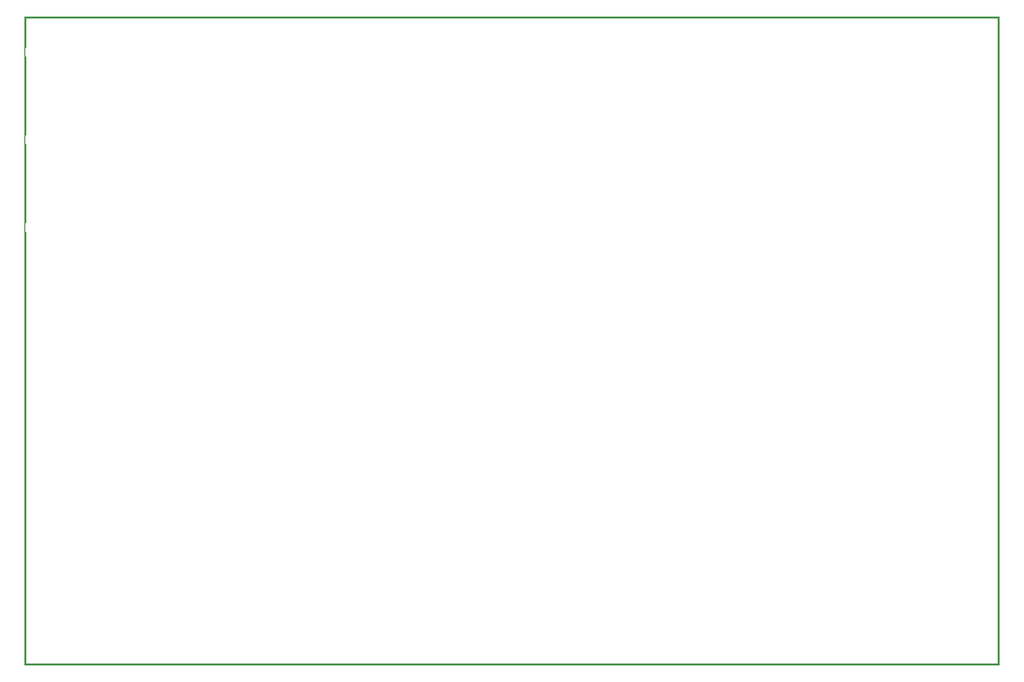
<source format=gbo>
G04 MADE WITH FRITZING*
G04 WWW.FRITZING.ORG*
G04 DOUBLE SIDED*
G04 HOLES PLATED*
G04 CONTOUR ON CENTER OF CONTOUR VECTOR*
%ASAXBY*%
%FSLAX23Y23*%
%MOIN*%
%OFA0B0*%
%SFA1.0B1.0*%
%ADD10R,0.001000X0.001000*%
%LNSILK0*%
G90*
G70*
G54D10*
X1Y2222D02*
X3333Y2222D01*
X1Y2221D02*
X3333Y2221D01*
X1Y2220D02*
X3333Y2220D01*
X1Y2219D02*
X3333Y2219D01*
X1Y2218D02*
X3333Y2218D01*
X1Y2217D02*
X3333Y2217D01*
X1Y2216D02*
X3333Y2216D01*
X1Y2215D02*
X3333Y2215D01*
X1Y2214D02*
X8Y2214D01*
X3326Y2214D02*
X3333Y2214D01*
X1Y2213D02*
X8Y2213D01*
X3326Y2213D02*
X3333Y2213D01*
X1Y2212D02*
X8Y2212D01*
X3326Y2212D02*
X3333Y2212D01*
X1Y2211D02*
X8Y2211D01*
X3326Y2211D02*
X3333Y2211D01*
X1Y2210D02*
X8Y2210D01*
X3326Y2210D02*
X3333Y2210D01*
X1Y2209D02*
X8Y2209D01*
X3326Y2209D02*
X3333Y2209D01*
X1Y2208D02*
X8Y2208D01*
X3326Y2208D02*
X3333Y2208D01*
X1Y2207D02*
X8Y2207D01*
X3326Y2207D02*
X3333Y2207D01*
X1Y2206D02*
X8Y2206D01*
X3326Y2206D02*
X3333Y2206D01*
X1Y2205D02*
X8Y2205D01*
X3326Y2205D02*
X3333Y2205D01*
X1Y2204D02*
X8Y2204D01*
X3326Y2204D02*
X3333Y2204D01*
X1Y2203D02*
X8Y2203D01*
X3326Y2203D02*
X3333Y2203D01*
X1Y2202D02*
X8Y2202D01*
X3326Y2202D02*
X3333Y2202D01*
X1Y2201D02*
X8Y2201D01*
X3326Y2201D02*
X3333Y2201D01*
X1Y2200D02*
X8Y2200D01*
X3326Y2200D02*
X3333Y2200D01*
X1Y2199D02*
X8Y2199D01*
X3326Y2199D02*
X3333Y2199D01*
X1Y2198D02*
X8Y2198D01*
X3326Y2198D02*
X3333Y2198D01*
X1Y2197D02*
X8Y2197D01*
X3326Y2197D02*
X3333Y2197D01*
X1Y2196D02*
X8Y2196D01*
X3326Y2196D02*
X3333Y2196D01*
X1Y2195D02*
X8Y2195D01*
X3326Y2195D02*
X3333Y2195D01*
X1Y2194D02*
X8Y2194D01*
X3326Y2194D02*
X3333Y2194D01*
X1Y2193D02*
X8Y2193D01*
X3326Y2193D02*
X3333Y2193D01*
X1Y2192D02*
X8Y2192D01*
X3326Y2192D02*
X3333Y2192D01*
X1Y2191D02*
X8Y2191D01*
X3326Y2191D02*
X3333Y2191D01*
X1Y2190D02*
X8Y2190D01*
X3326Y2190D02*
X3333Y2190D01*
X1Y2189D02*
X8Y2189D01*
X3326Y2189D02*
X3333Y2189D01*
X1Y2188D02*
X8Y2188D01*
X3326Y2188D02*
X3333Y2188D01*
X1Y2187D02*
X8Y2187D01*
X3326Y2187D02*
X3333Y2187D01*
X1Y2186D02*
X8Y2186D01*
X3326Y2186D02*
X3333Y2186D01*
X1Y2185D02*
X8Y2185D01*
X3326Y2185D02*
X3333Y2185D01*
X1Y2184D02*
X8Y2184D01*
X3326Y2184D02*
X3333Y2184D01*
X1Y2183D02*
X8Y2183D01*
X3326Y2183D02*
X3333Y2183D01*
X1Y2182D02*
X8Y2182D01*
X3326Y2182D02*
X3333Y2182D01*
X1Y2181D02*
X8Y2181D01*
X3326Y2181D02*
X3333Y2181D01*
X1Y2180D02*
X8Y2180D01*
X3326Y2180D02*
X3333Y2180D01*
X1Y2179D02*
X8Y2179D01*
X3326Y2179D02*
X3333Y2179D01*
X1Y2178D02*
X8Y2178D01*
X3326Y2178D02*
X3333Y2178D01*
X1Y2177D02*
X8Y2177D01*
X3326Y2177D02*
X3333Y2177D01*
X1Y2176D02*
X8Y2176D01*
X3326Y2176D02*
X3333Y2176D01*
X1Y2175D02*
X8Y2175D01*
X3326Y2175D02*
X3333Y2175D01*
X1Y2174D02*
X8Y2174D01*
X3326Y2174D02*
X3333Y2174D01*
X1Y2173D02*
X8Y2173D01*
X3326Y2173D02*
X3333Y2173D01*
X1Y2172D02*
X8Y2172D01*
X3326Y2172D02*
X3333Y2172D01*
X1Y2171D02*
X8Y2171D01*
X3326Y2171D02*
X3333Y2171D01*
X1Y2170D02*
X8Y2170D01*
X3326Y2170D02*
X3333Y2170D01*
X1Y2169D02*
X8Y2169D01*
X3326Y2169D02*
X3333Y2169D01*
X1Y2168D02*
X8Y2168D01*
X3326Y2168D02*
X3333Y2168D01*
X1Y2167D02*
X8Y2167D01*
X3326Y2167D02*
X3333Y2167D01*
X1Y2166D02*
X8Y2166D01*
X3326Y2166D02*
X3333Y2166D01*
X1Y2165D02*
X8Y2165D01*
X3326Y2165D02*
X3333Y2165D01*
X1Y2164D02*
X8Y2164D01*
X3326Y2164D02*
X3333Y2164D01*
X1Y2163D02*
X8Y2163D01*
X3326Y2163D02*
X3333Y2163D01*
X1Y2162D02*
X8Y2162D01*
X3326Y2162D02*
X3333Y2162D01*
X1Y2161D02*
X8Y2161D01*
X3326Y2161D02*
X3333Y2161D01*
X1Y2160D02*
X8Y2160D01*
X3326Y2160D02*
X3333Y2160D01*
X1Y2159D02*
X8Y2159D01*
X3326Y2159D02*
X3333Y2159D01*
X1Y2158D02*
X8Y2158D01*
X3326Y2158D02*
X3333Y2158D01*
X1Y2157D02*
X8Y2157D01*
X3326Y2157D02*
X3333Y2157D01*
X1Y2156D02*
X8Y2156D01*
X3326Y2156D02*
X3333Y2156D01*
X1Y2155D02*
X8Y2155D01*
X3326Y2155D02*
X3333Y2155D01*
X1Y2154D02*
X8Y2154D01*
X3326Y2154D02*
X3333Y2154D01*
X1Y2153D02*
X8Y2153D01*
X3326Y2153D02*
X3333Y2153D01*
X1Y2152D02*
X8Y2152D01*
X3326Y2152D02*
X3333Y2152D01*
X1Y2151D02*
X8Y2151D01*
X3326Y2151D02*
X3333Y2151D01*
X1Y2150D02*
X8Y2150D01*
X3326Y2150D02*
X3333Y2150D01*
X1Y2149D02*
X8Y2149D01*
X3326Y2149D02*
X3333Y2149D01*
X1Y2148D02*
X8Y2148D01*
X3326Y2148D02*
X3333Y2148D01*
X1Y2147D02*
X8Y2147D01*
X3326Y2147D02*
X3333Y2147D01*
X1Y2146D02*
X8Y2146D01*
X3326Y2146D02*
X3333Y2146D01*
X1Y2145D02*
X8Y2145D01*
X3326Y2145D02*
X3333Y2145D01*
X1Y2144D02*
X8Y2144D01*
X3326Y2144D02*
X3333Y2144D01*
X1Y2143D02*
X8Y2143D01*
X3326Y2143D02*
X3333Y2143D01*
X1Y2142D02*
X8Y2142D01*
X3326Y2142D02*
X3333Y2142D01*
X1Y2141D02*
X8Y2141D01*
X3326Y2141D02*
X3333Y2141D01*
X1Y2140D02*
X8Y2140D01*
X3326Y2140D02*
X3333Y2140D01*
X1Y2139D02*
X8Y2139D01*
X3326Y2139D02*
X3333Y2139D01*
X1Y2138D02*
X8Y2138D01*
X3326Y2138D02*
X3333Y2138D01*
X1Y2137D02*
X8Y2137D01*
X3326Y2137D02*
X3333Y2137D01*
X1Y2136D02*
X8Y2136D01*
X3326Y2136D02*
X3333Y2136D01*
X1Y2135D02*
X8Y2135D01*
X3326Y2135D02*
X3333Y2135D01*
X1Y2134D02*
X8Y2134D01*
X3326Y2134D02*
X3333Y2134D01*
X1Y2133D02*
X8Y2133D01*
X3326Y2133D02*
X3333Y2133D01*
X1Y2132D02*
X8Y2132D01*
X3326Y2132D02*
X3333Y2132D01*
X1Y2131D02*
X8Y2131D01*
X3326Y2131D02*
X3333Y2131D01*
X1Y2130D02*
X8Y2130D01*
X3326Y2130D02*
X3333Y2130D01*
X1Y2129D02*
X8Y2129D01*
X3326Y2129D02*
X3333Y2129D01*
X1Y2128D02*
X8Y2128D01*
X3326Y2128D02*
X3333Y2128D01*
X1Y2127D02*
X8Y2127D01*
X3326Y2127D02*
X3333Y2127D01*
X1Y2126D02*
X8Y2126D01*
X3326Y2126D02*
X3333Y2126D01*
X1Y2125D02*
X8Y2125D01*
X3326Y2125D02*
X3333Y2125D01*
X1Y2124D02*
X8Y2124D01*
X3326Y2124D02*
X3333Y2124D01*
X1Y2123D02*
X8Y2123D01*
X3326Y2123D02*
X3333Y2123D01*
X1Y2122D02*
X8Y2122D01*
X3326Y2122D02*
X3333Y2122D01*
X1Y2121D02*
X7Y2121D01*
X3326Y2121D02*
X3333Y2121D01*
X1Y2120D02*
X7Y2120D01*
X3326Y2120D02*
X3333Y2120D01*
X1Y2119D02*
X6Y2119D01*
X3326Y2119D02*
X3333Y2119D01*
X1Y2118D02*
X6Y2118D01*
X3326Y2118D02*
X3333Y2118D01*
X1Y2117D02*
X5Y2117D01*
X3326Y2117D02*
X3333Y2117D01*
X1Y2116D02*
X5Y2116D01*
X3326Y2116D02*
X3333Y2116D01*
X1Y2115D02*
X5Y2115D01*
X3326Y2115D02*
X3333Y2115D01*
X1Y2114D02*
X4Y2114D01*
X3326Y2114D02*
X3333Y2114D01*
X1Y2113D02*
X4Y2113D01*
X3326Y2113D02*
X3333Y2113D01*
X1Y2112D02*
X4Y2112D01*
X3326Y2112D02*
X3333Y2112D01*
X1Y2111D02*
X3Y2111D01*
X3326Y2111D02*
X3333Y2111D01*
X1Y2110D02*
X3Y2110D01*
X3326Y2110D02*
X3333Y2110D01*
X1Y2109D02*
X3Y2109D01*
X3326Y2109D02*
X3333Y2109D01*
X1Y2108D02*
X3Y2108D01*
X3326Y2108D02*
X3333Y2108D01*
X1Y2107D02*
X3Y2107D01*
X3326Y2107D02*
X3333Y2107D01*
X1Y2106D02*
X2Y2106D01*
X3326Y2106D02*
X3333Y2106D01*
X1Y2105D02*
X2Y2105D01*
X3326Y2105D02*
X3333Y2105D01*
X1Y2104D02*
X2Y2104D01*
X3326Y2104D02*
X3333Y2104D01*
X1Y2103D02*
X2Y2103D01*
X3326Y2103D02*
X3333Y2103D01*
X1Y2102D02*
X2Y2102D01*
X3326Y2102D02*
X3333Y2102D01*
X1Y2101D02*
X2Y2101D01*
X3326Y2101D02*
X3333Y2101D01*
X1Y2100D02*
X2Y2100D01*
X3326Y2100D02*
X3333Y2100D01*
X1Y2099D02*
X2Y2099D01*
X3326Y2099D02*
X3333Y2099D01*
X1Y2098D02*
X2Y2098D01*
X3326Y2098D02*
X3333Y2098D01*
X1Y2097D02*
X2Y2097D01*
X3326Y2097D02*
X3333Y2097D01*
X1Y2096D02*
X2Y2096D01*
X3326Y2096D02*
X3333Y2096D01*
X1Y2095D02*
X2Y2095D01*
X3326Y2095D02*
X3333Y2095D01*
X1Y2094D02*
X3Y2094D01*
X3326Y2094D02*
X3333Y2094D01*
X1Y2093D02*
X3Y2093D01*
X3326Y2093D02*
X3333Y2093D01*
X1Y2092D02*
X3Y2092D01*
X3326Y2092D02*
X3333Y2092D01*
X1Y2091D02*
X3Y2091D01*
X3326Y2091D02*
X3333Y2091D01*
X1Y2090D02*
X3Y2090D01*
X3326Y2090D02*
X3333Y2090D01*
X1Y2089D02*
X4Y2089D01*
X3326Y2089D02*
X3333Y2089D01*
X1Y2088D02*
X4Y2088D01*
X3326Y2088D02*
X3333Y2088D01*
X1Y2087D02*
X4Y2087D01*
X3326Y2087D02*
X3333Y2087D01*
X1Y2086D02*
X4Y2086D01*
X3326Y2086D02*
X3333Y2086D01*
X1Y2085D02*
X5Y2085D01*
X3326Y2085D02*
X3333Y2085D01*
X1Y2084D02*
X5Y2084D01*
X3326Y2084D02*
X3333Y2084D01*
X1Y2083D02*
X6Y2083D01*
X3326Y2083D02*
X3333Y2083D01*
X1Y2082D02*
X6Y2082D01*
X3326Y2082D02*
X3333Y2082D01*
X1Y2081D02*
X7Y2081D01*
X3326Y2081D02*
X3333Y2081D01*
X1Y2080D02*
X7Y2080D01*
X3326Y2080D02*
X3333Y2080D01*
X1Y2079D02*
X8Y2079D01*
X3326Y2079D02*
X3333Y2079D01*
X1Y2078D02*
X8Y2078D01*
X3326Y2078D02*
X3333Y2078D01*
X1Y2077D02*
X8Y2077D01*
X3326Y2077D02*
X3333Y2077D01*
X1Y2076D02*
X8Y2076D01*
X3326Y2076D02*
X3333Y2076D01*
X1Y2075D02*
X8Y2075D01*
X3326Y2075D02*
X3333Y2075D01*
X1Y2074D02*
X8Y2074D01*
X3326Y2074D02*
X3333Y2074D01*
X1Y2073D02*
X8Y2073D01*
X3326Y2073D02*
X3333Y2073D01*
X1Y2072D02*
X8Y2072D01*
X3326Y2072D02*
X3333Y2072D01*
X1Y2071D02*
X8Y2071D01*
X3326Y2071D02*
X3333Y2071D01*
X1Y2070D02*
X8Y2070D01*
X3326Y2070D02*
X3333Y2070D01*
X1Y2069D02*
X8Y2069D01*
X3326Y2069D02*
X3333Y2069D01*
X1Y2068D02*
X8Y2068D01*
X3326Y2068D02*
X3333Y2068D01*
X1Y2067D02*
X8Y2067D01*
X3326Y2067D02*
X3333Y2067D01*
X1Y2066D02*
X8Y2066D01*
X3326Y2066D02*
X3333Y2066D01*
X1Y2065D02*
X8Y2065D01*
X3326Y2065D02*
X3333Y2065D01*
X1Y2064D02*
X8Y2064D01*
X3326Y2064D02*
X3333Y2064D01*
X1Y2063D02*
X8Y2063D01*
X3326Y2063D02*
X3333Y2063D01*
X1Y2062D02*
X8Y2062D01*
X3326Y2062D02*
X3333Y2062D01*
X1Y2061D02*
X8Y2061D01*
X3326Y2061D02*
X3333Y2061D01*
X1Y2060D02*
X8Y2060D01*
X3326Y2060D02*
X3333Y2060D01*
X1Y2059D02*
X8Y2059D01*
X3326Y2059D02*
X3333Y2059D01*
X1Y2058D02*
X8Y2058D01*
X3326Y2058D02*
X3333Y2058D01*
X1Y2057D02*
X8Y2057D01*
X3326Y2057D02*
X3333Y2057D01*
X1Y2056D02*
X8Y2056D01*
X3326Y2056D02*
X3333Y2056D01*
X1Y2055D02*
X8Y2055D01*
X3326Y2055D02*
X3333Y2055D01*
X1Y2054D02*
X8Y2054D01*
X3326Y2054D02*
X3333Y2054D01*
X1Y2053D02*
X8Y2053D01*
X3326Y2053D02*
X3333Y2053D01*
X1Y2052D02*
X8Y2052D01*
X3326Y2052D02*
X3333Y2052D01*
X1Y2051D02*
X8Y2051D01*
X3326Y2051D02*
X3333Y2051D01*
X1Y2050D02*
X8Y2050D01*
X3326Y2050D02*
X3333Y2050D01*
X1Y2049D02*
X8Y2049D01*
X3326Y2049D02*
X3333Y2049D01*
X1Y2048D02*
X8Y2048D01*
X3326Y2048D02*
X3333Y2048D01*
X1Y2047D02*
X8Y2047D01*
X3326Y2047D02*
X3333Y2047D01*
X1Y2046D02*
X8Y2046D01*
X3326Y2046D02*
X3333Y2046D01*
X1Y2045D02*
X8Y2045D01*
X3326Y2045D02*
X3333Y2045D01*
X1Y2044D02*
X8Y2044D01*
X3326Y2044D02*
X3333Y2044D01*
X1Y2043D02*
X8Y2043D01*
X3326Y2043D02*
X3333Y2043D01*
X1Y2042D02*
X8Y2042D01*
X3326Y2042D02*
X3333Y2042D01*
X1Y2041D02*
X8Y2041D01*
X3326Y2041D02*
X3333Y2041D01*
X1Y2040D02*
X8Y2040D01*
X3326Y2040D02*
X3333Y2040D01*
X1Y2039D02*
X8Y2039D01*
X3326Y2039D02*
X3333Y2039D01*
X1Y2038D02*
X8Y2038D01*
X3326Y2038D02*
X3333Y2038D01*
X1Y2037D02*
X8Y2037D01*
X3326Y2037D02*
X3333Y2037D01*
X1Y2036D02*
X8Y2036D01*
X3326Y2036D02*
X3333Y2036D01*
X1Y2035D02*
X8Y2035D01*
X3326Y2035D02*
X3333Y2035D01*
X1Y2034D02*
X8Y2034D01*
X3326Y2034D02*
X3333Y2034D01*
X1Y2033D02*
X8Y2033D01*
X3326Y2033D02*
X3333Y2033D01*
X1Y2032D02*
X8Y2032D01*
X3326Y2032D02*
X3333Y2032D01*
X1Y2031D02*
X8Y2031D01*
X3326Y2031D02*
X3333Y2031D01*
X1Y2030D02*
X8Y2030D01*
X3326Y2030D02*
X3333Y2030D01*
X1Y2029D02*
X8Y2029D01*
X3326Y2029D02*
X3333Y2029D01*
X1Y2028D02*
X8Y2028D01*
X3326Y2028D02*
X3333Y2028D01*
X1Y2027D02*
X8Y2027D01*
X3326Y2027D02*
X3333Y2027D01*
X1Y2026D02*
X8Y2026D01*
X3326Y2026D02*
X3333Y2026D01*
X1Y2025D02*
X8Y2025D01*
X3326Y2025D02*
X3333Y2025D01*
X1Y2024D02*
X8Y2024D01*
X3326Y2024D02*
X3333Y2024D01*
X1Y2023D02*
X8Y2023D01*
X3326Y2023D02*
X3333Y2023D01*
X1Y2022D02*
X8Y2022D01*
X3326Y2022D02*
X3333Y2022D01*
X1Y2021D02*
X8Y2021D01*
X3326Y2021D02*
X3333Y2021D01*
X1Y2020D02*
X8Y2020D01*
X3326Y2020D02*
X3333Y2020D01*
X1Y2019D02*
X8Y2019D01*
X3326Y2019D02*
X3333Y2019D01*
X1Y2018D02*
X8Y2018D01*
X3326Y2018D02*
X3333Y2018D01*
X1Y2017D02*
X8Y2017D01*
X3326Y2017D02*
X3333Y2017D01*
X1Y2016D02*
X8Y2016D01*
X3326Y2016D02*
X3333Y2016D01*
X1Y2015D02*
X8Y2015D01*
X3326Y2015D02*
X3333Y2015D01*
X1Y2014D02*
X8Y2014D01*
X3326Y2014D02*
X3333Y2014D01*
X1Y2013D02*
X8Y2013D01*
X3326Y2013D02*
X3333Y2013D01*
X1Y2012D02*
X8Y2012D01*
X3326Y2012D02*
X3333Y2012D01*
X1Y2011D02*
X8Y2011D01*
X3326Y2011D02*
X3333Y2011D01*
X1Y2010D02*
X8Y2010D01*
X3326Y2010D02*
X3333Y2010D01*
X1Y2009D02*
X8Y2009D01*
X3326Y2009D02*
X3333Y2009D01*
X1Y2008D02*
X8Y2008D01*
X3326Y2008D02*
X3333Y2008D01*
X1Y2007D02*
X8Y2007D01*
X3326Y2007D02*
X3333Y2007D01*
X1Y2006D02*
X8Y2006D01*
X3326Y2006D02*
X3333Y2006D01*
X1Y2005D02*
X8Y2005D01*
X3326Y2005D02*
X3333Y2005D01*
X1Y2004D02*
X8Y2004D01*
X3326Y2004D02*
X3333Y2004D01*
X1Y2003D02*
X8Y2003D01*
X3326Y2003D02*
X3333Y2003D01*
X1Y2002D02*
X8Y2002D01*
X3326Y2002D02*
X3333Y2002D01*
X1Y2001D02*
X8Y2001D01*
X3326Y2001D02*
X3333Y2001D01*
X1Y2000D02*
X8Y2000D01*
X3326Y2000D02*
X3333Y2000D01*
X1Y1999D02*
X8Y1999D01*
X3326Y1999D02*
X3333Y1999D01*
X1Y1998D02*
X8Y1998D01*
X3326Y1998D02*
X3333Y1998D01*
X1Y1997D02*
X8Y1997D01*
X3326Y1997D02*
X3333Y1997D01*
X1Y1996D02*
X8Y1996D01*
X3326Y1996D02*
X3333Y1996D01*
X1Y1995D02*
X8Y1995D01*
X3326Y1995D02*
X3333Y1995D01*
X1Y1994D02*
X8Y1994D01*
X3326Y1994D02*
X3333Y1994D01*
X1Y1993D02*
X8Y1993D01*
X3326Y1993D02*
X3333Y1993D01*
X1Y1992D02*
X8Y1992D01*
X3326Y1992D02*
X3333Y1992D01*
X1Y1991D02*
X8Y1991D01*
X3326Y1991D02*
X3333Y1991D01*
X1Y1990D02*
X8Y1990D01*
X3326Y1990D02*
X3333Y1990D01*
X1Y1989D02*
X8Y1989D01*
X3326Y1989D02*
X3333Y1989D01*
X1Y1988D02*
X8Y1988D01*
X3326Y1988D02*
X3333Y1988D01*
X1Y1987D02*
X8Y1987D01*
X3326Y1987D02*
X3333Y1987D01*
X1Y1986D02*
X8Y1986D01*
X3326Y1986D02*
X3333Y1986D01*
X1Y1985D02*
X8Y1985D01*
X3326Y1985D02*
X3333Y1985D01*
X1Y1984D02*
X8Y1984D01*
X3326Y1984D02*
X3333Y1984D01*
X1Y1983D02*
X8Y1983D01*
X3326Y1983D02*
X3333Y1983D01*
X1Y1982D02*
X8Y1982D01*
X3326Y1982D02*
X3333Y1982D01*
X1Y1981D02*
X8Y1981D01*
X3326Y1981D02*
X3333Y1981D01*
X1Y1980D02*
X8Y1980D01*
X3326Y1980D02*
X3333Y1980D01*
X1Y1979D02*
X8Y1979D01*
X3326Y1979D02*
X3333Y1979D01*
X1Y1978D02*
X8Y1978D01*
X3326Y1978D02*
X3333Y1978D01*
X1Y1977D02*
X8Y1977D01*
X3326Y1977D02*
X3333Y1977D01*
X1Y1976D02*
X8Y1976D01*
X3326Y1976D02*
X3333Y1976D01*
X1Y1975D02*
X8Y1975D01*
X3326Y1975D02*
X3333Y1975D01*
X1Y1974D02*
X8Y1974D01*
X3326Y1974D02*
X3333Y1974D01*
X1Y1973D02*
X8Y1973D01*
X3326Y1973D02*
X3333Y1973D01*
X1Y1972D02*
X8Y1972D01*
X3326Y1972D02*
X3333Y1972D01*
X1Y1971D02*
X8Y1971D01*
X3326Y1971D02*
X3333Y1971D01*
X1Y1970D02*
X8Y1970D01*
X3326Y1970D02*
X3333Y1970D01*
X1Y1969D02*
X8Y1969D01*
X3326Y1969D02*
X3333Y1969D01*
X1Y1968D02*
X8Y1968D01*
X3326Y1968D02*
X3333Y1968D01*
X1Y1967D02*
X8Y1967D01*
X3326Y1967D02*
X3333Y1967D01*
X1Y1966D02*
X8Y1966D01*
X3326Y1966D02*
X3333Y1966D01*
X1Y1965D02*
X8Y1965D01*
X3326Y1965D02*
X3333Y1965D01*
X1Y1964D02*
X8Y1964D01*
X3326Y1964D02*
X3333Y1964D01*
X1Y1963D02*
X8Y1963D01*
X3326Y1963D02*
X3333Y1963D01*
X1Y1962D02*
X8Y1962D01*
X3326Y1962D02*
X3333Y1962D01*
X1Y1961D02*
X8Y1961D01*
X3326Y1961D02*
X3333Y1961D01*
X1Y1960D02*
X8Y1960D01*
X3326Y1960D02*
X3333Y1960D01*
X1Y1959D02*
X8Y1959D01*
X3326Y1959D02*
X3333Y1959D01*
X1Y1958D02*
X8Y1958D01*
X3326Y1958D02*
X3333Y1958D01*
X1Y1957D02*
X8Y1957D01*
X3326Y1957D02*
X3333Y1957D01*
X1Y1956D02*
X8Y1956D01*
X3326Y1956D02*
X3333Y1956D01*
X1Y1955D02*
X8Y1955D01*
X3326Y1955D02*
X3333Y1955D01*
X1Y1954D02*
X8Y1954D01*
X3326Y1954D02*
X3333Y1954D01*
X1Y1953D02*
X8Y1953D01*
X3326Y1953D02*
X3333Y1953D01*
X1Y1952D02*
X8Y1952D01*
X3326Y1952D02*
X3333Y1952D01*
X1Y1951D02*
X8Y1951D01*
X3326Y1951D02*
X3333Y1951D01*
X1Y1950D02*
X8Y1950D01*
X3326Y1950D02*
X3333Y1950D01*
X1Y1949D02*
X8Y1949D01*
X3326Y1949D02*
X3333Y1949D01*
X1Y1948D02*
X8Y1948D01*
X3326Y1948D02*
X3333Y1948D01*
X1Y1947D02*
X8Y1947D01*
X3326Y1947D02*
X3333Y1947D01*
X1Y1946D02*
X8Y1946D01*
X3326Y1946D02*
X3333Y1946D01*
X1Y1945D02*
X8Y1945D01*
X3326Y1945D02*
X3333Y1945D01*
X1Y1944D02*
X8Y1944D01*
X3326Y1944D02*
X3333Y1944D01*
X1Y1943D02*
X8Y1943D01*
X3326Y1943D02*
X3333Y1943D01*
X1Y1942D02*
X8Y1942D01*
X3326Y1942D02*
X3333Y1942D01*
X1Y1941D02*
X8Y1941D01*
X3326Y1941D02*
X3333Y1941D01*
X1Y1940D02*
X8Y1940D01*
X3326Y1940D02*
X3333Y1940D01*
X1Y1939D02*
X8Y1939D01*
X3326Y1939D02*
X3333Y1939D01*
X1Y1938D02*
X8Y1938D01*
X3326Y1938D02*
X3333Y1938D01*
X1Y1937D02*
X8Y1937D01*
X3326Y1937D02*
X3333Y1937D01*
X1Y1936D02*
X8Y1936D01*
X3326Y1936D02*
X3333Y1936D01*
X1Y1935D02*
X8Y1935D01*
X3326Y1935D02*
X3333Y1935D01*
X1Y1934D02*
X8Y1934D01*
X3326Y1934D02*
X3333Y1934D01*
X1Y1933D02*
X8Y1933D01*
X3326Y1933D02*
X3333Y1933D01*
X1Y1932D02*
X8Y1932D01*
X3326Y1932D02*
X3333Y1932D01*
X1Y1931D02*
X8Y1931D01*
X3326Y1931D02*
X3333Y1931D01*
X1Y1930D02*
X8Y1930D01*
X3326Y1930D02*
X3333Y1930D01*
X1Y1929D02*
X8Y1929D01*
X3326Y1929D02*
X3333Y1929D01*
X1Y1928D02*
X8Y1928D01*
X3326Y1928D02*
X3333Y1928D01*
X1Y1927D02*
X8Y1927D01*
X3326Y1927D02*
X3333Y1927D01*
X1Y1926D02*
X8Y1926D01*
X3326Y1926D02*
X3333Y1926D01*
X1Y1925D02*
X8Y1925D01*
X3326Y1925D02*
X3333Y1925D01*
X1Y1924D02*
X8Y1924D01*
X3326Y1924D02*
X3333Y1924D01*
X1Y1923D02*
X8Y1923D01*
X3326Y1923D02*
X3333Y1923D01*
X1Y1922D02*
X8Y1922D01*
X3326Y1922D02*
X3333Y1922D01*
X1Y1921D02*
X8Y1921D01*
X3326Y1921D02*
X3333Y1921D01*
X1Y1920D02*
X8Y1920D01*
X3326Y1920D02*
X3333Y1920D01*
X1Y1919D02*
X8Y1919D01*
X3326Y1919D02*
X3333Y1919D01*
X1Y1918D02*
X8Y1918D01*
X3326Y1918D02*
X3333Y1918D01*
X1Y1917D02*
X8Y1917D01*
X3326Y1917D02*
X3333Y1917D01*
X1Y1916D02*
X8Y1916D01*
X3326Y1916D02*
X3333Y1916D01*
X1Y1915D02*
X8Y1915D01*
X3326Y1915D02*
X3333Y1915D01*
X1Y1914D02*
X8Y1914D01*
X3326Y1914D02*
X3333Y1914D01*
X1Y1913D02*
X8Y1913D01*
X3326Y1913D02*
X3333Y1913D01*
X1Y1912D02*
X8Y1912D01*
X3326Y1912D02*
X3333Y1912D01*
X1Y1911D02*
X8Y1911D01*
X3326Y1911D02*
X3333Y1911D01*
X1Y1910D02*
X8Y1910D01*
X3326Y1910D02*
X3333Y1910D01*
X1Y1909D02*
X8Y1909D01*
X3326Y1909D02*
X3333Y1909D01*
X1Y1908D02*
X8Y1908D01*
X3326Y1908D02*
X3333Y1908D01*
X1Y1907D02*
X8Y1907D01*
X3326Y1907D02*
X3333Y1907D01*
X1Y1906D02*
X8Y1906D01*
X3326Y1906D02*
X3333Y1906D01*
X1Y1905D02*
X8Y1905D01*
X3326Y1905D02*
X3333Y1905D01*
X1Y1904D02*
X8Y1904D01*
X3326Y1904D02*
X3333Y1904D01*
X1Y1903D02*
X8Y1903D01*
X3326Y1903D02*
X3333Y1903D01*
X1Y1902D02*
X8Y1902D01*
X3326Y1902D02*
X3333Y1902D01*
X1Y1901D02*
X8Y1901D01*
X3326Y1901D02*
X3333Y1901D01*
X1Y1900D02*
X8Y1900D01*
X3326Y1900D02*
X3333Y1900D01*
X1Y1899D02*
X8Y1899D01*
X3326Y1899D02*
X3333Y1899D01*
X1Y1898D02*
X8Y1898D01*
X3326Y1898D02*
X3333Y1898D01*
X1Y1897D02*
X8Y1897D01*
X3326Y1897D02*
X3333Y1897D01*
X1Y1896D02*
X8Y1896D01*
X3326Y1896D02*
X3333Y1896D01*
X1Y1895D02*
X8Y1895D01*
X3326Y1895D02*
X3333Y1895D01*
X1Y1894D02*
X8Y1894D01*
X3326Y1894D02*
X3333Y1894D01*
X1Y1893D02*
X8Y1893D01*
X3326Y1893D02*
X3333Y1893D01*
X1Y1892D02*
X8Y1892D01*
X3326Y1892D02*
X3333Y1892D01*
X1Y1891D02*
X8Y1891D01*
X3326Y1891D02*
X3333Y1891D01*
X1Y1890D02*
X8Y1890D01*
X3326Y1890D02*
X3333Y1890D01*
X1Y1889D02*
X8Y1889D01*
X3326Y1889D02*
X3333Y1889D01*
X1Y1888D02*
X8Y1888D01*
X3326Y1888D02*
X3333Y1888D01*
X1Y1887D02*
X8Y1887D01*
X3326Y1887D02*
X3333Y1887D01*
X1Y1886D02*
X8Y1886D01*
X3326Y1886D02*
X3333Y1886D01*
X1Y1885D02*
X8Y1885D01*
X3326Y1885D02*
X3333Y1885D01*
X1Y1884D02*
X8Y1884D01*
X3326Y1884D02*
X3333Y1884D01*
X1Y1883D02*
X8Y1883D01*
X3326Y1883D02*
X3333Y1883D01*
X1Y1882D02*
X8Y1882D01*
X3326Y1882D02*
X3333Y1882D01*
X1Y1881D02*
X8Y1881D01*
X3326Y1881D02*
X3333Y1881D01*
X1Y1880D02*
X8Y1880D01*
X3326Y1880D02*
X3333Y1880D01*
X1Y1879D02*
X8Y1879D01*
X3326Y1879D02*
X3333Y1879D01*
X1Y1878D02*
X8Y1878D01*
X3326Y1878D02*
X3333Y1878D01*
X1Y1877D02*
X8Y1877D01*
X3326Y1877D02*
X3333Y1877D01*
X1Y1876D02*
X8Y1876D01*
X3326Y1876D02*
X3333Y1876D01*
X1Y1875D02*
X8Y1875D01*
X3326Y1875D02*
X3333Y1875D01*
X1Y1874D02*
X8Y1874D01*
X3326Y1874D02*
X3333Y1874D01*
X1Y1873D02*
X8Y1873D01*
X3326Y1873D02*
X3333Y1873D01*
X1Y1872D02*
X8Y1872D01*
X3326Y1872D02*
X3333Y1872D01*
X1Y1871D02*
X8Y1871D01*
X3326Y1871D02*
X3333Y1871D01*
X1Y1870D02*
X8Y1870D01*
X3326Y1870D02*
X3333Y1870D01*
X1Y1869D02*
X8Y1869D01*
X3326Y1869D02*
X3333Y1869D01*
X1Y1868D02*
X8Y1868D01*
X3326Y1868D02*
X3333Y1868D01*
X1Y1867D02*
X8Y1867D01*
X3326Y1867D02*
X3333Y1867D01*
X1Y1866D02*
X8Y1866D01*
X3326Y1866D02*
X3333Y1866D01*
X1Y1865D02*
X8Y1865D01*
X3326Y1865D02*
X3333Y1865D01*
X1Y1864D02*
X8Y1864D01*
X3326Y1864D02*
X3333Y1864D01*
X1Y1863D02*
X8Y1863D01*
X3326Y1863D02*
X3333Y1863D01*
X1Y1862D02*
X8Y1862D01*
X3326Y1862D02*
X3333Y1862D01*
X1Y1861D02*
X8Y1861D01*
X3326Y1861D02*
X3333Y1861D01*
X1Y1860D02*
X8Y1860D01*
X3326Y1860D02*
X3333Y1860D01*
X1Y1859D02*
X8Y1859D01*
X3326Y1859D02*
X3333Y1859D01*
X1Y1858D02*
X8Y1858D01*
X3326Y1858D02*
X3333Y1858D01*
X1Y1857D02*
X8Y1857D01*
X3326Y1857D02*
X3333Y1857D01*
X1Y1856D02*
X8Y1856D01*
X3326Y1856D02*
X3333Y1856D01*
X1Y1855D02*
X8Y1855D01*
X3326Y1855D02*
X3333Y1855D01*
X1Y1854D02*
X8Y1854D01*
X3326Y1854D02*
X3333Y1854D01*
X1Y1853D02*
X8Y1853D01*
X3326Y1853D02*
X3333Y1853D01*
X1Y1852D02*
X8Y1852D01*
X3326Y1852D02*
X3333Y1852D01*
X1Y1851D02*
X8Y1851D01*
X3326Y1851D02*
X3333Y1851D01*
X1Y1850D02*
X8Y1850D01*
X3326Y1850D02*
X3333Y1850D01*
X1Y1849D02*
X8Y1849D01*
X3326Y1849D02*
X3333Y1849D01*
X1Y1848D02*
X8Y1848D01*
X3326Y1848D02*
X3333Y1848D01*
X1Y1847D02*
X8Y1847D01*
X3326Y1847D02*
X3333Y1847D01*
X1Y1846D02*
X8Y1846D01*
X3326Y1846D02*
X3333Y1846D01*
X1Y1845D02*
X8Y1845D01*
X3326Y1845D02*
X3333Y1845D01*
X1Y1844D02*
X8Y1844D01*
X3326Y1844D02*
X3333Y1844D01*
X1Y1843D02*
X8Y1843D01*
X3326Y1843D02*
X3333Y1843D01*
X1Y1842D02*
X8Y1842D01*
X3326Y1842D02*
X3333Y1842D01*
X1Y1841D02*
X8Y1841D01*
X3326Y1841D02*
X3333Y1841D01*
X1Y1840D02*
X8Y1840D01*
X3326Y1840D02*
X3333Y1840D01*
X1Y1839D02*
X8Y1839D01*
X3326Y1839D02*
X3333Y1839D01*
X1Y1838D02*
X8Y1838D01*
X3326Y1838D02*
X3333Y1838D01*
X1Y1837D02*
X8Y1837D01*
X3326Y1837D02*
X3333Y1837D01*
X1Y1836D02*
X8Y1836D01*
X3326Y1836D02*
X3333Y1836D01*
X1Y1835D02*
X8Y1835D01*
X3326Y1835D02*
X3333Y1835D01*
X1Y1834D02*
X8Y1834D01*
X3326Y1834D02*
X3333Y1834D01*
X1Y1833D02*
X8Y1833D01*
X3326Y1833D02*
X3333Y1833D01*
X1Y1832D02*
X8Y1832D01*
X3326Y1832D02*
X3333Y1832D01*
X1Y1831D02*
X8Y1831D01*
X3326Y1831D02*
X3333Y1831D01*
X1Y1830D02*
X8Y1830D01*
X3326Y1830D02*
X3333Y1830D01*
X1Y1829D02*
X8Y1829D01*
X3326Y1829D02*
X3333Y1829D01*
X1Y1828D02*
X8Y1828D01*
X3326Y1828D02*
X3333Y1828D01*
X1Y1827D02*
X8Y1827D01*
X3326Y1827D02*
X3333Y1827D01*
X1Y1826D02*
X8Y1826D01*
X3326Y1826D02*
X3333Y1826D01*
X1Y1825D02*
X8Y1825D01*
X3326Y1825D02*
X3333Y1825D01*
X1Y1824D02*
X8Y1824D01*
X3326Y1824D02*
X3333Y1824D01*
X1Y1823D02*
X8Y1823D01*
X3326Y1823D02*
X3333Y1823D01*
X1Y1822D02*
X8Y1822D01*
X3326Y1822D02*
X3333Y1822D01*
X1Y1821D02*
X7Y1821D01*
X3326Y1821D02*
X3333Y1821D01*
X1Y1820D02*
X7Y1820D01*
X3326Y1820D02*
X3333Y1820D01*
X1Y1819D02*
X6Y1819D01*
X3326Y1819D02*
X3333Y1819D01*
X1Y1818D02*
X6Y1818D01*
X3326Y1818D02*
X3333Y1818D01*
X1Y1817D02*
X5Y1817D01*
X3326Y1817D02*
X3333Y1817D01*
X1Y1816D02*
X5Y1816D01*
X3326Y1816D02*
X3333Y1816D01*
X1Y1815D02*
X5Y1815D01*
X3326Y1815D02*
X3333Y1815D01*
X1Y1814D02*
X4Y1814D01*
X3326Y1814D02*
X3333Y1814D01*
X1Y1813D02*
X4Y1813D01*
X3326Y1813D02*
X3333Y1813D01*
X1Y1812D02*
X4Y1812D01*
X3326Y1812D02*
X3333Y1812D01*
X1Y1811D02*
X3Y1811D01*
X3326Y1811D02*
X3333Y1811D01*
X1Y1810D02*
X3Y1810D01*
X3326Y1810D02*
X3333Y1810D01*
X1Y1809D02*
X3Y1809D01*
X3326Y1809D02*
X3333Y1809D01*
X1Y1808D02*
X3Y1808D01*
X3326Y1808D02*
X3333Y1808D01*
X1Y1807D02*
X3Y1807D01*
X3326Y1807D02*
X3333Y1807D01*
X1Y1806D02*
X2Y1806D01*
X3326Y1806D02*
X3333Y1806D01*
X1Y1805D02*
X2Y1805D01*
X3326Y1805D02*
X3333Y1805D01*
X1Y1804D02*
X2Y1804D01*
X3326Y1804D02*
X3333Y1804D01*
X1Y1803D02*
X2Y1803D01*
X3326Y1803D02*
X3333Y1803D01*
X1Y1802D02*
X2Y1802D01*
X3326Y1802D02*
X3333Y1802D01*
X1Y1801D02*
X2Y1801D01*
X3326Y1801D02*
X3333Y1801D01*
X1Y1800D02*
X2Y1800D01*
X3326Y1800D02*
X3333Y1800D01*
X1Y1799D02*
X2Y1799D01*
X3326Y1799D02*
X3333Y1799D01*
X1Y1798D02*
X2Y1798D01*
X3326Y1798D02*
X3333Y1798D01*
X1Y1797D02*
X2Y1797D01*
X3326Y1797D02*
X3333Y1797D01*
X1Y1796D02*
X2Y1796D01*
X3326Y1796D02*
X3333Y1796D01*
X1Y1795D02*
X2Y1795D01*
X3326Y1795D02*
X3333Y1795D01*
X1Y1794D02*
X3Y1794D01*
X3326Y1794D02*
X3333Y1794D01*
X1Y1793D02*
X3Y1793D01*
X3326Y1793D02*
X3333Y1793D01*
X1Y1792D02*
X3Y1792D01*
X3326Y1792D02*
X3333Y1792D01*
X1Y1791D02*
X3Y1791D01*
X3326Y1791D02*
X3333Y1791D01*
X1Y1790D02*
X3Y1790D01*
X3326Y1790D02*
X3333Y1790D01*
X1Y1789D02*
X4Y1789D01*
X3326Y1789D02*
X3333Y1789D01*
X1Y1788D02*
X4Y1788D01*
X3326Y1788D02*
X3333Y1788D01*
X1Y1787D02*
X4Y1787D01*
X3326Y1787D02*
X3333Y1787D01*
X1Y1786D02*
X4Y1786D01*
X3326Y1786D02*
X3333Y1786D01*
X1Y1785D02*
X5Y1785D01*
X3326Y1785D02*
X3333Y1785D01*
X1Y1784D02*
X5Y1784D01*
X3326Y1784D02*
X3333Y1784D01*
X1Y1783D02*
X6Y1783D01*
X3326Y1783D02*
X3333Y1783D01*
X1Y1782D02*
X6Y1782D01*
X3326Y1782D02*
X3333Y1782D01*
X1Y1781D02*
X7Y1781D01*
X3326Y1781D02*
X3333Y1781D01*
X1Y1780D02*
X7Y1780D01*
X3326Y1780D02*
X3333Y1780D01*
X1Y1779D02*
X8Y1779D01*
X3326Y1779D02*
X3333Y1779D01*
X1Y1778D02*
X8Y1778D01*
X3326Y1778D02*
X3333Y1778D01*
X1Y1777D02*
X8Y1777D01*
X3326Y1777D02*
X3333Y1777D01*
X1Y1776D02*
X8Y1776D01*
X3326Y1776D02*
X3333Y1776D01*
X1Y1775D02*
X8Y1775D01*
X3326Y1775D02*
X3333Y1775D01*
X1Y1774D02*
X8Y1774D01*
X3326Y1774D02*
X3333Y1774D01*
X1Y1773D02*
X8Y1773D01*
X3326Y1773D02*
X3333Y1773D01*
X1Y1772D02*
X8Y1772D01*
X3326Y1772D02*
X3333Y1772D01*
X1Y1771D02*
X8Y1771D01*
X3326Y1771D02*
X3333Y1771D01*
X1Y1770D02*
X8Y1770D01*
X3326Y1770D02*
X3333Y1770D01*
X1Y1769D02*
X8Y1769D01*
X3326Y1769D02*
X3333Y1769D01*
X1Y1768D02*
X8Y1768D01*
X3326Y1768D02*
X3333Y1768D01*
X1Y1767D02*
X8Y1767D01*
X3326Y1767D02*
X3333Y1767D01*
X1Y1766D02*
X8Y1766D01*
X3326Y1766D02*
X3333Y1766D01*
X1Y1765D02*
X8Y1765D01*
X3326Y1765D02*
X3333Y1765D01*
X1Y1764D02*
X8Y1764D01*
X3326Y1764D02*
X3333Y1764D01*
X1Y1763D02*
X8Y1763D01*
X3326Y1763D02*
X3333Y1763D01*
X1Y1762D02*
X8Y1762D01*
X3326Y1762D02*
X3333Y1762D01*
X1Y1761D02*
X8Y1761D01*
X3326Y1761D02*
X3333Y1761D01*
X1Y1760D02*
X8Y1760D01*
X3326Y1760D02*
X3333Y1760D01*
X1Y1759D02*
X8Y1759D01*
X3326Y1759D02*
X3333Y1759D01*
X1Y1758D02*
X8Y1758D01*
X3326Y1758D02*
X3333Y1758D01*
X1Y1757D02*
X8Y1757D01*
X3326Y1757D02*
X3333Y1757D01*
X1Y1756D02*
X8Y1756D01*
X3326Y1756D02*
X3333Y1756D01*
X1Y1755D02*
X8Y1755D01*
X3326Y1755D02*
X3333Y1755D01*
X1Y1754D02*
X8Y1754D01*
X3326Y1754D02*
X3333Y1754D01*
X1Y1753D02*
X8Y1753D01*
X3326Y1753D02*
X3333Y1753D01*
X1Y1752D02*
X8Y1752D01*
X3326Y1752D02*
X3333Y1752D01*
X1Y1751D02*
X8Y1751D01*
X3326Y1751D02*
X3333Y1751D01*
X1Y1750D02*
X8Y1750D01*
X3326Y1750D02*
X3333Y1750D01*
X1Y1749D02*
X8Y1749D01*
X3326Y1749D02*
X3333Y1749D01*
X1Y1748D02*
X8Y1748D01*
X3326Y1748D02*
X3333Y1748D01*
X1Y1747D02*
X8Y1747D01*
X3326Y1747D02*
X3333Y1747D01*
X1Y1746D02*
X8Y1746D01*
X3326Y1746D02*
X3333Y1746D01*
X1Y1745D02*
X8Y1745D01*
X3326Y1745D02*
X3333Y1745D01*
X1Y1744D02*
X8Y1744D01*
X3326Y1744D02*
X3333Y1744D01*
X1Y1743D02*
X8Y1743D01*
X3326Y1743D02*
X3333Y1743D01*
X1Y1742D02*
X8Y1742D01*
X3326Y1742D02*
X3333Y1742D01*
X1Y1741D02*
X8Y1741D01*
X3326Y1741D02*
X3333Y1741D01*
X1Y1740D02*
X8Y1740D01*
X3326Y1740D02*
X3333Y1740D01*
X1Y1739D02*
X8Y1739D01*
X3326Y1739D02*
X3333Y1739D01*
X1Y1738D02*
X8Y1738D01*
X3326Y1738D02*
X3333Y1738D01*
X1Y1737D02*
X8Y1737D01*
X3326Y1737D02*
X3333Y1737D01*
X1Y1736D02*
X8Y1736D01*
X3326Y1736D02*
X3333Y1736D01*
X1Y1735D02*
X8Y1735D01*
X3326Y1735D02*
X3333Y1735D01*
X1Y1734D02*
X8Y1734D01*
X3326Y1734D02*
X3333Y1734D01*
X1Y1733D02*
X8Y1733D01*
X3326Y1733D02*
X3333Y1733D01*
X1Y1732D02*
X8Y1732D01*
X3326Y1732D02*
X3333Y1732D01*
X1Y1731D02*
X8Y1731D01*
X3326Y1731D02*
X3333Y1731D01*
X1Y1730D02*
X8Y1730D01*
X3326Y1730D02*
X3333Y1730D01*
X1Y1729D02*
X8Y1729D01*
X3326Y1729D02*
X3333Y1729D01*
X1Y1728D02*
X8Y1728D01*
X3326Y1728D02*
X3333Y1728D01*
X1Y1727D02*
X8Y1727D01*
X3326Y1727D02*
X3333Y1727D01*
X1Y1726D02*
X8Y1726D01*
X3326Y1726D02*
X3333Y1726D01*
X1Y1725D02*
X8Y1725D01*
X3326Y1725D02*
X3333Y1725D01*
X1Y1724D02*
X8Y1724D01*
X3326Y1724D02*
X3333Y1724D01*
X1Y1723D02*
X8Y1723D01*
X3326Y1723D02*
X3333Y1723D01*
X1Y1722D02*
X8Y1722D01*
X3326Y1722D02*
X3333Y1722D01*
X1Y1721D02*
X8Y1721D01*
X3326Y1721D02*
X3333Y1721D01*
X1Y1720D02*
X8Y1720D01*
X3326Y1720D02*
X3333Y1720D01*
X1Y1719D02*
X8Y1719D01*
X3326Y1719D02*
X3333Y1719D01*
X1Y1718D02*
X8Y1718D01*
X3326Y1718D02*
X3333Y1718D01*
X1Y1717D02*
X8Y1717D01*
X3326Y1717D02*
X3333Y1717D01*
X1Y1716D02*
X8Y1716D01*
X3326Y1716D02*
X3333Y1716D01*
X1Y1715D02*
X8Y1715D01*
X3326Y1715D02*
X3333Y1715D01*
X1Y1714D02*
X8Y1714D01*
X3326Y1714D02*
X3333Y1714D01*
X1Y1713D02*
X8Y1713D01*
X3326Y1713D02*
X3333Y1713D01*
X1Y1712D02*
X8Y1712D01*
X3326Y1712D02*
X3333Y1712D01*
X1Y1711D02*
X8Y1711D01*
X3326Y1711D02*
X3333Y1711D01*
X1Y1710D02*
X8Y1710D01*
X3326Y1710D02*
X3333Y1710D01*
X1Y1709D02*
X8Y1709D01*
X3326Y1709D02*
X3333Y1709D01*
X1Y1708D02*
X8Y1708D01*
X3326Y1708D02*
X3333Y1708D01*
X1Y1707D02*
X8Y1707D01*
X3326Y1707D02*
X3333Y1707D01*
X1Y1706D02*
X8Y1706D01*
X3326Y1706D02*
X3333Y1706D01*
X1Y1705D02*
X8Y1705D01*
X3326Y1705D02*
X3333Y1705D01*
X1Y1704D02*
X8Y1704D01*
X3326Y1704D02*
X3333Y1704D01*
X1Y1703D02*
X8Y1703D01*
X3326Y1703D02*
X3333Y1703D01*
X1Y1702D02*
X8Y1702D01*
X3326Y1702D02*
X3333Y1702D01*
X1Y1701D02*
X8Y1701D01*
X3326Y1701D02*
X3333Y1701D01*
X1Y1700D02*
X8Y1700D01*
X3326Y1700D02*
X3333Y1700D01*
X1Y1699D02*
X8Y1699D01*
X3326Y1699D02*
X3333Y1699D01*
X1Y1698D02*
X8Y1698D01*
X3326Y1698D02*
X3333Y1698D01*
X1Y1697D02*
X8Y1697D01*
X3326Y1697D02*
X3333Y1697D01*
X1Y1696D02*
X8Y1696D01*
X3326Y1696D02*
X3333Y1696D01*
X1Y1695D02*
X8Y1695D01*
X3326Y1695D02*
X3333Y1695D01*
X1Y1694D02*
X8Y1694D01*
X3326Y1694D02*
X3333Y1694D01*
X1Y1693D02*
X8Y1693D01*
X3326Y1693D02*
X3333Y1693D01*
X1Y1692D02*
X8Y1692D01*
X3326Y1692D02*
X3333Y1692D01*
X1Y1691D02*
X8Y1691D01*
X3326Y1691D02*
X3333Y1691D01*
X1Y1690D02*
X8Y1690D01*
X3326Y1690D02*
X3333Y1690D01*
X1Y1689D02*
X8Y1689D01*
X3326Y1689D02*
X3333Y1689D01*
X1Y1688D02*
X8Y1688D01*
X3326Y1688D02*
X3333Y1688D01*
X1Y1687D02*
X8Y1687D01*
X3326Y1687D02*
X3333Y1687D01*
X1Y1686D02*
X8Y1686D01*
X3326Y1686D02*
X3333Y1686D01*
X1Y1685D02*
X8Y1685D01*
X3326Y1685D02*
X3333Y1685D01*
X1Y1684D02*
X8Y1684D01*
X3326Y1684D02*
X3333Y1684D01*
X1Y1683D02*
X8Y1683D01*
X3326Y1683D02*
X3333Y1683D01*
X1Y1682D02*
X8Y1682D01*
X3326Y1682D02*
X3333Y1682D01*
X1Y1681D02*
X8Y1681D01*
X3326Y1681D02*
X3333Y1681D01*
X1Y1680D02*
X8Y1680D01*
X3326Y1680D02*
X3333Y1680D01*
X1Y1679D02*
X8Y1679D01*
X3326Y1679D02*
X3333Y1679D01*
X1Y1678D02*
X8Y1678D01*
X3326Y1678D02*
X3333Y1678D01*
X1Y1677D02*
X8Y1677D01*
X3326Y1677D02*
X3333Y1677D01*
X1Y1676D02*
X8Y1676D01*
X3326Y1676D02*
X3333Y1676D01*
X1Y1675D02*
X8Y1675D01*
X3326Y1675D02*
X3333Y1675D01*
X1Y1674D02*
X8Y1674D01*
X3326Y1674D02*
X3333Y1674D01*
X1Y1673D02*
X8Y1673D01*
X3326Y1673D02*
X3333Y1673D01*
X1Y1672D02*
X8Y1672D01*
X3326Y1672D02*
X3333Y1672D01*
X1Y1671D02*
X8Y1671D01*
X3326Y1671D02*
X3333Y1671D01*
X1Y1670D02*
X8Y1670D01*
X3326Y1670D02*
X3333Y1670D01*
X1Y1669D02*
X8Y1669D01*
X3326Y1669D02*
X3333Y1669D01*
X1Y1668D02*
X8Y1668D01*
X3326Y1668D02*
X3333Y1668D01*
X1Y1667D02*
X8Y1667D01*
X3326Y1667D02*
X3333Y1667D01*
X1Y1666D02*
X8Y1666D01*
X3326Y1666D02*
X3333Y1666D01*
X1Y1665D02*
X8Y1665D01*
X3326Y1665D02*
X3333Y1665D01*
X1Y1664D02*
X8Y1664D01*
X3326Y1664D02*
X3333Y1664D01*
X1Y1663D02*
X8Y1663D01*
X3326Y1663D02*
X3333Y1663D01*
X1Y1662D02*
X8Y1662D01*
X3326Y1662D02*
X3333Y1662D01*
X1Y1661D02*
X8Y1661D01*
X3326Y1661D02*
X3333Y1661D01*
X1Y1660D02*
X8Y1660D01*
X3326Y1660D02*
X3333Y1660D01*
X1Y1659D02*
X8Y1659D01*
X3326Y1659D02*
X3333Y1659D01*
X1Y1658D02*
X8Y1658D01*
X3326Y1658D02*
X3333Y1658D01*
X1Y1657D02*
X8Y1657D01*
X3326Y1657D02*
X3333Y1657D01*
X1Y1656D02*
X8Y1656D01*
X3326Y1656D02*
X3333Y1656D01*
X1Y1655D02*
X8Y1655D01*
X3326Y1655D02*
X3333Y1655D01*
X1Y1654D02*
X8Y1654D01*
X3326Y1654D02*
X3333Y1654D01*
X1Y1653D02*
X8Y1653D01*
X3326Y1653D02*
X3333Y1653D01*
X1Y1652D02*
X8Y1652D01*
X3326Y1652D02*
X3333Y1652D01*
X1Y1651D02*
X8Y1651D01*
X3326Y1651D02*
X3333Y1651D01*
X1Y1650D02*
X8Y1650D01*
X3326Y1650D02*
X3333Y1650D01*
X1Y1649D02*
X8Y1649D01*
X3326Y1649D02*
X3333Y1649D01*
X1Y1648D02*
X8Y1648D01*
X3326Y1648D02*
X3333Y1648D01*
X1Y1647D02*
X8Y1647D01*
X3326Y1647D02*
X3333Y1647D01*
X1Y1646D02*
X8Y1646D01*
X3326Y1646D02*
X3333Y1646D01*
X1Y1645D02*
X8Y1645D01*
X3326Y1645D02*
X3333Y1645D01*
X1Y1644D02*
X8Y1644D01*
X3326Y1644D02*
X3333Y1644D01*
X1Y1643D02*
X8Y1643D01*
X3326Y1643D02*
X3333Y1643D01*
X1Y1642D02*
X8Y1642D01*
X3326Y1642D02*
X3333Y1642D01*
X1Y1641D02*
X8Y1641D01*
X3326Y1641D02*
X3333Y1641D01*
X1Y1640D02*
X8Y1640D01*
X3326Y1640D02*
X3333Y1640D01*
X1Y1639D02*
X8Y1639D01*
X3326Y1639D02*
X3333Y1639D01*
X1Y1638D02*
X8Y1638D01*
X3326Y1638D02*
X3333Y1638D01*
X1Y1637D02*
X8Y1637D01*
X3326Y1637D02*
X3333Y1637D01*
X1Y1636D02*
X8Y1636D01*
X3326Y1636D02*
X3333Y1636D01*
X1Y1635D02*
X8Y1635D01*
X3326Y1635D02*
X3333Y1635D01*
X1Y1634D02*
X8Y1634D01*
X3326Y1634D02*
X3333Y1634D01*
X1Y1633D02*
X8Y1633D01*
X3326Y1633D02*
X3333Y1633D01*
X1Y1632D02*
X8Y1632D01*
X3326Y1632D02*
X3333Y1632D01*
X1Y1631D02*
X8Y1631D01*
X3326Y1631D02*
X3333Y1631D01*
X1Y1630D02*
X8Y1630D01*
X3326Y1630D02*
X3333Y1630D01*
X1Y1629D02*
X8Y1629D01*
X3326Y1629D02*
X3333Y1629D01*
X1Y1628D02*
X8Y1628D01*
X3326Y1628D02*
X3333Y1628D01*
X1Y1627D02*
X8Y1627D01*
X3326Y1627D02*
X3333Y1627D01*
X1Y1626D02*
X8Y1626D01*
X3326Y1626D02*
X3333Y1626D01*
X1Y1625D02*
X8Y1625D01*
X3326Y1625D02*
X3333Y1625D01*
X1Y1624D02*
X8Y1624D01*
X3326Y1624D02*
X3333Y1624D01*
X1Y1623D02*
X8Y1623D01*
X3326Y1623D02*
X3333Y1623D01*
X1Y1622D02*
X8Y1622D01*
X3326Y1622D02*
X3333Y1622D01*
X1Y1621D02*
X8Y1621D01*
X3326Y1621D02*
X3333Y1621D01*
X1Y1620D02*
X8Y1620D01*
X3326Y1620D02*
X3333Y1620D01*
X1Y1619D02*
X8Y1619D01*
X3326Y1619D02*
X3333Y1619D01*
X1Y1618D02*
X8Y1618D01*
X3326Y1618D02*
X3333Y1618D01*
X1Y1617D02*
X8Y1617D01*
X3326Y1617D02*
X3333Y1617D01*
X1Y1616D02*
X8Y1616D01*
X3326Y1616D02*
X3333Y1616D01*
X1Y1615D02*
X8Y1615D01*
X3326Y1615D02*
X3333Y1615D01*
X1Y1614D02*
X8Y1614D01*
X3326Y1614D02*
X3333Y1614D01*
X1Y1613D02*
X8Y1613D01*
X3326Y1613D02*
X3333Y1613D01*
X1Y1612D02*
X8Y1612D01*
X3326Y1612D02*
X3333Y1612D01*
X1Y1611D02*
X8Y1611D01*
X3326Y1611D02*
X3333Y1611D01*
X1Y1610D02*
X8Y1610D01*
X3326Y1610D02*
X3333Y1610D01*
X1Y1609D02*
X8Y1609D01*
X3326Y1609D02*
X3333Y1609D01*
X1Y1608D02*
X8Y1608D01*
X3326Y1608D02*
X3333Y1608D01*
X1Y1607D02*
X8Y1607D01*
X3326Y1607D02*
X3333Y1607D01*
X1Y1606D02*
X8Y1606D01*
X3326Y1606D02*
X3333Y1606D01*
X1Y1605D02*
X8Y1605D01*
X3326Y1605D02*
X3333Y1605D01*
X1Y1604D02*
X8Y1604D01*
X3326Y1604D02*
X3333Y1604D01*
X1Y1603D02*
X8Y1603D01*
X3326Y1603D02*
X3333Y1603D01*
X1Y1602D02*
X8Y1602D01*
X3326Y1602D02*
X3333Y1602D01*
X1Y1601D02*
X8Y1601D01*
X3326Y1601D02*
X3333Y1601D01*
X1Y1600D02*
X8Y1600D01*
X3326Y1600D02*
X3333Y1600D01*
X1Y1599D02*
X8Y1599D01*
X3326Y1599D02*
X3333Y1599D01*
X1Y1598D02*
X8Y1598D01*
X3326Y1598D02*
X3333Y1598D01*
X1Y1597D02*
X8Y1597D01*
X3326Y1597D02*
X3333Y1597D01*
X1Y1596D02*
X8Y1596D01*
X3326Y1596D02*
X3333Y1596D01*
X1Y1595D02*
X8Y1595D01*
X3326Y1595D02*
X3333Y1595D01*
X1Y1594D02*
X8Y1594D01*
X3326Y1594D02*
X3333Y1594D01*
X1Y1593D02*
X8Y1593D01*
X3326Y1593D02*
X3333Y1593D01*
X1Y1592D02*
X8Y1592D01*
X3326Y1592D02*
X3333Y1592D01*
X1Y1591D02*
X8Y1591D01*
X3326Y1591D02*
X3333Y1591D01*
X1Y1590D02*
X8Y1590D01*
X3326Y1590D02*
X3333Y1590D01*
X1Y1589D02*
X8Y1589D01*
X3326Y1589D02*
X3333Y1589D01*
X1Y1588D02*
X8Y1588D01*
X3326Y1588D02*
X3333Y1588D01*
X1Y1587D02*
X8Y1587D01*
X3326Y1587D02*
X3333Y1587D01*
X1Y1586D02*
X8Y1586D01*
X3326Y1586D02*
X3333Y1586D01*
X1Y1585D02*
X8Y1585D01*
X3326Y1585D02*
X3333Y1585D01*
X1Y1584D02*
X8Y1584D01*
X3326Y1584D02*
X3333Y1584D01*
X1Y1583D02*
X8Y1583D01*
X3326Y1583D02*
X3333Y1583D01*
X1Y1582D02*
X8Y1582D01*
X3326Y1582D02*
X3333Y1582D01*
X1Y1581D02*
X8Y1581D01*
X3326Y1581D02*
X3333Y1581D01*
X1Y1580D02*
X8Y1580D01*
X3326Y1580D02*
X3333Y1580D01*
X1Y1579D02*
X8Y1579D01*
X3326Y1579D02*
X3333Y1579D01*
X1Y1578D02*
X8Y1578D01*
X3326Y1578D02*
X3333Y1578D01*
X1Y1577D02*
X8Y1577D01*
X3326Y1577D02*
X3333Y1577D01*
X1Y1576D02*
X8Y1576D01*
X3326Y1576D02*
X3333Y1576D01*
X1Y1575D02*
X8Y1575D01*
X3326Y1575D02*
X3333Y1575D01*
X1Y1574D02*
X8Y1574D01*
X3326Y1574D02*
X3333Y1574D01*
X1Y1573D02*
X8Y1573D01*
X3326Y1573D02*
X3333Y1573D01*
X1Y1572D02*
X8Y1572D01*
X3326Y1572D02*
X3333Y1572D01*
X1Y1571D02*
X8Y1571D01*
X3326Y1571D02*
X3333Y1571D01*
X1Y1570D02*
X8Y1570D01*
X3326Y1570D02*
X3333Y1570D01*
X1Y1569D02*
X8Y1569D01*
X3326Y1569D02*
X3333Y1569D01*
X1Y1568D02*
X8Y1568D01*
X3326Y1568D02*
X3333Y1568D01*
X1Y1567D02*
X8Y1567D01*
X3326Y1567D02*
X3333Y1567D01*
X1Y1566D02*
X8Y1566D01*
X3326Y1566D02*
X3333Y1566D01*
X1Y1565D02*
X8Y1565D01*
X3326Y1565D02*
X3333Y1565D01*
X1Y1564D02*
X8Y1564D01*
X3326Y1564D02*
X3333Y1564D01*
X1Y1563D02*
X8Y1563D01*
X3326Y1563D02*
X3333Y1563D01*
X1Y1562D02*
X8Y1562D01*
X3326Y1562D02*
X3333Y1562D01*
X1Y1561D02*
X8Y1561D01*
X3326Y1561D02*
X3333Y1561D01*
X1Y1560D02*
X8Y1560D01*
X3326Y1560D02*
X3333Y1560D01*
X1Y1559D02*
X8Y1559D01*
X3326Y1559D02*
X3333Y1559D01*
X1Y1558D02*
X8Y1558D01*
X3326Y1558D02*
X3333Y1558D01*
X1Y1557D02*
X8Y1557D01*
X3326Y1557D02*
X3333Y1557D01*
X1Y1556D02*
X8Y1556D01*
X3326Y1556D02*
X3333Y1556D01*
X1Y1555D02*
X8Y1555D01*
X3326Y1555D02*
X3333Y1555D01*
X1Y1554D02*
X8Y1554D01*
X3326Y1554D02*
X3333Y1554D01*
X1Y1553D02*
X8Y1553D01*
X3326Y1553D02*
X3333Y1553D01*
X1Y1552D02*
X8Y1552D01*
X3326Y1552D02*
X3333Y1552D01*
X1Y1551D02*
X8Y1551D01*
X3326Y1551D02*
X3333Y1551D01*
X1Y1550D02*
X8Y1550D01*
X3326Y1550D02*
X3333Y1550D01*
X1Y1549D02*
X8Y1549D01*
X3326Y1549D02*
X3333Y1549D01*
X1Y1548D02*
X8Y1548D01*
X3326Y1548D02*
X3333Y1548D01*
X1Y1547D02*
X8Y1547D01*
X3326Y1547D02*
X3333Y1547D01*
X1Y1546D02*
X8Y1546D01*
X3326Y1546D02*
X3333Y1546D01*
X1Y1545D02*
X8Y1545D01*
X3326Y1545D02*
X3333Y1545D01*
X1Y1544D02*
X8Y1544D01*
X3326Y1544D02*
X3333Y1544D01*
X1Y1543D02*
X8Y1543D01*
X3326Y1543D02*
X3333Y1543D01*
X1Y1542D02*
X8Y1542D01*
X3326Y1542D02*
X3333Y1542D01*
X1Y1541D02*
X8Y1541D01*
X3326Y1541D02*
X3333Y1541D01*
X1Y1540D02*
X8Y1540D01*
X3326Y1540D02*
X3333Y1540D01*
X1Y1539D02*
X8Y1539D01*
X3326Y1539D02*
X3333Y1539D01*
X1Y1538D02*
X8Y1538D01*
X3326Y1538D02*
X3333Y1538D01*
X1Y1537D02*
X8Y1537D01*
X3326Y1537D02*
X3333Y1537D01*
X1Y1536D02*
X8Y1536D01*
X3326Y1536D02*
X3333Y1536D01*
X1Y1535D02*
X8Y1535D01*
X3326Y1535D02*
X3333Y1535D01*
X1Y1534D02*
X8Y1534D01*
X3326Y1534D02*
X3333Y1534D01*
X1Y1533D02*
X8Y1533D01*
X3326Y1533D02*
X3333Y1533D01*
X1Y1532D02*
X8Y1532D01*
X3326Y1532D02*
X3333Y1532D01*
X1Y1531D02*
X8Y1531D01*
X3326Y1531D02*
X3333Y1531D01*
X1Y1530D02*
X8Y1530D01*
X3326Y1530D02*
X3333Y1530D01*
X1Y1529D02*
X8Y1529D01*
X3326Y1529D02*
X3333Y1529D01*
X1Y1528D02*
X8Y1528D01*
X3326Y1528D02*
X3333Y1528D01*
X1Y1527D02*
X8Y1527D01*
X3326Y1527D02*
X3333Y1527D01*
X1Y1526D02*
X8Y1526D01*
X3326Y1526D02*
X3333Y1526D01*
X1Y1525D02*
X8Y1525D01*
X3326Y1525D02*
X3333Y1525D01*
X1Y1524D02*
X8Y1524D01*
X3326Y1524D02*
X3333Y1524D01*
X1Y1523D02*
X8Y1523D01*
X3326Y1523D02*
X3333Y1523D01*
X1Y1522D02*
X8Y1522D01*
X3326Y1522D02*
X3333Y1522D01*
X1Y1521D02*
X7Y1521D01*
X3326Y1521D02*
X3333Y1521D01*
X1Y1520D02*
X7Y1520D01*
X3326Y1520D02*
X3333Y1520D01*
X1Y1519D02*
X6Y1519D01*
X3326Y1519D02*
X3333Y1519D01*
X1Y1518D02*
X6Y1518D01*
X3326Y1518D02*
X3333Y1518D01*
X1Y1517D02*
X5Y1517D01*
X3326Y1517D02*
X3333Y1517D01*
X1Y1516D02*
X5Y1516D01*
X3326Y1516D02*
X3333Y1516D01*
X1Y1515D02*
X5Y1515D01*
X3326Y1515D02*
X3333Y1515D01*
X1Y1514D02*
X4Y1514D01*
X3326Y1514D02*
X3333Y1514D01*
X1Y1513D02*
X4Y1513D01*
X3326Y1513D02*
X3333Y1513D01*
X1Y1512D02*
X4Y1512D01*
X3326Y1512D02*
X3333Y1512D01*
X1Y1511D02*
X3Y1511D01*
X3326Y1511D02*
X3333Y1511D01*
X1Y1510D02*
X3Y1510D01*
X3326Y1510D02*
X3333Y1510D01*
X1Y1509D02*
X3Y1509D01*
X3326Y1509D02*
X3333Y1509D01*
X1Y1508D02*
X3Y1508D01*
X3326Y1508D02*
X3333Y1508D01*
X1Y1507D02*
X3Y1507D01*
X3326Y1507D02*
X3333Y1507D01*
X1Y1506D02*
X2Y1506D01*
X3326Y1506D02*
X3333Y1506D01*
X1Y1505D02*
X2Y1505D01*
X3326Y1505D02*
X3333Y1505D01*
X1Y1504D02*
X2Y1504D01*
X3326Y1504D02*
X3333Y1504D01*
X1Y1503D02*
X2Y1503D01*
X3326Y1503D02*
X3333Y1503D01*
X1Y1502D02*
X2Y1502D01*
X3326Y1502D02*
X3333Y1502D01*
X1Y1501D02*
X2Y1501D01*
X3326Y1501D02*
X3333Y1501D01*
X1Y1500D02*
X2Y1500D01*
X3326Y1500D02*
X3333Y1500D01*
X1Y1499D02*
X2Y1499D01*
X3326Y1499D02*
X3333Y1499D01*
X1Y1498D02*
X2Y1498D01*
X3326Y1498D02*
X3333Y1498D01*
X1Y1497D02*
X2Y1497D01*
X3326Y1497D02*
X3333Y1497D01*
X1Y1496D02*
X2Y1496D01*
X3326Y1496D02*
X3333Y1496D01*
X1Y1495D02*
X2Y1495D01*
X3326Y1495D02*
X3333Y1495D01*
X1Y1494D02*
X3Y1494D01*
X3326Y1494D02*
X3333Y1494D01*
X1Y1493D02*
X3Y1493D01*
X3326Y1493D02*
X3333Y1493D01*
X1Y1492D02*
X3Y1492D01*
X3326Y1492D02*
X3333Y1492D01*
X1Y1491D02*
X3Y1491D01*
X3326Y1491D02*
X3333Y1491D01*
X1Y1490D02*
X3Y1490D01*
X3326Y1490D02*
X3333Y1490D01*
X1Y1489D02*
X4Y1489D01*
X3326Y1489D02*
X3333Y1489D01*
X1Y1488D02*
X4Y1488D01*
X3326Y1488D02*
X3333Y1488D01*
X1Y1487D02*
X4Y1487D01*
X3326Y1487D02*
X3333Y1487D01*
X1Y1486D02*
X5Y1486D01*
X3326Y1486D02*
X3333Y1486D01*
X1Y1485D02*
X5Y1485D01*
X3326Y1485D02*
X3333Y1485D01*
X1Y1484D02*
X5Y1484D01*
X3326Y1484D02*
X3333Y1484D01*
X1Y1483D02*
X6Y1483D01*
X3326Y1483D02*
X3333Y1483D01*
X1Y1482D02*
X6Y1482D01*
X3326Y1482D02*
X3333Y1482D01*
X1Y1481D02*
X7Y1481D01*
X3326Y1481D02*
X3333Y1481D01*
X1Y1480D02*
X7Y1480D01*
X3326Y1480D02*
X3333Y1480D01*
X1Y1479D02*
X8Y1479D01*
X3326Y1479D02*
X3333Y1479D01*
X1Y1478D02*
X8Y1478D01*
X3326Y1478D02*
X3333Y1478D01*
X1Y1477D02*
X8Y1477D01*
X3326Y1477D02*
X3333Y1477D01*
X1Y1476D02*
X8Y1476D01*
X3326Y1476D02*
X3333Y1476D01*
X1Y1475D02*
X8Y1475D01*
X3326Y1475D02*
X3333Y1475D01*
X1Y1474D02*
X8Y1474D01*
X3326Y1474D02*
X3333Y1474D01*
X1Y1473D02*
X8Y1473D01*
X3326Y1473D02*
X3333Y1473D01*
X1Y1472D02*
X8Y1472D01*
X3326Y1472D02*
X3333Y1472D01*
X1Y1471D02*
X8Y1471D01*
X3326Y1471D02*
X3333Y1471D01*
X1Y1470D02*
X8Y1470D01*
X3326Y1470D02*
X3333Y1470D01*
X1Y1469D02*
X8Y1469D01*
X3326Y1469D02*
X3333Y1469D01*
X1Y1468D02*
X8Y1468D01*
X3326Y1468D02*
X3333Y1468D01*
X1Y1467D02*
X8Y1467D01*
X3326Y1467D02*
X3333Y1467D01*
X1Y1466D02*
X8Y1466D01*
X3326Y1466D02*
X3333Y1466D01*
X1Y1465D02*
X8Y1465D01*
X3326Y1465D02*
X3333Y1465D01*
X1Y1464D02*
X8Y1464D01*
X3326Y1464D02*
X3333Y1464D01*
X1Y1463D02*
X8Y1463D01*
X3326Y1463D02*
X3333Y1463D01*
X1Y1462D02*
X8Y1462D01*
X3326Y1462D02*
X3333Y1462D01*
X1Y1461D02*
X8Y1461D01*
X3326Y1461D02*
X3333Y1461D01*
X1Y1460D02*
X8Y1460D01*
X3326Y1460D02*
X3333Y1460D01*
X1Y1459D02*
X8Y1459D01*
X3326Y1459D02*
X3333Y1459D01*
X1Y1458D02*
X8Y1458D01*
X3326Y1458D02*
X3333Y1458D01*
X1Y1457D02*
X8Y1457D01*
X3326Y1457D02*
X3333Y1457D01*
X1Y1456D02*
X8Y1456D01*
X3326Y1456D02*
X3333Y1456D01*
X1Y1455D02*
X8Y1455D01*
X3326Y1455D02*
X3333Y1455D01*
X1Y1454D02*
X8Y1454D01*
X3326Y1454D02*
X3333Y1454D01*
X1Y1453D02*
X8Y1453D01*
X3326Y1453D02*
X3333Y1453D01*
X1Y1452D02*
X8Y1452D01*
X3326Y1452D02*
X3333Y1452D01*
X1Y1451D02*
X8Y1451D01*
X3326Y1451D02*
X3333Y1451D01*
X1Y1450D02*
X8Y1450D01*
X3326Y1450D02*
X3333Y1450D01*
X1Y1449D02*
X8Y1449D01*
X3326Y1449D02*
X3333Y1449D01*
X1Y1448D02*
X8Y1448D01*
X3326Y1448D02*
X3333Y1448D01*
X1Y1447D02*
X8Y1447D01*
X3326Y1447D02*
X3333Y1447D01*
X1Y1446D02*
X8Y1446D01*
X3326Y1446D02*
X3333Y1446D01*
X1Y1445D02*
X8Y1445D01*
X3326Y1445D02*
X3333Y1445D01*
X1Y1444D02*
X8Y1444D01*
X3326Y1444D02*
X3333Y1444D01*
X1Y1443D02*
X8Y1443D01*
X3326Y1443D02*
X3333Y1443D01*
X1Y1442D02*
X8Y1442D01*
X3326Y1442D02*
X3333Y1442D01*
X1Y1441D02*
X8Y1441D01*
X3326Y1441D02*
X3333Y1441D01*
X1Y1440D02*
X8Y1440D01*
X3326Y1440D02*
X3333Y1440D01*
X1Y1439D02*
X8Y1439D01*
X3326Y1439D02*
X3333Y1439D01*
X1Y1438D02*
X8Y1438D01*
X3326Y1438D02*
X3333Y1438D01*
X1Y1437D02*
X8Y1437D01*
X3326Y1437D02*
X3333Y1437D01*
X1Y1436D02*
X8Y1436D01*
X3326Y1436D02*
X3333Y1436D01*
X1Y1435D02*
X8Y1435D01*
X3326Y1435D02*
X3333Y1435D01*
X1Y1434D02*
X8Y1434D01*
X3326Y1434D02*
X3333Y1434D01*
X1Y1433D02*
X8Y1433D01*
X3326Y1433D02*
X3333Y1433D01*
X1Y1432D02*
X8Y1432D01*
X3326Y1432D02*
X3333Y1432D01*
X1Y1431D02*
X8Y1431D01*
X3326Y1431D02*
X3333Y1431D01*
X1Y1430D02*
X8Y1430D01*
X3326Y1430D02*
X3333Y1430D01*
X1Y1429D02*
X8Y1429D01*
X3326Y1429D02*
X3333Y1429D01*
X1Y1428D02*
X8Y1428D01*
X3326Y1428D02*
X3333Y1428D01*
X1Y1427D02*
X8Y1427D01*
X3326Y1427D02*
X3333Y1427D01*
X1Y1426D02*
X8Y1426D01*
X3326Y1426D02*
X3333Y1426D01*
X1Y1425D02*
X8Y1425D01*
X3326Y1425D02*
X3333Y1425D01*
X1Y1424D02*
X8Y1424D01*
X3326Y1424D02*
X3333Y1424D01*
X1Y1423D02*
X8Y1423D01*
X3326Y1423D02*
X3333Y1423D01*
X1Y1422D02*
X8Y1422D01*
X3326Y1422D02*
X3333Y1422D01*
X1Y1421D02*
X8Y1421D01*
X3326Y1421D02*
X3333Y1421D01*
X1Y1420D02*
X8Y1420D01*
X3326Y1420D02*
X3333Y1420D01*
X1Y1419D02*
X8Y1419D01*
X3326Y1419D02*
X3333Y1419D01*
X1Y1418D02*
X8Y1418D01*
X3326Y1418D02*
X3333Y1418D01*
X1Y1417D02*
X8Y1417D01*
X3326Y1417D02*
X3333Y1417D01*
X1Y1416D02*
X8Y1416D01*
X3326Y1416D02*
X3333Y1416D01*
X1Y1415D02*
X8Y1415D01*
X3326Y1415D02*
X3333Y1415D01*
X1Y1414D02*
X8Y1414D01*
X3326Y1414D02*
X3333Y1414D01*
X1Y1413D02*
X8Y1413D01*
X3326Y1413D02*
X3333Y1413D01*
X1Y1412D02*
X8Y1412D01*
X3326Y1412D02*
X3333Y1412D01*
X1Y1411D02*
X8Y1411D01*
X3326Y1411D02*
X3333Y1411D01*
X1Y1410D02*
X8Y1410D01*
X3326Y1410D02*
X3333Y1410D01*
X1Y1409D02*
X8Y1409D01*
X3326Y1409D02*
X3333Y1409D01*
X1Y1408D02*
X8Y1408D01*
X3326Y1408D02*
X3333Y1408D01*
X1Y1407D02*
X8Y1407D01*
X3326Y1407D02*
X3333Y1407D01*
X1Y1406D02*
X8Y1406D01*
X3326Y1406D02*
X3333Y1406D01*
X1Y1405D02*
X8Y1405D01*
X3326Y1405D02*
X3333Y1405D01*
X1Y1404D02*
X8Y1404D01*
X3326Y1404D02*
X3333Y1404D01*
X1Y1403D02*
X8Y1403D01*
X3326Y1403D02*
X3333Y1403D01*
X1Y1402D02*
X8Y1402D01*
X3326Y1402D02*
X3333Y1402D01*
X1Y1401D02*
X8Y1401D01*
X3326Y1401D02*
X3333Y1401D01*
X1Y1400D02*
X8Y1400D01*
X3326Y1400D02*
X3333Y1400D01*
X1Y1399D02*
X8Y1399D01*
X3326Y1399D02*
X3333Y1399D01*
X1Y1398D02*
X8Y1398D01*
X3326Y1398D02*
X3333Y1398D01*
X1Y1397D02*
X8Y1397D01*
X3326Y1397D02*
X3333Y1397D01*
X1Y1396D02*
X8Y1396D01*
X3326Y1396D02*
X3333Y1396D01*
X1Y1395D02*
X8Y1395D01*
X3326Y1395D02*
X3333Y1395D01*
X1Y1394D02*
X8Y1394D01*
X3326Y1394D02*
X3333Y1394D01*
X1Y1393D02*
X8Y1393D01*
X3326Y1393D02*
X3333Y1393D01*
X1Y1392D02*
X8Y1392D01*
X3326Y1392D02*
X3333Y1392D01*
X1Y1391D02*
X8Y1391D01*
X3326Y1391D02*
X3333Y1391D01*
X1Y1390D02*
X8Y1390D01*
X3326Y1390D02*
X3333Y1390D01*
X1Y1389D02*
X8Y1389D01*
X3326Y1389D02*
X3333Y1389D01*
X1Y1388D02*
X8Y1388D01*
X3326Y1388D02*
X3333Y1388D01*
X1Y1387D02*
X8Y1387D01*
X3326Y1387D02*
X3333Y1387D01*
X1Y1386D02*
X8Y1386D01*
X3326Y1386D02*
X3333Y1386D01*
X1Y1385D02*
X8Y1385D01*
X3326Y1385D02*
X3333Y1385D01*
X1Y1384D02*
X8Y1384D01*
X3326Y1384D02*
X3333Y1384D01*
X1Y1383D02*
X8Y1383D01*
X3326Y1383D02*
X3333Y1383D01*
X1Y1382D02*
X8Y1382D01*
X3326Y1382D02*
X3333Y1382D01*
X1Y1381D02*
X8Y1381D01*
X3326Y1381D02*
X3333Y1381D01*
X1Y1380D02*
X8Y1380D01*
X3326Y1380D02*
X3333Y1380D01*
X1Y1379D02*
X8Y1379D01*
X3326Y1379D02*
X3333Y1379D01*
X1Y1378D02*
X8Y1378D01*
X3326Y1378D02*
X3333Y1378D01*
X1Y1377D02*
X8Y1377D01*
X3326Y1377D02*
X3333Y1377D01*
X1Y1376D02*
X8Y1376D01*
X3326Y1376D02*
X3333Y1376D01*
X1Y1375D02*
X8Y1375D01*
X3326Y1375D02*
X3333Y1375D01*
X1Y1374D02*
X8Y1374D01*
X3326Y1374D02*
X3333Y1374D01*
X1Y1373D02*
X8Y1373D01*
X3326Y1373D02*
X3333Y1373D01*
X1Y1372D02*
X8Y1372D01*
X3326Y1372D02*
X3333Y1372D01*
X1Y1371D02*
X8Y1371D01*
X3326Y1371D02*
X3333Y1371D01*
X1Y1370D02*
X8Y1370D01*
X3326Y1370D02*
X3333Y1370D01*
X1Y1369D02*
X8Y1369D01*
X3326Y1369D02*
X3333Y1369D01*
X1Y1368D02*
X8Y1368D01*
X3326Y1368D02*
X3333Y1368D01*
X1Y1367D02*
X8Y1367D01*
X3326Y1367D02*
X3333Y1367D01*
X1Y1366D02*
X8Y1366D01*
X3326Y1366D02*
X3333Y1366D01*
X1Y1365D02*
X8Y1365D01*
X3326Y1365D02*
X3333Y1365D01*
X1Y1364D02*
X8Y1364D01*
X3326Y1364D02*
X3333Y1364D01*
X1Y1363D02*
X8Y1363D01*
X3326Y1363D02*
X3333Y1363D01*
X1Y1362D02*
X8Y1362D01*
X3326Y1362D02*
X3333Y1362D01*
X1Y1361D02*
X8Y1361D01*
X3326Y1361D02*
X3333Y1361D01*
X1Y1360D02*
X8Y1360D01*
X3326Y1360D02*
X3333Y1360D01*
X1Y1359D02*
X8Y1359D01*
X3326Y1359D02*
X3333Y1359D01*
X1Y1358D02*
X8Y1358D01*
X3326Y1358D02*
X3333Y1358D01*
X1Y1357D02*
X8Y1357D01*
X3326Y1357D02*
X3333Y1357D01*
X1Y1356D02*
X8Y1356D01*
X3326Y1356D02*
X3333Y1356D01*
X1Y1355D02*
X8Y1355D01*
X3326Y1355D02*
X3333Y1355D01*
X1Y1354D02*
X8Y1354D01*
X3326Y1354D02*
X3333Y1354D01*
X1Y1353D02*
X8Y1353D01*
X3326Y1353D02*
X3333Y1353D01*
X1Y1352D02*
X8Y1352D01*
X3326Y1352D02*
X3333Y1352D01*
X1Y1351D02*
X8Y1351D01*
X3326Y1351D02*
X3333Y1351D01*
X1Y1350D02*
X8Y1350D01*
X3326Y1350D02*
X3333Y1350D01*
X1Y1349D02*
X8Y1349D01*
X3326Y1349D02*
X3333Y1349D01*
X1Y1348D02*
X8Y1348D01*
X3326Y1348D02*
X3333Y1348D01*
X1Y1347D02*
X8Y1347D01*
X3326Y1347D02*
X3333Y1347D01*
X1Y1346D02*
X8Y1346D01*
X3326Y1346D02*
X3333Y1346D01*
X1Y1345D02*
X8Y1345D01*
X3326Y1345D02*
X3333Y1345D01*
X1Y1344D02*
X8Y1344D01*
X3326Y1344D02*
X3333Y1344D01*
X1Y1343D02*
X8Y1343D01*
X3326Y1343D02*
X3333Y1343D01*
X1Y1342D02*
X8Y1342D01*
X3326Y1342D02*
X3333Y1342D01*
X1Y1341D02*
X8Y1341D01*
X3326Y1341D02*
X3333Y1341D01*
X1Y1340D02*
X8Y1340D01*
X3326Y1340D02*
X3333Y1340D01*
X1Y1339D02*
X8Y1339D01*
X3326Y1339D02*
X3333Y1339D01*
X1Y1338D02*
X8Y1338D01*
X3326Y1338D02*
X3333Y1338D01*
X1Y1337D02*
X8Y1337D01*
X3326Y1337D02*
X3333Y1337D01*
X1Y1336D02*
X8Y1336D01*
X3326Y1336D02*
X3333Y1336D01*
X1Y1335D02*
X8Y1335D01*
X3326Y1335D02*
X3333Y1335D01*
X1Y1334D02*
X8Y1334D01*
X3326Y1334D02*
X3333Y1334D01*
X1Y1333D02*
X8Y1333D01*
X3326Y1333D02*
X3333Y1333D01*
X1Y1332D02*
X8Y1332D01*
X3326Y1332D02*
X3333Y1332D01*
X1Y1331D02*
X8Y1331D01*
X3326Y1331D02*
X3333Y1331D01*
X1Y1330D02*
X8Y1330D01*
X3326Y1330D02*
X3333Y1330D01*
X1Y1329D02*
X8Y1329D01*
X3326Y1329D02*
X3333Y1329D01*
X1Y1328D02*
X8Y1328D01*
X3326Y1328D02*
X3333Y1328D01*
X1Y1327D02*
X8Y1327D01*
X3326Y1327D02*
X3333Y1327D01*
X1Y1326D02*
X8Y1326D01*
X3326Y1326D02*
X3333Y1326D01*
X1Y1325D02*
X8Y1325D01*
X3326Y1325D02*
X3333Y1325D01*
X1Y1324D02*
X8Y1324D01*
X3326Y1324D02*
X3333Y1324D01*
X1Y1323D02*
X8Y1323D01*
X3326Y1323D02*
X3333Y1323D01*
X1Y1322D02*
X8Y1322D01*
X3326Y1322D02*
X3333Y1322D01*
X1Y1321D02*
X8Y1321D01*
X3326Y1321D02*
X3333Y1321D01*
X1Y1320D02*
X8Y1320D01*
X3326Y1320D02*
X3333Y1320D01*
X1Y1319D02*
X8Y1319D01*
X3326Y1319D02*
X3333Y1319D01*
X1Y1318D02*
X8Y1318D01*
X3326Y1318D02*
X3333Y1318D01*
X1Y1317D02*
X8Y1317D01*
X3326Y1317D02*
X3333Y1317D01*
X1Y1316D02*
X8Y1316D01*
X3326Y1316D02*
X3333Y1316D01*
X1Y1315D02*
X8Y1315D01*
X3326Y1315D02*
X3333Y1315D01*
X1Y1314D02*
X8Y1314D01*
X3326Y1314D02*
X3333Y1314D01*
X1Y1313D02*
X8Y1313D01*
X3326Y1313D02*
X3333Y1313D01*
X1Y1312D02*
X8Y1312D01*
X3326Y1312D02*
X3333Y1312D01*
X1Y1311D02*
X8Y1311D01*
X3326Y1311D02*
X3333Y1311D01*
X1Y1310D02*
X8Y1310D01*
X3326Y1310D02*
X3333Y1310D01*
X1Y1309D02*
X8Y1309D01*
X3326Y1309D02*
X3333Y1309D01*
X1Y1308D02*
X8Y1308D01*
X3326Y1308D02*
X3333Y1308D01*
X1Y1307D02*
X8Y1307D01*
X3326Y1307D02*
X3333Y1307D01*
X1Y1306D02*
X8Y1306D01*
X3326Y1306D02*
X3333Y1306D01*
X1Y1305D02*
X8Y1305D01*
X3326Y1305D02*
X3333Y1305D01*
X1Y1304D02*
X8Y1304D01*
X3326Y1304D02*
X3333Y1304D01*
X1Y1303D02*
X8Y1303D01*
X3326Y1303D02*
X3333Y1303D01*
X1Y1302D02*
X8Y1302D01*
X3326Y1302D02*
X3333Y1302D01*
X1Y1301D02*
X8Y1301D01*
X3326Y1301D02*
X3333Y1301D01*
X1Y1300D02*
X8Y1300D01*
X3326Y1300D02*
X3333Y1300D01*
X1Y1299D02*
X8Y1299D01*
X3326Y1299D02*
X3333Y1299D01*
X1Y1298D02*
X8Y1298D01*
X3326Y1298D02*
X3333Y1298D01*
X1Y1297D02*
X8Y1297D01*
X3326Y1297D02*
X3333Y1297D01*
X1Y1296D02*
X8Y1296D01*
X3326Y1296D02*
X3333Y1296D01*
X1Y1295D02*
X8Y1295D01*
X3326Y1295D02*
X3333Y1295D01*
X1Y1294D02*
X8Y1294D01*
X3326Y1294D02*
X3333Y1294D01*
X1Y1293D02*
X8Y1293D01*
X3326Y1293D02*
X3333Y1293D01*
X1Y1292D02*
X8Y1292D01*
X3326Y1292D02*
X3333Y1292D01*
X1Y1291D02*
X8Y1291D01*
X3326Y1291D02*
X3333Y1291D01*
X1Y1290D02*
X8Y1290D01*
X3326Y1290D02*
X3333Y1290D01*
X1Y1289D02*
X8Y1289D01*
X3326Y1289D02*
X3333Y1289D01*
X1Y1288D02*
X8Y1288D01*
X3326Y1288D02*
X3333Y1288D01*
X1Y1287D02*
X8Y1287D01*
X3326Y1287D02*
X3333Y1287D01*
X1Y1286D02*
X8Y1286D01*
X3326Y1286D02*
X3333Y1286D01*
X1Y1285D02*
X8Y1285D01*
X3326Y1285D02*
X3333Y1285D01*
X1Y1284D02*
X8Y1284D01*
X3326Y1284D02*
X3333Y1284D01*
X1Y1283D02*
X8Y1283D01*
X3326Y1283D02*
X3333Y1283D01*
X1Y1282D02*
X8Y1282D01*
X3326Y1282D02*
X3333Y1282D01*
X1Y1281D02*
X8Y1281D01*
X3326Y1281D02*
X3333Y1281D01*
X1Y1280D02*
X8Y1280D01*
X3326Y1280D02*
X3333Y1280D01*
X1Y1279D02*
X8Y1279D01*
X3326Y1279D02*
X3333Y1279D01*
X1Y1278D02*
X8Y1278D01*
X3326Y1278D02*
X3333Y1278D01*
X1Y1277D02*
X8Y1277D01*
X3326Y1277D02*
X3333Y1277D01*
X1Y1276D02*
X8Y1276D01*
X3326Y1276D02*
X3333Y1276D01*
X1Y1275D02*
X8Y1275D01*
X3326Y1275D02*
X3333Y1275D01*
X1Y1274D02*
X8Y1274D01*
X3326Y1274D02*
X3333Y1274D01*
X1Y1273D02*
X8Y1273D01*
X3326Y1273D02*
X3333Y1273D01*
X1Y1272D02*
X8Y1272D01*
X3326Y1272D02*
X3333Y1272D01*
X1Y1271D02*
X8Y1271D01*
X3326Y1271D02*
X3333Y1271D01*
X1Y1270D02*
X8Y1270D01*
X3326Y1270D02*
X3333Y1270D01*
X1Y1269D02*
X8Y1269D01*
X3326Y1269D02*
X3333Y1269D01*
X1Y1268D02*
X8Y1268D01*
X3326Y1268D02*
X3333Y1268D01*
X1Y1267D02*
X8Y1267D01*
X3326Y1267D02*
X3333Y1267D01*
X1Y1266D02*
X8Y1266D01*
X3326Y1266D02*
X3333Y1266D01*
X1Y1265D02*
X8Y1265D01*
X3326Y1265D02*
X3333Y1265D01*
X1Y1264D02*
X8Y1264D01*
X3326Y1264D02*
X3333Y1264D01*
X1Y1263D02*
X8Y1263D01*
X3326Y1263D02*
X3333Y1263D01*
X1Y1262D02*
X8Y1262D01*
X3326Y1262D02*
X3333Y1262D01*
X1Y1261D02*
X8Y1261D01*
X3326Y1261D02*
X3333Y1261D01*
X1Y1260D02*
X8Y1260D01*
X3326Y1260D02*
X3333Y1260D01*
X1Y1259D02*
X8Y1259D01*
X3326Y1259D02*
X3333Y1259D01*
X1Y1258D02*
X8Y1258D01*
X3326Y1258D02*
X3333Y1258D01*
X1Y1257D02*
X8Y1257D01*
X3326Y1257D02*
X3333Y1257D01*
X1Y1256D02*
X8Y1256D01*
X3326Y1256D02*
X3333Y1256D01*
X1Y1255D02*
X8Y1255D01*
X3326Y1255D02*
X3333Y1255D01*
X1Y1254D02*
X8Y1254D01*
X3326Y1254D02*
X3333Y1254D01*
X1Y1253D02*
X8Y1253D01*
X3326Y1253D02*
X3333Y1253D01*
X1Y1252D02*
X8Y1252D01*
X3326Y1252D02*
X3333Y1252D01*
X1Y1251D02*
X8Y1251D01*
X3326Y1251D02*
X3333Y1251D01*
X1Y1250D02*
X8Y1250D01*
X3326Y1250D02*
X3333Y1250D01*
X1Y1249D02*
X8Y1249D01*
X3326Y1249D02*
X3333Y1249D01*
X1Y1248D02*
X8Y1248D01*
X3326Y1248D02*
X3333Y1248D01*
X1Y1247D02*
X8Y1247D01*
X3326Y1247D02*
X3333Y1247D01*
X1Y1246D02*
X8Y1246D01*
X3326Y1246D02*
X3333Y1246D01*
X1Y1245D02*
X8Y1245D01*
X3326Y1245D02*
X3333Y1245D01*
X1Y1244D02*
X8Y1244D01*
X3326Y1244D02*
X3333Y1244D01*
X1Y1243D02*
X8Y1243D01*
X3326Y1243D02*
X3333Y1243D01*
X1Y1242D02*
X8Y1242D01*
X3326Y1242D02*
X3333Y1242D01*
X1Y1241D02*
X8Y1241D01*
X3326Y1241D02*
X3333Y1241D01*
X1Y1240D02*
X8Y1240D01*
X3326Y1240D02*
X3333Y1240D01*
X1Y1239D02*
X8Y1239D01*
X3326Y1239D02*
X3333Y1239D01*
X1Y1238D02*
X8Y1238D01*
X3326Y1238D02*
X3333Y1238D01*
X1Y1237D02*
X8Y1237D01*
X3326Y1237D02*
X3333Y1237D01*
X1Y1236D02*
X8Y1236D01*
X3326Y1236D02*
X3333Y1236D01*
X1Y1235D02*
X8Y1235D01*
X3326Y1235D02*
X3333Y1235D01*
X1Y1234D02*
X8Y1234D01*
X3326Y1234D02*
X3333Y1234D01*
X1Y1233D02*
X8Y1233D01*
X3326Y1233D02*
X3333Y1233D01*
X1Y1232D02*
X8Y1232D01*
X3326Y1232D02*
X3333Y1232D01*
X1Y1231D02*
X8Y1231D01*
X3326Y1231D02*
X3333Y1231D01*
X1Y1230D02*
X8Y1230D01*
X3326Y1230D02*
X3333Y1230D01*
X1Y1229D02*
X8Y1229D01*
X3326Y1229D02*
X3333Y1229D01*
X1Y1228D02*
X8Y1228D01*
X3326Y1228D02*
X3333Y1228D01*
X1Y1227D02*
X8Y1227D01*
X3326Y1227D02*
X3333Y1227D01*
X1Y1226D02*
X8Y1226D01*
X3326Y1226D02*
X3333Y1226D01*
X1Y1225D02*
X8Y1225D01*
X3326Y1225D02*
X3333Y1225D01*
X1Y1224D02*
X8Y1224D01*
X3326Y1224D02*
X3333Y1224D01*
X1Y1223D02*
X8Y1223D01*
X3326Y1223D02*
X3333Y1223D01*
X1Y1222D02*
X8Y1222D01*
X3326Y1222D02*
X3333Y1222D01*
X1Y1221D02*
X8Y1221D01*
X3326Y1221D02*
X3333Y1221D01*
X1Y1220D02*
X8Y1220D01*
X3326Y1220D02*
X3333Y1220D01*
X1Y1219D02*
X8Y1219D01*
X3326Y1219D02*
X3333Y1219D01*
X1Y1218D02*
X8Y1218D01*
X3326Y1218D02*
X3333Y1218D01*
X1Y1217D02*
X8Y1217D01*
X3326Y1217D02*
X3333Y1217D01*
X1Y1216D02*
X8Y1216D01*
X3326Y1216D02*
X3333Y1216D01*
X1Y1215D02*
X8Y1215D01*
X3326Y1215D02*
X3333Y1215D01*
X1Y1214D02*
X8Y1214D01*
X3326Y1214D02*
X3333Y1214D01*
X1Y1213D02*
X8Y1213D01*
X3326Y1213D02*
X3333Y1213D01*
X1Y1212D02*
X8Y1212D01*
X3326Y1212D02*
X3333Y1212D01*
X1Y1211D02*
X8Y1211D01*
X3326Y1211D02*
X3333Y1211D01*
X1Y1210D02*
X8Y1210D01*
X3326Y1210D02*
X3333Y1210D01*
X1Y1209D02*
X8Y1209D01*
X3326Y1209D02*
X3333Y1209D01*
X1Y1208D02*
X8Y1208D01*
X3326Y1208D02*
X3333Y1208D01*
X1Y1207D02*
X8Y1207D01*
X3326Y1207D02*
X3333Y1207D01*
X1Y1206D02*
X8Y1206D01*
X3326Y1206D02*
X3333Y1206D01*
X1Y1205D02*
X8Y1205D01*
X3326Y1205D02*
X3333Y1205D01*
X1Y1204D02*
X8Y1204D01*
X3326Y1204D02*
X3333Y1204D01*
X1Y1203D02*
X8Y1203D01*
X3326Y1203D02*
X3333Y1203D01*
X1Y1202D02*
X8Y1202D01*
X3326Y1202D02*
X3333Y1202D01*
X1Y1201D02*
X8Y1201D01*
X3326Y1201D02*
X3333Y1201D01*
X1Y1200D02*
X8Y1200D01*
X3326Y1200D02*
X3333Y1200D01*
X1Y1199D02*
X8Y1199D01*
X3326Y1199D02*
X3333Y1199D01*
X1Y1198D02*
X8Y1198D01*
X3326Y1198D02*
X3333Y1198D01*
X1Y1197D02*
X8Y1197D01*
X3326Y1197D02*
X3333Y1197D01*
X1Y1196D02*
X8Y1196D01*
X3326Y1196D02*
X3333Y1196D01*
X1Y1195D02*
X8Y1195D01*
X3326Y1195D02*
X3333Y1195D01*
X1Y1194D02*
X8Y1194D01*
X3326Y1194D02*
X3333Y1194D01*
X1Y1193D02*
X8Y1193D01*
X3326Y1193D02*
X3333Y1193D01*
X1Y1192D02*
X8Y1192D01*
X3326Y1192D02*
X3333Y1192D01*
X1Y1191D02*
X8Y1191D01*
X3326Y1191D02*
X3333Y1191D01*
X1Y1190D02*
X8Y1190D01*
X3326Y1190D02*
X3333Y1190D01*
X1Y1189D02*
X8Y1189D01*
X3326Y1189D02*
X3333Y1189D01*
X1Y1188D02*
X8Y1188D01*
X3326Y1188D02*
X3333Y1188D01*
X1Y1187D02*
X8Y1187D01*
X3326Y1187D02*
X3333Y1187D01*
X1Y1186D02*
X8Y1186D01*
X3326Y1186D02*
X3333Y1186D01*
X1Y1185D02*
X8Y1185D01*
X3326Y1185D02*
X3333Y1185D01*
X1Y1184D02*
X8Y1184D01*
X3326Y1184D02*
X3333Y1184D01*
X1Y1183D02*
X8Y1183D01*
X3326Y1183D02*
X3333Y1183D01*
X1Y1182D02*
X8Y1182D01*
X3326Y1182D02*
X3333Y1182D01*
X1Y1181D02*
X8Y1181D01*
X3326Y1181D02*
X3333Y1181D01*
X1Y1180D02*
X8Y1180D01*
X3326Y1180D02*
X3333Y1180D01*
X1Y1179D02*
X8Y1179D01*
X3326Y1179D02*
X3333Y1179D01*
X1Y1178D02*
X8Y1178D01*
X3326Y1178D02*
X3333Y1178D01*
X1Y1177D02*
X8Y1177D01*
X3326Y1177D02*
X3333Y1177D01*
X1Y1176D02*
X8Y1176D01*
X3326Y1176D02*
X3333Y1176D01*
X1Y1175D02*
X8Y1175D01*
X3326Y1175D02*
X3333Y1175D01*
X1Y1174D02*
X8Y1174D01*
X3326Y1174D02*
X3333Y1174D01*
X1Y1173D02*
X8Y1173D01*
X3326Y1173D02*
X3333Y1173D01*
X1Y1172D02*
X8Y1172D01*
X3326Y1172D02*
X3333Y1172D01*
X1Y1171D02*
X8Y1171D01*
X3326Y1171D02*
X3333Y1171D01*
X1Y1170D02*
X8Y1170D01*
X3326Y1170D02*
X3333Y1170D01*
X1Y1169D02*
X8Y1169D01*
X3326Y1169D02*
X3333Y1169D01*
X1Y1168D02*
X8Y1168D01*
X3326Y1168D02*
X3333Y1168D01*
X1Y1167D02*
X8Y1167D01*
X3326Y1167D02*
X3333Y1167D01*
X1Y1166D02*
X8Y1166D01*
X3326Y1166D02*
X3333Y1166D01*
X1Y1165D02*
X8Y1165D01*
X3326Y1165D02*
X3333Y1165D01*
X1Y1164D02*
X8Y1164D01*
X3326Y1164D02*
X3333Y1164D01*
X1Y1163D02*
X8Y1163D01*
X3326Y1163D02*
X3333Y1163D01*
X1Y1162D02*
X8Y1162D01*
X3326Y1162D02*
X3333Y1162D01*
X1Y1161D02*
X8Y1161D01*
X3326Y1161D02*
X3333Y1161D01*
X1Y1160D02*
X8Y1160D01*
X3326Y1160D02*
X3333Y1160D01*
X1Y1159D02*
X8Y1159D01*
X3326Y1159D02*
X3333Y1159D01*
X1Y1158D02*
X8Y1158D01*
X3326Y1158D02*
X3333Y1158D01*
X1Y1157D02*
X8Y1157D01*
X3326Y1157D02*
X3333Y1157D01*
X1Y1156D02*
X8Y1156D01*
X3326Y1156D02*
X3333Y1156D01*
X1Y1155D02*
X8Y1155D01*
X3326Y1155D02*
X3333Y1155D01*
X1Y1154D02*
X8Y1154D01*
X3326Y1154D02*
X3333Y1154D01*
X1Y1153D02*
X8Y1153D01*
X3326Y1153D02*
X3333Y1153D01*
X1Y1152D02*
X8Y1152D01*
X3326Y1152D02*
X3333Y1152D01*
X1Y1151D02*
X8Y1151D01*
X3326Y1151D02*
X3333Y1151D01*
X1Y1150D02*
X8Y1150D01*
X3326Y1150D02*
X3333Y1150D01*
X1Y1149D02*
X8Y1149D01*
X3326Y1149D02*
X3333Y1149D01*
X1Y1148D02*
X8Y1148D01*
X3326Y1148D02*
X3333Y1148D01*
X1Y1147D02*
X8Y1147D01*
X3326Y1147D02*
X3333Y1147D01*
X1Y1146D02*
X8Y1146D01*
X3326Y1146D02*
X3333Y1146D01*
X1Y1145D02*
X8Y1145D01*
X3326Y1145D02*
X3333Y1145D01*
X1Y1144D02*
X8Y1144D01*
X3326Y1144D02*
X3333Y1144D01*
X1Y1143D02*
X8Y1143D01*
X3326Y1143D02*
X3333Y1143D01*
X1Y1142D02*
X8Y1142D01*
X3326Y1142D02*
X3333Y1142D01*
X1Y1141D02*
X8Y1141D01*
X3326Y1141D02*
X3333Y1141D01*
X1Y1140D02*
X8Y1140D01*
X3326Y1140D02*
X3333Y1140D01*
X1Y1139D02*
X8Y1139D01*
X3326Y1139D02*
X3333Y1139D01*
X1Y1138D02*
X8Y1138D01*
X3326Y1138D02*
X3333Y1138D01*
X1Y1137D02*
X8Y1137D01*
X3326Y1137D02*
X3333Y1137D01*
X1Y1136D02*
X8Y1136D01*
X3326Y1136D02*
X3333Y1136D01*
X1Y1135D02*
X8Y1135D01*
X3326Y1135D02*
X3333Y1135D01*
X1Y1134D02*
X8Y1134D01*
X3326Y1134D02*
X3333Y1134D01*
X1Y1133D02*
X8Y1133D01*
X3326Y1133D02*
X3333Y1133D01*
X1Y1132D02*
X8Y1132D01*
X3326Y1132D02*
X3333Y1132D01*
X1Y1131D02*
X8Y1131D01*
X3326Y1131D02*
X3333Y1131D01*
X1Y1130D02*
X8Y1130D01*
X3326Y1130D02*
X3333Y1130D01*
X1Y1129D02*
X8Y1129D01*
X3326Y1129D02*
X3333Y1129D01*
X1Y1128D02*
X8Y1128D01*
X3326Y1128D02*
X3333Y1128D01*
X1Y1127D02*
X8Y1127D01*
X3326Y1127D02*
X3333Y1127D01*
X1Y1126D02*
X8Y1126D01*
X3326Y1126D02*
X3333Y1126D01*
X1Y1125D02*
X8Y1125D01*
X3326Y1125D02*
X3333Y1125D01*
X1Y1124D02*
X8Y1124D01*
X3326Y1124D02*
X3333Y1124D01*
X1Y1123D02*
X8Y1123D01*
X3326Y1123D02*
X3333Y1123D01*
X1Y1122D02*
X8Y1122D01*
X3326Y1122D02*
X3333Y1122D01*
X1Y1121D02*
X8Y1121D01*
X3326Y1121D02*
X3333Y1121D01*
X1Y1120D02*
X8Y1120D01*
X3326Y1120D02*
X3333Y1120D01*
X1Y1119D02*
X8Y1119D01*
X3326Y1119D02*
X3333Y1119D01*
X1Y1118D02*
X8Y1118D01*
X3326Y1118D02*
X3333Y1118D01*
X1Y1117D02*
X8Y1117D01*
X3326Y1117D02*
X3333Y1117D01*
X1Y1116D02*
X8Y1116D01*
X3326Y1116D02*
X3333Y1116D01*
X1Y1115D02*
X8Y1115D01*
X3326Y1115D02*
X3333Y1115D01*
X1Y1114D02*
X8Y1114D01*
X3326Y1114D02*
X3333Y1114D01*
X1Y1113D02*
X8Y1113D01*
X3326Y1113D02*
X3333Y1113D01*
X1Y1112D02*
X8Y1112D01*
X3326Y1112D02*
X3333Y1112D01*
X1Y1111D02*
X8Y1111D01*
X3326Y1111D02*
X3333Y1111D01*
X1Y1110D02*
X8Y1110D01*
X3326Y1110D02*
X3333Y1110D01*
X1Y1109D02*
X8Y1109D01*
X3326Y1109D02*
X3333Y1109D01*
X1Y1108D02*
X8Y1108D01*
X3326Y1108D02*
X3333Y1108D01*
X1Y1107D02*
X8Y1107D01*
X3326Y1107D02*
X3333Y1107D01*
X1Y1106D02*
X8Y1106D01*
X3326Y1106D02*
X3333Y1106D01*
X1Y1105D02*
X8Y1105D01*
X3326Y1105D02*
X3333Y1105D01*
X1Y1104D02*
X8Y1104D01*
X3326Y1104D02*
X3333Y1104D01*
X1Y1103D02*
X8Y1103D01*
X3326Y1103D02*
X3333Y1103D01*
X1Y1102D02*
X8Y1102D01*
X3326Y1102D02*
X3333Y1102D01*
X1Y1101D02*
X8Y1101D01*
X3326Y1101D02*
X3333Y1101D01*
X1Y1100D02*
X8Y1100D01*
X3326Y1100D02*
X3333Y1100D01*
X1Y1099D02*
X8Y1099D01*
X3326Y1099D02*
X3333Y1099D01*
X1Y1098D02*
X8Y1098D01*
X3326Y1098D02*
X3333Y1098D01*
X1Y1097D02*
X8Y1097D01*
X3326Y1097D02*
X3333Y1097D01*
X1Y1096D02*
X8Y1096D01*
X3326Y1096D02*
X3333Y1096D01*
X1Y1095D02*
X8Y1095D01*
X3326Y1095D02*
X3333Y1095D01*
X1Y1094D02*
X8Y1094D01*
X3326Y1094D02*
X3333Y1094D01*
X1Y1093D02*
X8Y1093D01*
X3326Y1093D02*
X3333Y1093D01*
X1Y1092D02*
X8Y1092D01*
X3326Y1092D02*
X3333Y1092D01*
X1Y1091D02*
X8Y1091D01*
X3326Y1091D02*
X3333Y1091D01*
X1Y1090D02*
X8Y1090D01*
X3326Y1090D02*
X3333Y1090D01*
X1Y1089D02*
X8Y1089D01*
X3326Y1089D02*
X3333Y1089D01*
X1Y1088D02*
X8Y1088D01*
X3326Y1088D02*
X3333Y1088D01*
X1Y1087D02*
X8Y1087D01*
X3326Y1087D02*
X3333Y1087D01*
X1Y1086D02*
X8Y1086D01*
X3326Y1086D02*
X3333Y1086D01*
X1Y1085D02*
X8Y1085D01*
X3326Y1085D02*
X3333Y1085D01*
X1Y1084D02*
X8Y1084D01*
X3326Y1084D02*
X3333Y1084D01*
X1Y1083D02*
X8Y1083D01*
X3326Y1083D02*
X3333Y1083D01*
X1Y1082D02*
X8Y1082D01*
X3326Y1082D02*
X3333Y1082D01*
X1Y1081D02*
X8Y1081D01*
X3326Y1081D02*
X3333Y1081D01*
X1Y1080D02*
X8Y1080D01*
X3326Y1080D02*
X3333Y1080D01*
X1Y1079D02*
X8Y1079D01*
X3326Y1079D02*
X3333Y1079D01*
X1Y1078D02*
X8Y1078D01*
X3326Y1078D02*
X3333Y1078D01*
X1Y1077D02*
X8Y1077D01*
X3326Y1077D02*
X3333Y1077D01*
X1Y1076D02*
X8Y1076D01*
X3326Y1076D02*
X3333Y1076D01*
X1Y1075D02*
X8Y1075D01*
X3326Y1075D02*
X3333Y1075D01*
X1Y1074D02*
X8Y1074D01*
X3326Y1074D02*
X3333Y1074D01*
X1Y1073D02*
X8Y1073D01*
X3326Y1073D02*
X3333Y1073D01*
X1Y1072D02*
X8Y1072D01*
X3326Y1072D02*
X3333Y1072D01*
X1Y1071D02*
X8Y1071D01*
X3326Y1071D02*
X3333Y1071D01*
X1Y1070D02*
X8Y1070D01*
X3326Y1070D02*
X3333Y1070D01*
X1Y1069D02*
X8Y1069D01*
X3326Y1069D02*
X3333Y1069D01*
X1Y1068D02*
X8Y1068D01*
X3326Y1068D02*
X3333Y1068D01*
X1Y1067D02*
X8Y1067D01*
X3326Y1067D02*
X3333Y1067D01*
X1Y1066D02*
X8Y1066D01*
X3326Y1066D02*
X3333Y1066D01*
X1Y1065D02*
X8Y1065D01*
X3326Y1065D02*
X3333Y1065D01*
X1Y1064D02*
X8Y1064D01*
X3326Y1064D02*
X3333Y1064D01*
X1Y1063D02*
X8Y1063D01*
X3326Y1063D02*
X3333Y1063D01*
X1Y1062D02*
X8Y1062D01*
X3326Y1062D02*
X3333Y1062D01*
X1Y1061D02*
X8Y1061D01*
X3326Y1061D02*
X3333Y1061D01*
X1Y1060D02*
X8Y1060D01*
X3326Y1060D02*
X3333Y1060D01*
X1Y1059D02*
X8Y1059D01*
X3326Y1059D02*
X3333Y1059D01*
X1Y1058D02*
X8Y1058D01*
X3326Y1058D02*
X3333Y1058D01*
X1Y1057D02*
X8Y1057D01*
X3326Y1057D02*
X3333Y1057D01*
X1Y1056D02*
X8Y1056D01*
X3326Y1056D02*
X3333Y1056D01*
X1Y1055D02*
X8Y1055D01*
X3326Y1055D02*
X3333Y1055D01*
X1Y1054D02*
X8Y1054D01*
X3326Y1054D02*
X3333Y1054D01*
X1Y1053D02*
X8Y1053D01*
X3326Y1053D02*
X3333Y1053D01*
X1Y1052D02*
X8Y1052D01*
X3326Y1052D02*
X3333Y1052D01*
X1Y1051D02*
X8Y1051D01*
X3326Y1051D02*
X3333Y1051D01*
X1Y1050D02*
X8Y1050D01*
X3326Y1050D02*
X3333Y1050D01*
X1Y1049D02*
X8Y1049D01*
X3326Y1049D02*
X3333Y1049D01*
X1Y1048D02*
X8Y1048D01*
X3326Y1048D02*
X3333Y1048D01*
X1Y1047D02*
X8Y1047D01*
X3326Y1047D02*
X3333Y1047D01*
X1Y1046D02*
X8Y1046D01*
X3326Y1046D02*
X3333Y1046D01*
X1Y1045D02*
X8Y1045D01*
X3326Y1045D02*
X3333Y1045D01*
X1Y1044D02*
X8Y1044D01*
X3326Y1044D02*
X3333Y1044D01*
X1Y1043D02*
X8Y1043D01*
X3326Y1043D02*
X3333Y1043D01*
X1Y1042D02*
X8Y1042D01*
X3326Y1042D02*
X3333Y1042D01*
X1Y1041D02*
X8Y1041D01*
X3326Y1041D02*
X3333Y1041D01*
X1Y1040D02*
X8Y1040D01*
X3326Y1040D02*
X3333Y1040D01*
X1Y1039D02*
X8Y1039D01*
X3326Y1039D02*
X3333Y1039D01*
X1Y1038D02*
X8Y1038D01*
X3326Y1038D02*
X3333Y1038D01*
X1Y1037D02*
X8Y1037D01*
X3326Y1037D02*
X3333Y1037D01*
X1Y1036D02*
X8Y1036D01*
X3326Y1036D02*
X3333Y1036D01*
X1Y1035D02*
X8Y1035D01*
X3326Y1035D02*
X3333Y1035D01*
X1Y1034D02*
X8Y1034D01*
X3326Y1034D02*
X3333Y1034D01*
X1Y1033D02*
X8Y1033D01*
X3326Y1033D02*
X3333Y1033D01*
X1Y1032D02*
X8Y1032D01*
X3326Y1032D02*
X3333Y1032D01*
X1Y1031D02*
X8Y1031D01*
X3326Y1031D02*
X3333Y1031D01*
X1Y1030D02*
X8Y1030D01*
X3326Y1030D02*
X3333Y1030D01*
X1Y1029D02*
X8Y1029D01*
X3326Y1029D02*
X3333Y1029D01*
X1Y1028D02*
X8Y1028D01*
X3326Y1028D02*
X3333Y1028D01*
X1Y1027D02*
X8Y1027D01*
X3326Y1027D02*
X3333Y1027D01*
X1Y1026D02*
X8Y1026D01*
X3326Y1026D02*
X3333Y1026D01*
X1Y1025D02*
X8Y1025D01*
X3326Y1025D02*
X3333Y1025D01*
X1Y1024D02*
X8Y1024D01*
X3326Y1024D02*
X3333Y1024D01*
X1Y1023D02*
X8Y1023D01*
X3326Y1023D02*
X3333Y1023D01*
X1Y1022D02*
X8Y1022D01*
X3326Y1022D02*
X3333Y1022D01*
X1Y1021D02*
X8Y1021D01*
X3326Y1021D02*
X3333Y1021D01*
X1Y1020D02*
X8Y1020D01*
X3326Y1020D02*
X3333Y1020D01*
X1Y1019D02*
X8Y1019D01*
X3326Y1019D02*
X3333Y1019D01*
X1Y1018D02*
X8Y1018D01*
X3326Y1018D02*
X3333Y1018D01*
X1Y1017D02*
X8Y1017D01*
X3326Y1017D02*
X3333Y1017D01*
X1Y1016D02*
X8Y1016D01*
X3326Y1016D02*
X3333Y1016D01*
X1Y1015D02*
X8Y1015D01*
X3326Y1015D02*
X3333Y1015D01*
X1Y1014D02*
X8Y1014D01*
X3326Y1014D02*
X3333Y1014D01*
X1Y1013D02*
X8Y1013D01*
X3326Y1013D02*
X3333Y1013D01*
X1Y1012D02*
X8Y1012D01*
X3326Y1012D02*
X3333Y1012D01*
X1Y1011D02*
X8Y1011D01*
X3326Y1011D02*
X3333Y1011D01*
X1Y1010D02*
X8Y1010D01*
X3326Y1010D02*
X3333Y1010D01*
X1Y1009D02*
X8Y1009D01*
X3326Y1009D02*
X3333Y1009D01*
X1Y1008D02*
X8Y1008D01*
X3326Y1008D02*
X3333Y1008D01*
X1Y1007D02*
X8Y1007D01*
X3326Y1007D02*
X3333Y1007D01*
X1Y1006D02*
X8Y1006D01*
X3326Y1006D02*
X3333Y1006D01*
X1Y1005D02*
X8Y1005D01*
X3326Y1005D02*
X3333Y1005D01*
X1Y1004D02*
X8Y1004D01*
X3326Y1004D02*
X3333Y1004D01*
X1Y1003D02*
X8Y1003D01*
X3326Y1003D02*
X3333Y1003D01*
X1Y1002D02*
X8Y1002D01*
X3326Y1002D02*
X3333Y1002D01*
X1Y1001D02*
X8Y1001D01*
X3326Y1001D02*
X3333Y1001D01*
X1Y1000D02*
X8Y1000D01*
X3326Y1000D02*
X3333Y1000D01*
X1Y999D02*
X8Y999D01*
X3326Y999D02*
X3333Y999D01*
X1Y998D02*
X8Y998D01*
X3326Y998D02*
X3333Y998D01*
X1Y997D02*
X8Y997D01*
X3326Y997D02*
X3333Y997D01*
X1Y996D02*
X8Y996D01*
X3326Y996D02*
X3333Y996D01*
X1Y995D02*
X8Y995D01*
X3326Y995D02*
X3333Y995D01*
X1Y994D02*
X8Y994D01*
X3326Y994D02*
X3333Y994D01*
X1Y993D02*
X8Y993D01*
X3326Y993D02*
X3333Y993D01*
X1Y992D02*
X8Y992D01*
X3326Y992D02*
X3333Y992D01*
X1Y991D02*
X8Y991D01*
X3326Y991D02*
X3333Y991D01*
X1Y990D02*
X8Y990D01*
X3326Y990D02*
X3333Y990D01*
X1Y989D02*
X8Y989D01*
X3326Y989D02*
X3333Y989D01*
X1Y988D02*
X8Y988D01*
X3326Y988D02*
X3333Y988D01*
X1Y987D02*
X8Y987D01*
X3326Y987D02*
X3333Y987D01*
X1Y986D02*
X8Y986D01*
X3326Y986D02*
X3333Y986D01*
X1Y985D02*
X8Y985D01*
X3326Y985D02*
X3333Y985D01*
X1Y984D02*
X8Y984D01*
X3326Y984D02*
X3333Y984D01*
X1Y983D02*
X8Y983D01*
X3326Y983D02*
X3333Y983D01*
X1Y982D02*
X8Y982D01*
X3326Y982D02*
X3333Y982D01*
X1Y981D02*
X8Y981D01*
X3326Y981D02*
X3333Y981D01*
X1Y980D02*
X8Y980D01*
X3326Y980D02*
X3333Y980D01*
X1Y979D02*
X8Y979D01*
X3326Y979D02*
X3333Y979D01*
X1Y978D02*
X8Y978D01*
X3326Y978D02*
X3333Y978D01*
X1Y977D02*
X8Y977D01*
X3326Y977D02*
X3333Y977D01*
X1Y976D02*
X8Y976D01*
X3326Y976D02*
X3333Y976D01*
X1Y975D02*
X8Y975D01*
X3326Y975D02*
X3333Y975D01*
X1Y974D02*
X8Y974D01*
X3326Y974D02*
X3333Y974D01*
X1Y973D02*
X8Y973D01*
X3326Y973D02*
X3333Y973D01*
X1Y972D02*
X8Y972D01*
X3326Y972D02*
X3333Y972D01*
X1Y971D02*
X8Y971D01*
X3326Y971D02*
X3333Y971D01*
X1Y970D02*
X8Y970D01*
X3326Y970D02*
X3333Y970D01*
X1Y969D02*
X8Y969D01*
X3326Y969D02*
X3333Y969D01*
X1Y968D02*
X8Y968D01*
X3326Y968D02*
X3333Y968D01*
X1Y967D02*
X8Y967D01*
X3326Y967D02*
X3333Y967D01*
X1Y966D02*
X8Y966D01*
X3326Y966D02*
X3333Y966D01*
X1Y965D02*
X8Y965D01*
X3326Y965D02*
X3333Y965D01*
X1Y964D02*
X8Y964D01*
X3326Y964D02*
X3333Y964D01*
X1Y963D02*
X8Y963D01*
X3326Y963D02*
X3333Y963D01*
X1Y962D02*
X8Y962D01*
X3326Y962D02*
X3333Y962D01*
X1Y961D02*
X8Y961D01*
X3326Y961D02*
X3333Y961D01*
X1Y960D02*
X8Y960D01*
X3326Y960D02*
X3333Y960D01*
X1Y959D02*
X8Y959D01*
X3326Y959D02*
X3333Y959D01*
X1Y958D02*
X8Y958D01*
X3326Y958D02*
X3333Y958D01*
X1Y957D02*
X8Y957D01*
X3326Y957D02*
X3333Y957D01*
X1Y956D02*
X8Y956D01*
X3326Y956D02*
X3333Y956D01*
X1Y955D02*
X8Y955D01*
X3326Y955D02*
X3333Y955D01*
X1Y954D02*
X8Y954D01*
X3326Y954D02*
X3333Y954D01*
X1Y953D02*
X8Y953D01*
X3326Y953D02*
X3333Y953D01*
X1Y952D02*
X8Y952D01*
X3326Y952D02*
X3333Y952D01*
X1Y951D02*
X8Y951D01*
X3326Y951D02*
X3333Y951D01*
X1Y950D02*
X8Y950D01*
X3326Y950D02*
X3333Y950D01*
X1Y949D02*
X8Y949D01*
X3326Y949D02*
X3333Y949D01*
X1Y948D02*
X8Y948D01*
X3326Y948D02*
X3333Y948D01*
X1Y947D02*
X8Y947D01*
X3326Y947D02*
X3333Y947D01*
X1Y946D02*
X8Y946D01*
X3326Y946D02*
X3333Y946D01*
X1Y945D02*
X8Y945D01*
X3326Y945D02*
X3333Y945D01*
X1Y944D02*
X8Y944D01*
X3326Y944D02*
X3333Y944D01*
X1Y943D02*
X8Y943D01*
X3326Y943D02*
X3333Y943D01*
X1Y942D02*
X8Y942D01*
X3326Y942D02*
X3333Y942D01*
X1Y941D02*
X8Y941D01*
X3326Y941D02*
X3333Y941D01*
X1Y940D02*
X8Y940D01*
X3326Y940D02*
X3333Y940D01*
X1Y939D02*
X8Y939D01*
X3326Y939D02*
X3333Y939D01*
X1Y938D02*
X8Y938D01*
X3326Y938D02*
X3333Y938D01*
X1Y937D02*
X8Y937D01*
X3326Y937D02*
X3333Y937D01*
X1Y936D02*
X8Y936D01*
X3326Y936D02*
X3333Y936D01*
X1Y935D02*
X8Y935D01*
X3326Y935D02*
X3333Y935D01*
X1Y934D02*
X8Y934D01*
X3326Y934D02*
X3333Y934D01*
X1Y933D02*
X8Y933D01*
X3326Y933D02*
X3333Y933D01*
X1Y932D02*
X8Y932D01*
X3326Y932D02*
X3333Y932D01*
X1Y931D02*
X8Y931D01*
X3326Y931D02*
X3333Y931D01*
X1Y930D02*
X8Y930D01*
X3326Y930D02*
X3333Y930D01*
X1Y929D02*
X8Y929D01*
X3326Y929D02*
X3333Y929D01*
X1Y928D02*
X8Y928D01*
X3326Y928D02*
X3333Y928D01*
X1Y927D02*
X8Y927D01*
X3326Y927D02*
X3333Y927D01*
X1Y926D02*
X8Y926D01*
X3326Y926D02*
X3333Y926D01*
X1Y925D02*
X8Y925D01*
X3326Y925D02*
X3333Y925D01*
X1Y924D02*
X8Y924D01*
X3326Y924D02*
X3333Y924D01*
X1Y923D02*
X8Y923D01*
X3326Y923D02*
X3333Y923D01*
X1Y922D02*
X8Y922D01*
X3326Y922D02*
X3333Y922D01*
X1Y921D02*
X8Y921D01*
X3326Y921D02*
X3333Y921D01*
X1Y920D02*
X8Y920D01*
X3326Y920D02*
X3333Y920D01*
X1Y919D02*
X8Y919D01*
X3326Y919D02*
X3333Y919D01*
X1Y918D02*
X8Y918D01*
X3326Y918D02*
X3333Y918D01*
X1Y917D02*
X8Y917D01*
X3326Y917D02*
X3333Y917D01*
X1Y916D02*
X8Y916D01*
X3326Y916D02*
X3333Y916D01*
X1Y915D02*
X8Y915D01*
X3326Y915D02*
X3333Y915D01*
X1Y914D02*
X8Y914D01*
X3326Y914D02*
X3333Y914D01*
X1Y913D02*
X8Y913D01*
X3326Y913D02*
X3333Y913D01*
X1Y912D02*
X8Y912D01*
X3326Y912D02*
X3333Y912D01*
X1Y911D02*
X8Y911D01*
X3326Y911D02*
X3333Y911D01*
X1Y910D02*
X8Y910D01*
X3326Y910D02*
X3333Y910D01*
X1Y909D02*
X8Y909D01*
X3326Y909D02*
X3333Y909D01*
X1Y908D02*
X8Y908D01*
X3326Y908D02*
X3333Y908D01*
X1Y907D02*
X8Y907D01*
X3326Y907D02*
X3333Y907D01*
X1Y906D02*
X8Y906D01*
X3326Y906D02*
X3333Y906D01*
X1Y905D02*
X8Y905D01*
X3326Y905D02*
X3333Y905D01*
X1Y904D02*
X8Y904D01*
X3326Y904D02*
X3333Y904D01*
X1Y903D02*
X8Y903D01*
X3326Y903D02*
X3333Y903D01*
X1Y902D02*
X8Y902D01*
X3326Y902D02*
X3333Y902D01*
X1Y901D02*
X8Y901D01*
X3326Y901D02*
X3333Y901D01*
X1Y900D02*
X8Y900D01*
X3326Y900D02*
X3333Y900D01*
X1Y899D02*
X8Y899D01*
X3326Y899D02*
X3333Y899D01*
X1Y898D02*
X8Y898D01*
X3326Y898D02*
X3333Y898D01*
X1Y897D02*
X8Y897D01*
X3326Y897D02*
X3333Y897D01*
X1Y896D02*
X8Y896D01*
X3326Y896D02*
X3333Y896D01*
X1Y895D02*
X8Y895D01*
X3326Y895D02*
X3333Y895D01*
X1Y894D02*
X8Y894D01*
X3326Y894D02*
X3333Y894D01*
X1Y893D02*
X8Y893D01*
X3326Y893D02*
X3333Y893D01*
X1Y892D02*
X8Y892D01*
X3326Y892D02*
X3333Y892D01*
X1Y891D02*
X8Y891D01*
X3326Y891D02*
X3333Y891D01*
X1Y890D02*
X8Y890D01*
X3326Y890D02*
X3333Y890D01*
X1Y889D02*
X8Y889D01*
X3326Y889D02*
X3333Y889D01*
X1Y888D02*
X8Y888D01*
X3326Y888D02*
X3333Y888D01*
X1Y887D02*
X8Y887D01*
X3326Y887D02*
X3333Y887D01*
X1Y886D02*
X8Y886D01*
X3326Y886D02*
X3333Y886D01*
X1Y885D02*
X8Y885D01*
X3326Y885D02*
X3333Y885D01*
X1Y884D02*
X8Y884D01*
X3326Y884D02*
X3333Y884D01*
X1Y883D02*
X8Y883D01*
X3326Y883D02*
X3333Y883D01*
X1Y882D02*
X8Y882D01*
X3326Y882D02*
X3333Y882D01*
X1Y881D02*
X8Y881D01*
X3326Y881D02*
X3333Y881D01*
X1Y880D02*
X8Y880D01*
X3326Y880D02*
X3333Y880D01*
X1Y879D02*
X8Y879D01*
X3326Y879D02*
X3333Y879D01*
X1Y878D02*
X8Y878D01*
X3326Y878D02*
X3333Y878D01*
X1Y877D02*
X8Y877D01*
X3326Y877D02*
X3333Y877D01*
X1Y876D02*
X8Y876D01*
X3326Y876D02*
X3333Y876D01*
X1Y875D02*
X8Y875D01*
X3326Y875D02*
X3333Y875D01*
X1Y874D02*
X8Y874D01*
X3326Y874D02*
X3333Y874D01*
X1Y873D02*
X8Y873D01*
X3326Y873D02*
X3333Y873D01*
X1Y872D02*
X8Y872D01*
X3326Y872D02*
X3333Y872D01*
X1Y871D02*
X8Y871D01*
X3326Y871D02*
X3333Y871D01*
X1Y870D02*
X8Y870D01*
X3326Y870D02*
X3333Y870D01*
X1Y869D02*
X8Y869D01*
X3326Y869D02*
X3333Y869D01*
X1Y868D02*
X8Y868D01*
X3326Y868D02*
X3333Y868D01*
X1Y867D02*
X8Y867D01*
X3326Y867D02*
X3333Y867D01*
X1Y866D02*
X8Y866D01*
X3326Y866D02*
X3333Y866D01*
X1Y865D02*
X8Y865D01*
X3326Y865D02*
X3333Y865D01*
X1Y864D02*
X8Y864D01*
X3326Y864D02*
X3333Y864D01*
X1Y863D02*
X8Y863D01*
X3326Y863D02*
X3333Y863D01*
X1Y862D02*
X8Y862D01*
X3326Y862D02*
X3333Y862D01*
X1Y861D02*
X8Y861D01*
X3326Y861D02*
X3333Y861D01*
X1Y860D02*
X8Y860D01*
X3326Y860D02*
X3333Y860D01*
X1Y859D02*
X8Y859D01*
X3326Y859D02*
X3333Y859D01*
X1Y858D02*
X8Y858D01*
X3326Y858D02*
X3333Y858D01*
X1Y857D02*
X8Y857D01*
X3326Y857D02*
X3333Y857D01*
X1Y856D02*
X8Y856D01*
X3326Y856D02*
X3333Y856D01*
X1Y855D02*
X8Y855D01*
X3326Y855D02*
X3333Y855D01*
X1Y854D02*
X8Y854D01*
X3326Y854D02*
X3333Y854D01*
X1Y853D02*
X8Y853D01*
X3326Y853D02*
X3333Y853D01*
X1Y852D02*
X8Y852D01*
X3326Y852D02*
X3333Y852D01*
X1Y851D02*
X8Y851D01*
X3326Y851D02*
X3333Y851D01*
X1Y850D02*
X8Y850D01*
X3326Y850D02*
X3333Y850D01*
X1Y849D02*
X8Y849D01*
X3326Y849D02*
X3333Y849D01*
X1Y848D02*
X8Y848D01*
X3326Y848D02*
X3333Y848D01*
X1Y847D02*
X8Y847D01*
X3326Y847D02*
X3333Y847D01*
X1Y846D02*
X8Y846D01*
X3326Y846D02*
X3333Y846D01*
X1Y845D02*
X8Y845D01*
X3326Y845D02*
X3333Y845D01*
X1Y844D02*
X8Y844D01*
X3326Y844D02*
X3333Y844D01*
X1Y843D02*
X8Y843D01*
X3326Y843D02*
X3333Y843D01*
X1Y842D02*
X8Y842D01*
X3326Y842D02*
X3333Y842D01*
X1Y841D02*
X8Y841D01*
X3326Y841D02*
X3333Y841D01*
X1Y840D02*
X8Y840D01*
X3326Y840D02*
X3333Y840D01*
X1Y839D02*
X8Y839D01*
X3326Y839D02*
X3333Y839D01*
X1Y838D02*
X8Y838D01*
X3326Y838D02*
X3333Y838D01*
X1Y837D02*
X8Y837D01*
X3326Y837D02*
X3333Y837D01*
X1Y836D02*
X8Y836D01*
X3326Y836D02*
X3333Y836D01*
X1Y835D02*
X8Y835D01*
X3326Y835D02*
X3333Y835D01*
X1Y834D02*
X8Y834D01*
X3326Y834D02*
X3333Y834D01*
X1Y833D02*
X8Y833D01*
X3326Y833D02*
X3333Y833D01*
X1Y832D02*
X8Y832D01*
X3326Y832D02*
X3333Y832D01*
X1Y831D02*
X8Y831D01*
X3326Y831D02*
X3333Y831D01*
X1Y830D02*
X8Y830D01*
X3326Y830D02*
X3333Y830D01*
X1Y829D02*
X8Y829D01*
X3326Y829D02*
X3333Y829D01*
X1Y828D02*
X8Y828D01*
X3326Y828D02*
X3333Y828D01*
X1Y827D02*
X8Y827D01*
X3326Y827D02*
X3333Y827D01*
X1Y826D02*
X8Y826D01*
X3326Y826D02*
X3333Y826D01*
X1Y825D02*
X8Y825D01*
X3326Y825D02*
X3333Y825D01*
X1Y824D02*
X8Y824D01*
X3326Y824D02*
X3333Y824D01*
X1Y823D02*
X8Y823D01*
X3326Y823D02*
X3333Y823D01*
X1Y822D02*
X8Y822D01*
X3326Y822D02*
X3333Y822D01*
X1Y821D02*
X8Y821D01*
X3326Y821D02*
X3333Y821D01*
X1Y820D02*
X8Y820D01*
X3326Y820D02*
X3333Y820D01*
X1Y819D02*
X8Y819D01*
X3326Y819D02*
X3333Y819D01*
X1Y818D02*
X8Y818D01*
X3326Y818D02*
X3333Y818D01*
X1Y817D02*
X8Y817D01*
X3326Y817D02*
X3333Y817D01*
X1Y816D02*
X8Y816D01*
X3326Y816D02*
X3333Y816D01*
X1Y815D02*
X8Y815D01*
X3326Y815D02*
X3333Y815D01*
X1Y814D02*
X8Y814D01*
X3326Y814D02*
X3333Y814D01*
X1Y813D02*
X8Y813D01*
X3326Y813D02*
X3333Y813D01*
X1Y812D02*
X8Y812D01*
X3326Y812D02*
X3333Y812D01*
X1Y811D02*
X8Y811D01*
X3326Y811D02*
X3333Y811D01*
X1Y810D02*
X8Y810D01*
X3326Y810D02*
X3333Y810D01*
X1Y809D02*
X8Y809D01*
X3326Y809D02*
X3333Y809D01*
X1Y808D02*
X8Y808D01*
X3326Y808D02*
X3333Y808D01*
X1Y807D02*
X8Y807D01*
X3326Y807D02*
X3333Y807D01*
X1Y806D02*
X8Y806D01*
X3326Y806D02*
X3333Y806D01*
X1Y805D02*
X8Y805D01*
X3326Y805D02*
X3333Y805D01*
X1Y804D02*
X8Y804D01*
X3326Y804D02*
X3333Y804D01*
X1Y803D02*
X8Y803D01*
X3326Y803D02*
X3333Y803D01*
X1Y802D02*
X8Y802D01*
X3326Y802D02*
X3333Y802D01*
X1Y801D02*
X8Y801D01*
X3326Y801D02*
X3333Y801D01*
X1Y800D02*
X8Y800D01*
X3326Y800D02*
X3333Y800D01*
X1Y799D02*
X8Y799D01*
X3326Y799D02*
X3333Y799D01*
X1Y798D02*
X8Y798D01*
X3326Y798D02*
X3333Y798D01*
X1Y797D02*
X8Y797D01*
X3326Y797D02*
X3333Y797D01*
X1Y796D02*
X8Y796D01*
X3326Y796D02*
X3333Y796D01*
X1Y795D02*
X8Y795D01*
X3326Y795D02*
X3333Y795D01*
X1Y794D02*
X8Y794D01*
X3326Y794D02*
X3333Y794D01*
X1Y793D02*
X8Y793D01*
X3326Y793D02*
X3333Y793D01*
X1Y792D02*
X8Y792D01*
X3326Y792D02*
X3333Y792D01*
X1Y791D02*
X8Y791D01*
X3326Y791D02*
X3333Y791D01*
X1Y790D02*
X8Y790D01*
X3326Y790D02*
X3333Y790D01*
X1Y789D02*
X8Y789D01*
X3326Y789D02*
X3333Y789D01*
X1Y788D02*
X8Y788D01*
X3326Y788D02*
X3333Y788D01*
X1Y787D02*
X8Y787D01*
X3326Y787D02*
X3333Y787D01*
X1Y786D02*
X8Y786D01*
X3326Y786D02*
X3333Y786D01*
X1Y785D02*
X8Y785D01*
X3326Y785D02*
X3333Y785D01*
X1Y784D02*
X8Y784D01*
X3326Y784D02*
X3333Y784D01*
X1Y783D02*
X8Y783D01*
X3326Y783D02*
X3333Y783D01*
X1Y782D02*
X8Y782D01*
X3326Y782D02*
X3333Y782D01*
X1Y781D02*
X8Y781D01*
X3326Y781D02*
X3333Y781D01*
X1Y780D02*
X8Y780D01*
X3326Y780D02*
X3333Y780D01*
X1Y779D02*
X8Y779D01*
X3326Y779D02*
X3333Y779D01*
X1Y778D02*
X8Y778D01*
X3326Y778D02*
X3333Y778D01*
X1Y777D02*
X8Y777D01*
X3326Y777D02*
X3333Y777D01*
X1Y776D02*
X8Y776D01*
X3326Y776D02*
X3333Y776D01*
X1Y775D02*
X8Y775D01*
X3326Y775D02*
X3333Y775D01*
X1Y774D02*
X8Y774D01*
X3326Y774D02*
X3333Y774D01*
X1Y773D02*
X8Y773D01*
X3326Y773D02*
X3333Y773D01*
X1Y772D02*
X8Y772D01*
X3326Y772D02*
X3333Y772D01*
X1Y771D02*
X8Y771D01*
X3326Y771D02*
X3333Y771D01*
X1Y770D02*
X8Y770D01*
X3326Y770D02*
X3333Y770D01*
X1Y769D02*
X8Y769D01*
X3326Y769D02*
X3333Y769D01*
X1Y768D02*
X8Y768D01*
X3326Y768D02*
X3333Y768D01*
X1Y767D02*
X8Y767D01*
X3326Y767D02*
X3333Y767D01*
X1Y766D02*
X8Y766D01*
X3326Y766D02*
X3333Y766D01*
X1Y765D02*
X8Y765D01*
X3326Y765D02*
X3333Y765D01*
X1Y764D02*
X8Y764D01*
X3326Y764D02*
X3333Y764D01*
X1Y763D02*
X8Y763D01*
X3326Y763D02*
X3333Y763D01*
X1Y762D02*
X8Y762D01*
X3326Y762D02*
X3333Y762D01*
X1Y761D02*
X8Y761D01*
X3326Y761D02*
X3333Y761D01*
X1Y760D02*
X8Y760D01*
X3326Y760D02*
X3333Y760D01*
X1Y759D02*
X8Y759D01*
X3326Y759D02*
X3333Y759D01*
X1Y758D02*
X8Y758D01*
X3326Y758D02*
X3333Y758D01*
X1Y757D02*
X8Y757D01*
X3326Y757D02*
X3333Y757D01*
X1Y756D02*
X8Y756D01*
X3326Y756D02*
X3333Y756D01*
X1Y755D02*
X8Y755D01*
X3326Y755D02*
X3333Y755D01*
X1Y754D02*
X8Y754D01*
X3326Y754D02*
X3333Y754D01*
X1Y753D02*
X8Y753D01*
X3326Y753D02*
X3333Y753D01*
X1Y752D02*
X8Y752D01*
X3326Y752D02*
X3333Y752D01*
X1Y751D02*
X8Y751D01*
X3326Y751D02*
X3333Y751D01*
X1Y750D02*
X8Y750D01*
X3326Y750D02*
X3333Y750D01*
X1Y749D02*
X8Y749D01*
X3326Y749D02*
X3333Y749D01*
X1Y748D02*
X8Y748D01*
X3326Y748D02*
X3333Y748D01*
X1Y747D02*
X8Y747D01*
X3326Y747D02*
X3333Y747D01*
X1Y746D02*
X8Y746D01*
X3326Y746D02*
X3333Y746D01*
X1Y745D02*
X8Y745D01*
X3326Y745D02*
X3333Y745D01*
X1Y744D02*
X8Y744D01*
X3326Y744D02*
X3333Y744D01*
X1Y743D02*
X8Y743D01*
X3326Y743D02*
X3333Y743D01*
X1Y742D02*
X8Y742D01*
X3326Y742D02*
X3333Y742D01*
X1Y741D02*
X8Y741D01*
X3326Y741D02*
X3333Y741D01*
X1Y740D02*
X8Y740D01*
X3326Y740D02*
X3333Y740D01*
X1Y739D02*
X8Y739D01*
X3326Y739D02*
X3333Y739D01*
X1Y738D02*
X8Y738D01*
X3326Y738D02*
X3333Y738D01*
X1Y737D02*
X8Y737D01*
X3326Y737D02*
X3333Y737D01*
X1Y736D02*
X8Y736D01*
X3326Y736D02*
X3333Y736D01*
X1Y735D02*
X8Y735D01*
X3326Y735D02*
X3333Y735D01*
X1Y734D02*
X8Y734D01*
X3326Y734D02*
X3333Y734D01*
X1Y733D02*
X8Y733D01*
X3326Y733D02*
X3333Y733D01*
X1Y732D02*
X8Y732D01*
X3326Y732D02*
X3333Y732D01*
X1Y731D02*
X8Y731D01*
X3326Y731D02*
X3333Y731D01*
X1Y730D02*
X8Y730D01*
X3326Y730D02*
X3333Y730D01*
X1Y729D02*
X8Y729D01*
X3326Y729D02*
X3333Y729D01*
X1Y728D02*
X8Y728D01*
X3326Y728D02*
X3333Y728D01*
X1Y727D02*
X8Y727D01*
X3326Y727D02*
X3333Y727D01*
X1Y726D02*
X8Y726D01*
X3326Y726D02*
X3333Y726D01*
X1Y725D02*
X8Y725D01*
X3326Y725D02*
X3333Y725D01*
X1Y724D02*
X8Y724D01*
X3326Y724D02*
X3333Y724D01*
X1Y723D02*
X8Y723D01*
X3326Y723D02*
X3333Y723D01*
X1Y722D02*
X8Y722D01*
X3326Y722D02*
X3333Y722D01*
X1Y721D02*
X8Y721D01*
X3326Y721D02*
X3333Y721D01*
X1Y720D02*
X8Y720D01*
X3326Y720D02*
X3333Y720D01*
X1Y719D02*
X8Y719D01*
X3326Y719D02*
X3333Y719D01*
X1Y718D02*
X8Y718D01*
X3326Y718D02*
X3333Y718D01*
X1Y717D02*
X8Y717D01*
X3326Y717D02*
X3333Y717D01*
X1Y716D02*
X8Y716D01*
X3326Y716D02*
X3333Y716D01*
X1Y715D02*
X8Y715D01*
X3326Y715D02*
X3333Y715D01*
X1Y714D02*
X8Y714D01*
X3326Y714D02*
X3333Y714D01*
X1Y713D02*
X8Y713D01*
X3326Y713D02*
X3333Y713D01*
X1Y712D02*
X8Y712D01*
X3326Y712D02*
X3333Y712D01*
X1Y711D02*
X8Y711D01*
X3326Y711D02*
X3333Y711D01*
X1Y710D02*
X8Y710D01*
X3326Y710D02*
X3333Y710D01*
X1Y709D02*
X8Y709D01*
X3326Y709D02*
X3333Y709D01*
X1Y708D02*
X8Y708D01*
X3326Y708D02*
X3333Y708D01*
X1Y707D02*
X8Y707D01*
X3326Y707D02*
X3333Y707D01*
X1Y706D02*
X8Y706D01*
X3326Y706D02*
X3333Y706D01*
X1Y705D02*
X8Y705D01*
X3326Y705D02*
X3333Y705D01*
X1Y704D02*
X8Y704D01*
X3326Y704D02*
X3333Y704D01*
X1Y703D02*
X8Y703D01*
X3326Y703D02*
X3333Y703D01*
X1Y702D02*
X8Y702D01*
X3326Y702D02*
X3333Y702D01*
X1Y701D02*
X8Y701D01*
X3326Y701D02*
X3333Y701D01*
X1Y700D02*
X8Y700D01*
X3326Y700D02*
X3333Y700D01*
X1Y699D02*
X8Y699D01*
X3326Y699D02*
X3333Y699D01*
X1Y698D02*
X8Y698D01*
X3326Y698D02*
X3333Y698D01*
X1Y697D02*
X8Y697D01*
X3326Y697D02*
X3333Y697D01*
X1Y696D02*
X8Y696D01*
X3326Y696D02*
X3333Y696D01*
X1Y695D02*
X8Y695D01*
X3326Y695D02*
X3333Y695D01*
X1Y694D02*
X8Y694D01*
X3326Y694D02*
X3333Y694D01*
X1Y693D02*
X8Y693D01*
X3326Y693D02*
X3333Y693D01*
X1Y692D02*
X8Y692D01*
X3326Y692D02*
X3333Y692D01*
X1Y691D02*
X8Y691D01*
X3326Y691D02*
X3333Y691D01*
X1Y690D02*
X8Y690D01*
X3326Y690D02*
X3333Y690D01*
X1Y689D02*
X8Y689D01*
X3326Y689D02*
X3333Y689D01*
X1Y688D02*
X8Y688D01*
X3326Y688D02*
X3333Y688D01*
X1Y687D02*
X8Y687D01*
X3326Y687D02*
X3333Y687D01*
X1Y686D02*
X8Y686D01*
X3326Y686D02*
X3333Y686D01*
X1Y685D02*
X8Y685D01*
X3326Y685D02*
X3333Y685D01*
X1Y684D02*
X8Y684D01*
X3326Y684D02*
X3333Y684D01*
X1Y683D02*
X8Y683D01*
X3326Y683D02*
X3333Y683D01*
X1Y682D02*
X8Y682D01*
X3326Y682D02*
X3333Y682D01*
X1Y681D02*
X8Y681D01*
X3326Y681D02*
X3333Y681D01*
X1Y680D02*
X8Y680D01*
X3326Y680D02*
X3333Y680D01*
X1Y679D02*
X8Y679D01*
X3326Y679D02*
X3333Y679D01*
X1Y678D02*
X8Y678D01*
X3326Y678D02*
X3333Y678D01*
X1Y677D02*
X8Y677D01*
X3326Y677D02*
X3333Y677D01*
X1Y676D02*
X8Y676D01*
X3326Y676D02*
X3333Y676D01*
X1Y675D02*
X8Y675D01*
X3326Y675D02*
X3333Y675D01*
X1Y674D02*
X8Y674D01*
X3326Y674D02*
X3333Y674D01*
X1Y673D02*
X8Y673D01*
X3326Y673D02*
X3333Y673D01*
X1Y672D02*
X8Y672D01*
X3326Y672D02*
X3333Y672D01*
X1Y671D02*
X8Y671D01*
X3326Y671D02*
X3333Y671D01*
X1Y670D02*
X8Y670D01*
X3326Y670D02*
X3333Y670D01*
X1Y669D02*
X8Y669D01*
X3326Y669D02*
X3333Y669D01*
X1Y668D02*
X8Y668D01*
X3326Y668D02*
X3333Y668D01*
X1Y667D02*
X8Y667D01*
X3326Y667D02*
X3333Y667D01*
X1Y666D02*
X8Y666D01*
X3326Y666D02*
X3333Y666D01*
X1Y665D02*
X8Y665D01*
X3326Y665D02*
X3333Y665D01*
X1Y664D02*
X8Y664D01*
X3326Y664D02*
X3333Y664D01*
X1Y663D02*
X8Y663D01*
X3326Y663D02*
X3333Y663D01*
X1Y662D02*
X8Y662D01*
X3326Y662D02*
X3333Y662D01*
X1Y661D02*
X8Y661D01*
X3326Y661D02*
X3333Y661D01*
X1Y660D02*
X8Y660D01*
X3326Y660D02*
X3333Y660D01*
X1Y659D02*
X8Y659D01*
X3326Y659D02*
X3333Y659D01*
X1Y658D02*
X8Y658D01*
X3326Y658D02*
X3333Y658D01*
X1Y657D02*
X8Y657D01*
X3326Y657D02*
X3333Y657D01*
X1Y656D02*
X8Y656D01*
X3326Y656D02*
X3333Y656D01*
X1Y655D02*
X8Y655D01*
X3326Y655D02*
X3333Y655D01*
X1Y654D02*
X8Y654D01*
X3326Y654D02*
X3333Y654D01*
X1Y653D02*
X8Y653D01*
X3326Y653D02*
X3333Y653D01*
X1Y652D02*
X8Y652D01*
X3326Y652D02*
X3333Y652D01*
X1Y651D02*
X8Y651D01*
X3326Y651D02*
X3333Y651D01*
X1Y650D02*
X8Y650D01*
X3326Y650D02*
X3333Y650D01*
X1Y649D02*
X8Y649D01*
X3326Y649D02*
X3333Y649D01*
X1Y648D02*
X8Y648D01*
X3326Y648D02*
X3333Y648D01*
X1Y647D02*
X8Y647D01*
X3326Y647D02*
X3333Y647D01*
X1Y646D02*
X8Y646D01*
X3326Y646D02*
X3333Y646D01*
X1Y645D02*
X8Y645D01*
X3326Y645D02*
X3333Y645D01*
X1Y644D02*
X8Y644D01*
X3326Y644D02*
X3333Y644D01*
X1Y643D02*
X8Y643D01*
X3326Y643D02*
X3333Y643D01*
X1Y642D02*
X8Y642D01*
X3326Y642D02*
X3333Y642D01*
X1Y641D02*
X8Y641D01*
X3326Y641D02*
X3333Y641D01*
X1Y640D02*
X8Y640D01*
X3326Y640D02*
X3333Y640D01*
X1Y639D02*
X8Y639D01*
X3326Y639D02*
X3333Y639D01*
X1Y638D02*
X8Y638D01*
X3326Y638D02*
X3333Y638D01*
X1Y637D02*
X8Y637D01*
X3326Y637D02*
X3333Y637D01*
X1Y636D02*
X8Y636D01*
X3326Y636D02*
X3333Y636D01*
X1Y635D02*
X8Y635D01*
X3326Y635D02*
X3333Y635D01*
X1Y634D02*
X8Y634D01*
X3326Y634D02*
X3333Y634D01*
X1Y633D02*
X8Y633D01*
X3326Y633D02*
X3333Y633D01*
X1Y632D02*
X8Y632D01*
X3326Y632D02*
X3333Y632D01*
X1Y631D02*
X8Y631D01*
X3326Y631D02*
X3333Y631D01*
X1Y630D02*
X8Y630D01*
X3326Y630D02*
X3333Y630D01*
X1Y629D02*
X8Y629D01*
X3326Y629D02*
X3333Y629D01*
X1Y628D02*
X8Y628D01*
X3326Y628D02*
X3333Y628D01*
X1Y627D02*
X8Y627D01*
X3326Y627D02*
X3333Y627D01*
X1Y626D02*
X8Y626D01*
X3326Y626D02*
X3333Y626D01*
X1Y625D02*
X8Y625D01*
X3326Y625D02*
X3333Y625D01*
X1Y624D02*
X8Y624D01*
X3326Y624D02*
X3333Y624D01*
X1Y623D02*
X8Y623D01*
X3326Y623D02*
X3333Y623D01*
X1Y622D02*
X8Y622D01*
X3326Y622D02*
X3333Y622D01*
X1Y621D02*
X8Y621D01*
X3326Y621D02*
X3333Y621D01*
X1Y620D02*
X8Y620D01*
X3326Y620D02*
X3333Y620D01*
X1Y619D02*
X8Y619D01*
X3326Y619D02*
X3333Y619D01*
X1Y618D02*
X8Y618D01*
X3326Y618D02*
X3333Y618D01*
X1Y617D02*
X8Y617D01*
X3326Y617D02*
X3333Y617D01*
X1Y616D02*
X8Y616D01*
X3326Y616D02*
X3333Y616D01*
X1Y615D02*
X8Y615D01*
X3326Y615D02*
X3333Y615D01*
X1Y614D02*
X8Y614D01*
X3326Y614D02*
X3333Y614D01*
X1Y613D02*
X8Y613D01*
X3326Y613D02*
X3333Y613D01*
X1Y612D02*
X8Y612D01*
X3326Y612D02*
X3333Y612D01*
X1Y611D02*
X8Y611D01*
X3326Y611D02*
X3333Y611D01*
X1Y610D02*
X8Y610D01*
X3326Y610D02*
X3333Y610D01*
X1Y609D02*
X8Y609D01*
X3326Y609D02*
X3333Y609D01*
X1Y608D02*
X8Y608D01*
X3326Y608D02*
X3333Y608D01*
X1Y607D02*
X8Y607D01*
X3326Y607D02*
X3333Y607D01*
X1Y606D02*
X8Y606D01*
X3326Y606D02*
X3333Y606D01*
X1Y605D02*
X8Y605D01*
X3326Y605D02*
X3333Y605D01*
X1Y604D02*
X8Y604D01*
X3326Y604D02*
X3333Y604D01*
X1Y603D02*
X8Y603D01*
X3326Y603D02*
X3333Y603D01*
X1Y602D02*
X8Y602D01*
X3326Y602D02*
X3333Y602D01*
X1Y601D02*
X8Y601D01*
X3326Y601D02*
X3333Y601D01*
X1Y600D02*
X8Y600D01*
X3326Y600D02*
X3333Y600D01*
X1Y599D02*
X8Y599D01*
X3326Y599D02*
X3333Y599D01*
X1Y598D02*
X8Y598D01*
X3326Y598D02*
X3333Y598D01*
X1Y597D02*
X8Y597D01*
X3326Y597D02*
X3333Y597D01*
X1Y596D02*
X8Y596D01*
X3326Y596D02*
X3333Y596D01*
X1Y595D02*
X8Y595D01*
X3326Y595D02*
X3333Y595D01*
X1Y594D02*
X8Y594D01*
X3326Y594D02*
X3333Y594D01*
X1Y593D02*
X8Y593D01*
X3326Y593D02*
X3333Y593D01*
X1Y592D02*
X8Y592D01*
X3326Y592D02*
X3333Y592D01*
X1Y591D02*
X8Y591D01*
X3326Y591D02*
X3333Y591D01*
X1Y590D02*
X8Y590D01*
X3326Y590D02*
X3333Y590D01*
X1Y589D02*
X8Y589D01*
X3326Y589D02*
X3333Y589D01*
X1Y588D02*
X8Y588D01*
X3326Y588D02*
X3333Y588D01*
X1Y587D02*
X8Y587D01*
X3326Y587D02*
X3333Y587D01*
X1Y586D02*
X8Y586D01*
X3326Y586D02*
X3333Y586D01*
X1Y585D02*
X8Y585D01*
X3326Y585D02*
X3333Y585D01*
X1Y584D02*
X8Y584D01*
X3326Y584D02*
X3333Y584D01*
X1Y583D02*
X8Y583D01*
X3326Y583D02*
X3333Y583D01*
X1Y582D02*
X8Y582D01*
X3326Y582D02*
X3333Y582D01*
X1Y581D02*
X8Y581D01*
X3326Y581D02*
X3333Y581D01*
X1Y580D02*
X8Y580D01*
X3326Y580D02*
X3333Y580D01*
X1Y579D02*
X8Y579D01*
X3326Y579D02*
X3333Y579D01*
X1Y578D02*
X8Y578D01*
X3326Y578D02*
X3333Y578D01*
X1Y577D02*
X8Y577D01*
X3326Y577D02*
X3333Y577D01*
X1Y576D02*
X8Y576D01*
X3326Y576D02*
X3333Y576D01*
X1Y575D02*
X8Y575D01*
X3326Y575D02*
X3333Y575D01*
X1Y574D02*
X8Y574D01*
X3326Y574D02*
X3333Y574D01*
X1Y573D02*
X8Y573D01*
X3326Y573D02*
X3333Y573D01*
X1Y572D02*
X8Y572D01*
X3326Y572D02*
X3333Y572D01*
X1Y571D02*
X8Y571D01*
X3326Y571D02*
X3333Y571D01*
X1Y570D02*
X8Y570D01*
X3326Y570D02*
X3333Y570D01*
X1Y569D02*
X8Y569D01*
X3326Y569D02*
X3333Y569D01*
X1Y568D02*
X8Y568D01*
X3326Y568D02*
X3333Y568D01*
X1Y567D02*
X8Y567D01*
X3326Y567D02*
X3333Y567D01*
X1Y566D02*
X8Y566D01*
X3326Y566D02*
X3333Y566D01*
X1Y565D02*
X8Y565D01*
X3326Y565D02*
X3333Y565D01*
X1Y564D02*
X8Y564D01*
X3326Y564D02*
X3333Y564D01*
X1Y563D02*
X8Y563D01*
X3326Y563D02*
X3333Y563D01*
X1Y562D02*
X8Y562D01*
X3326Y562D02*
X3333Y562D01*
X1Y561D02*
X8Y561D01*
X3326Y561D02*
X3333Y561D01*
X1Y560D02*
X8Y560D01*
X3326Y560D02*
X3333Y560D01*
X1Y559D02*
X8Y559D01*
X3326Y559D02*
X3333Y559D01*
X1Y558D02*
X8Y558D01*
X3326Y558D02*
X3333Y558D01*
X1Y557D02*
X8Y557D01*
X3326Y557D02*
X3333Y557D01*
X1Y556D02*
X8Y556D01*
X3326Y556D02*
X3333Y556D01*
X1Y555D02*
X8Y555D01*
X3326Y555D02*
X3333Y555D01*
X1Y554D02*
X8Y554D01*
X3326Y554D02*
X3333Y554D01*
X1Y553D02*
X8Y553D01*
X3326Y553D02*
X3333Y553D01*
X1Y552D02*
X8Y552D01*
X3326Y552D02*
X3333Y552D01*
X1Y551D02*
X8Y551D01*
X3326Y551D02*
X3333Y551D01*
X1Y550D02*
X8Y550D01*
X3326Y550D02*
X3333Y550D01*
X1Y549D02*
X8Y549D01*
X3326Y549D02*
X3333Y549D01*
X1Y548D02*
X8Y548D01*
X3326Y548D02*
X3333Y548D01*
X1Y547D02*
X8Y547D01*
X3326Y547D02*
X3333Y547D01*
X1Y546D02*
X8Y546D01*
X3326Y546D02*
X3333Y546D01*
X1Y545D02*
X8Y545D01*
X3326Y545D02*
X3333Y545D01*
X1Y544D02*
X8Y544D01*
X3326Y544D02*
X3333Y544D01*
X1Y543D02*
X8Y543D01*
X3326Y543D02*
X3333Y543D01*
X1Y542D02*
X8Y542D01*
X3326Y542D02*
X3333Y542D01*
X1Y541D02*
X8Y541D01*
X3326Y541D02*
X3333Y541D01*
X1Y540D02*
X8Y540D01*
X3326Y540D02*
X3333Y540D01*
X1Y539D02*
X8Y539D01*
X3326Y539D02*
X3333Y539D01*
X1Y538D02*
X8Y538D01*
X3326Y538D02*
X3333Y538D01*
X1Y537D02*
X8Y537D01*
X3326Y537D02*
X3333Y537D01*
X1Y536D02*
X8Y536D01*
X3326Y536D02*
X3333Y536D01*
X1Y535D02*
X8Y535D01*
X3326Y535D02*
X3333Y535D01*
X1Y534D02*
X8Y534D01*
X3326Y534D02*
X3333Y534D01*
X1Y533D02*
X8Y533D01*
X3326Y533D02*
X3333Y533D01*
X1Y532D02*
X8Y532D01*
X3326Y532D02*
X3333Y532D01*
X1Y531D02*
X8Y531D01*
X3326Y531D02*
X3333Y531D01*
X1Y530D02*
X8Y530D01*
X3326Y530D02*
X3333Y530D01*
X1Y529D02*
X8Y529D01*
X3326Y529D02*
X3333Y529D01*
X1Y528D02*
X8Y528D01*
X3326Y528D02*
X3333Y528D01*
X1Y527D02*
X8Y527D01*
X3326Y527D02*
X3333Y527D01*
X1Y526D02*
X8Y526D01*
X3326Y526D02*
X3333Y526D01*
X1Y525D02*
X8Y525D01*
X3326Y525D02*
X3333Y525D01*
X1Y524D02*
X8Y524D01*
X3326Y524D02*
X3333Y524D01*
X1Y523D02*
X8Y523D01*
X3326Y523D02*
X3333Y523D01*
X1Y522D02*
X8Y522D01*
X3326Y522D02*
X3333Y522D01*
X1Y521D02*
X8Y521D01*
X3326Y521D02*
X3333Y521D01*
X1Y520D02*
X8Y520D01*
X3326Y520D02*
X3333Y520D01*
X1Y519D02*
X8Y519D01*
X3326Y519D02*
X3333Y519D01*
X1Y518D02*
X8Y518D01*
X3326Y518D02*
X3333Y518D01*
X1Y517D02*
X8Y517D01*
X3326Y517D02*
X3333Y517D01*
X1Y516D02*
X8Y516D01*
X3326Y516D02*
X3333Y516D01*
X1Y515D02*
X8Y515D01*
X3326Y515D02*
X3333Y515D01*
X1Y514D02*
X8Y514D01*
X3326Y514D02*
X3333Y514D01*
X1Y513D02*
X8Y513D01*
X3326Y513D02*
X3333Y513D01*
X1Y512D02*
X8Y512D01*
X3326Y512D02*
X3333Y512D01*
X1Y511D02*
X8Y511D01*
X3326Y511D02*
X3333Y511D01*
X1Y510D02*
X8Y510D01*
X3326Y510D02*
X3333Y510D01*
X1Y509D02*
X8Y509D01*
X3326Y509D02*
X3333Y509D01*
X1Y508D02*
X8Y508D01*
X3326Y508D02*
X3333Y508D01*
X1Y507D02*
X8Y507D01*
X3326Y507D02*
X3333Y507D01*
X1Y506D02*
X8Y506D01*
X3326Y506D02*
X3333Y506D01*
X1Y505D02*
X8Y505D01*
X3326Y505D02*
X3333Y505D01*
X1Y504D02*
X8Y504D01*
X3326Y504D02*
X3333Y504D01*
X1Y503D02*
X8Y503D01*
X3326Y503D02*
X3333Y503D01*
X1Y502D02*
X8Y502D01*
X3326Y502D02*
X3333Y502D01*
X1Y501D02*
X8Y501D01*
X3326Y501D02*
X3333Y501D01*
X1Y500D02*
X8Y500D01*
X3326Y500D02*
X3333Y500D01*
X1Y499D02*
X8Y499D01*
X3326Y499D02*
X3333Y499D01*
X1Y498D02*
X8Y498D01*
X3326Y498D02*
X3333Y498D01*
X1Y497D02*
X8Y497D01*
X3326Y497D02*
X3333Y497D01*
X1Y496D02*
X8Y496D01*
X3326Y496D02*
X3333Y496D01*
X1Y495D02*
X8Y495D01*
X3326Y495D02*
X3333Y495D01*
X1Y494D02*
X8Y494D01*
X3326Y494D02*
X3333Y494D01*
X1Y493D02*
X8Y493D01*
X3326Y493D02*
X3333Y493D01*
X1Y492D02*
X8Y492D01*
X3326Y492D02*
X3333Y492D01*
X1Y491D02*
X8Y491D01*
X3326Y491D02*
X3333Y491D01*
X1Y490D02*
X8Y490D01*
X3326Y490D02*
X3333Y490D01*
X1Y489D02*
X8Y489D01*
X3326Y489D02*
X3333Y489D01*
X1Y488D02*
X8Y488D01*
X3326Y488D02*
X3333Y488D01*
X1Y487D02*
X8Y487D01*
X3326Y487D02*
X3333Y487D01*
X1Y486D02*
X8Y486D01*
X3326Y486D02*
X3333Y486D01*
X1Y485D02*
X8Y485D01*
X3326Y485D02*
X3333Y485D01*
X1Y484D02*
X8Y484D01*
X3326Y484D02*
X3333Y484D01*
X1Y483D02*
X8Y483D01*
X3326Y483D02*
X3333Y483D01*
X1Y482D02*
X8Y482D01*
X3326Y482D02*
X3333Y482D01*
X1Y481D02*
X8Y481D01*
X3326Y481D02*
X3333Y481D01*
X1Y480D02*
X8Y480D01*
X3326Y480D02*
X3333Y480D01*
X1Y479D02*
X8Y479D01*
X3326Y479D02*
X3333Y479D01*
X1Y478D02*
X8Y478D01*
X3326Y478D02*
X3333Y478D01*
X1Y477D02*
X8Y477D01*
X3326Y477D02*
X3333Y477D01*
X1Y476D02*
X8Y476D01*
X3326Y476D02*
X3333Y476D01*
X1Y475D02*
X8Y475D01*
X3326Y475D02*
X3333Y475D01*
X1Y474D02*
X8Y474D01*
X3326Y474D02*
X3333Y474D01*
X1Y473D02*
X8Y473D01*
X3326Y473D02*
X3333Y473D01*
X1Y472D02*
X8Y472D01*
X3326Y472D02*
X3333Y472D01*
X1Y471D02*
X8Y471D01*
X3326Y471D02*
X3333Y471D01*
X1Y470D02*
X8Y470D01*
X3326Y470D02*
X3333Y470D01*
X1Y469D02*
X8Y469D01*
X3326Y469D02*
X3333Y469D01*
X1Y468D02*
X8Y468D01*
X3326Y468D02*
X3333Y468D01*
X1Y467D02*
X8Y467D01*
X3326Y467D02*
X3333Y467D01*
X1Y466D02*
X8Y466D01*
X3326Y466D02*
X3333Y466D01*
X1Y465D02*
X8Y465D01*
X3326Y465D02*
X3333Y465D01*
X1Y464D02*
X8Y464D01*
X3326Y464D02*
X3333Y464D01*
X1Y463D02*
X8Y463D01*
X3326Y463D02*
X3333Y463D01*
X1Y462D02*
X8Y462D01*
X3326Y462D02*
X3333Y462D01*
X1Y461D02*
X8Y461D01*
X3326Y461D02*
X3333Y461D01*
X1Y460D02*
X8Y460D01*
X3326Y460D02*
X3333Y460D01*
X1Y459D02*
X8Y459D01*
X3326Y459D02*
X3333Y459D01*
X1Y458D02*
X8Y458D01*
X3326Y458D02*
X3333Y458D01*
X1Y457D02*
X8Y457D01*
X3326Y457D02*
X3333Y457D01*
X1Y456D02*
X8Y456D01*
X3326Y456D02*
X3333Y456D01*
X1Y455D02*
X8Y455D01*
X3326Y455D02*
X3333Y455D01*
X1Y454D02*
X8Y454D01*
X3326Y454D02*
X3333Y454D01*
X1Y453D02*
X8Y453D01*
X3326Y453D02*
X3333Y453D01*
X1Y452D02*
X8Y452D01*
X3326Y452D02*
X3333Y452D01*
X1Y451D02*
X8Y451D01*
X3326Y451D02*
X3333Y451D01*
X1Y450D02*
X8Y450D01*
X3326Y450D02*
X3333Y450D01*
X1Y449D02*
X8Y449D01*
X3326Y449D02*
X3333Y449D01*
X1Y448D02*
X8Y448D01*
X3326Y448D02*
X3333Y448D01*
X1Y447D02*
X8Y447D01*
X3326Y447D02*
X3333Y447D01*
X1Y446D02*
X8Y446D01*
X3326Y446D02*
X3333Y446D01*
X1Y445D02*
X8Y445D01*
X3326Y445D02*
X3333Y445D01*
X1Y444D02*
X8Y444D01*
X3326Y444D02*
X3333Y444D01*
X1Y443D02*
X8Y443D01*
X3326Y443D02*
X3333Y443D01*
X1Y442D02*
X8Y442D01*
X3326Y442D02*
X3333Y442D01*
X1Y441D02*
X8Y441D01*
X3326Y441D02*
X3333Y441D01*
X1Y440D02*
X8Y440D01*
X3326Y440D02*
X3333Y440D01*
X1Y439D02*
X8Y439D01*
X3326Y439D02*
X3333Y439D01*
X1Y438D02*
X8Y438D01*
X3326Y438D02*
X3333Y438D01*
X1Y437D02*
X8Y437D01*
X3326Y437D02*
X3333Y437D01*
X1Y436D02*
X8Y436D01*
X3326Y436D02*
X3333Y436D01*
X1Y435D02*
X8Y435D01*
X3326Y435D02*
X3333Y435D01*
X1Y434D02*
X8Y434D01*
X3326Y434D02*
X3333Y434D01*
X1Y433D02*
X8Y433D01*
X3326Y433D02*
X3333Y433D01*
X1Y432D02*
X8Y432D01*
X3326Y432D02*
X3333Y432D01*
X1Y431D02*
X8Y431D01*
X3326Y431D02*
X3333Y431D01*
X1Y430D02*
X8Y430D01*
X3326Y430D02*
X3333Y430D01*
X1Y429D02*
X8Y429D01*
X3326Y429D02*
X3333Y429D01*
X1Y428D02*
X8Y428D01*
X3326Y428D02*
X3333Y428D01*
X1Y427D02*
X8Y427D01*
X3326Y427D02*
X3333Y427D01*
X1Y426D02*
X8Y426D01*
X3326Y426D02*
X3333Y426D01*
X1Y425D02*
X8Y425D01*
X3326Y425D02*
X3333Y425D01*
X1Y424D02*
X8Y424D01*
X3326Y424D02*
X3333Y424D01*
X1Y423D02*
X8Y423D01*
X3326Y423D02*
X3333Y423D01*
X1Y422D02*
X8Y422D01*
X3326Y422D02*
X3333Y422D01*
X1Y421D02*
X8Y421D01*
X3326Y421D02*
X3333Y421D01*
X1Y420D02*
X8Y420D01*
X3326Y420D02*
X3333Y420D01*
X1Y419D02*
X8Y419D01*
X3326Y419D02*
X3333Y419D01*
X1Y418D02*
X8Y418D01*
X3326Y418D02*
X3333Y418D01*
X1Y417D02*
X8Y417D01*
X3326Y417D02*
X3333Y417D01*
X1Y416D02*
X8Y416D01*
X3326Y416D02*
X3333Y416D01*
X1Y415D02*
X8Y415D01*
X3326Y415D02*
X3333Y415D01*
X1Y414D02*
X8Y414D01*
X3326Y414D02*
X3333Y414D01*
X1Y413D02*
X8Y413D01*
X3326Y413D02*
X3333Y413D01*
X1Y412D02*
X8Y412D01*
X3326Y412D02*
X3333Y412D01*
X1Y411D02*
X8Y411D01*
X3326Y411D02*
X3333Y411D01*
X1Y410D02*
X8Y410D01*
X3326Y410D02*
X3333Y410D01*
X1Y409D02*
X8Y409D01*
X3326Y409D02*
X3333Y409D01*
X1Y408D02*
X8Y408D01*
X3326Y408D02*
X3333Y408D01*
X1Y407D02*
X8Y407D01*
X3326Y407D02*
X3333Y407D01*
X1Y406D02*
X8Y406D01*
X3326Y406D02*
X3333Y406D01*
X1Y405D02*
X8Y405D01*
X3326Y405D02*
X3333Y405D01*
X1Y404D02*
X8Y404D01*
X3326Y404D02*
X3333Y404D01*
X1Y403D02*
X8Y403D01*
X3326Y403D02*
X3333Y403D01*
X1Y402D02*
X8Y402D01*
X3326Y402D02*
X3333Y402D01*
X1Y401D02*
X8Y401D01*
X3326Y401D02*
X3333Y401D01*
X1Y400D02*
X8Y400D01*
X3326Y400D02*
X3333Y400D01*
X1Y399D02*
X8Y399D01*
X3326Y399D02*
X3333Y399D01*
X1Y398D02*
X8Y398D01*
X3326Y398D02*
X3333Y398D01*
X1Y397D02*
X8Y397D01*
X3326Y397D02*
X3333Y397D01*
X1Y396D02*
X8Y396D01*
X3326Y396D02*
X3333Y396D01*
X1Y395D02*
X8Y395D01*
X3326Y395D02*
X3333Y395D01*
X1Y394D02*
X8Y394D01*
X3326Y394D02*
X3333Y394D01*
X1Y393D02*
X8Y393D01*
X3326Y393D02*
X3333Y393D01*
X1Y392D02*
X8Y392D01*
X3326Y392D02*
X3333Y392D01*
X1Y391D02*
X8Y391D01*
X3326Y391D02*
X3333Y391D01*
X1Y390D02*
X8Y390D01*
X3326Y390D02*
X3333Y390D01*
X1Y389D02*
X8Y389D01*
X3326Y389D02*
X3333Y389D01*
X1Y388D02*
X8Y388D01*
X3326Y388D02*
X3333Y388D01*
X1Y387D02*
X8Y387D01*
X3326Y387D02*
X3333Y387D01*
X1Y386D02*
X8Y386D01*
X3326Y386D02*
X3333Y386D01*
X1Y385D02*
X8Y385D01*
X3326Y385D02*
X3333Y385D01*
X1Y384D02*
X8Y384D01*
X3326Y384D02*
X3333Y384D01*
X1Y383D02*
X8Y383D01*
X3326Y383D02*
X3333Y383D01*
X1Y382D02*
X8Y382D01*
X3326Y382D02*
X3333Y382D01*
X1Y381D02*
X8Y381D01*
X3326Y381D02*
X3333Y381D01*
X1Y380D02*
X8Y380D01*
X3326Y380D02*
X3333Y380D01*
X1Y379D02*
X8Y379D01*
X3326Y379D02*
X3333Y379D01*
X1Y378D02*
X8Y378D01*
X3326Y378D02*
X3333Y378D01*
X1Y377D02*
X8Y377D01*
X3326Y377D02*
X3333Y377D01*
X1Y376D02*
X8Y376D01*
X3326Y376D02*
X3333Y376D01*
X1Y375D02*
X8Y375D01*
X3326Y375D02*
X3333Y375D01*
X1Y374D02*
X8Y374D01*
X3326Y374D02*
X3333Y374D01*
X1Y373D02*
X8Y373D01*
X3326Y373D02*
X3333Y373D01*
X1Y372D02*
X8Y372D01*
X3326Y372D02*
X3333Y372D01*
X1Y371D02*
X8Y371D01*
X3326Y371D02*
X3333Y371D01*
X1Y370D02*
X8Y370D01*
X3326Y370D02*
X3333Y370D01*
X1Y369D02*
X8Y369D01*
X3326Y369D02*
X3333Y369D01*
X1Y368D02*
X8Y368D01*
X3326Y368D02*
X3333Y368D01*
X1Y367D02*
X8Y367D01*
X3326Y367D02*
X3333Y367D01*
X1Y366D02*
X8Y366D01*
X3326Y366D02*
X3333Y366D01*
X1Y365D02*
X8Y365D01*
X3326Y365D02*
X3333Y365D01*
X1Y364D02*
X8Y364D01*
X3326Y364D02*
X3333Y364D01*
X1Y363D02*
X8Y363D01*
X3326Y363D02*
X3333Y363D01*
X1Y362D02*
X8Y362D01*
X3326Y362D02*
X3333Y362D01*
X1Y361D02*
X8Y361D01*
X3326Y361D02*
X3333Y361D01*
X1Y360D02*
X8Y360D01*
X3326Y360D02*
X3333Y360D01*
X1Y359D02*
X8Y359D01*
X3326Y359D02*
X3333Y359D01*
X1Y358D02*
X8Y358D01*
X3326Y358D02*
X3333Y358D01*
X1Y357D02*
X8Y357D01*
X3326Y357D02*
X3333Y357D01*
X1Y356D02*
X8Y356D01*
X3326Y356D02*
X3333Y356D01*
X1Y355D02*
X8Y355D01*
X3326Y355D02*
X3333Y355D01*
X1Y354D02*
X8Y354D01*
X3326Y354D02*
X3333Y354D01*
X1Y353D02*
X8Y353D01*
X3326Y353D02*
X3333Y353D01*
X1Y352D02*
X8Y352D01*
X3326Y352D02*
X3333Y352D01*
X1Y351D02*
X8Y351D01*
X3326Y351D02*
X3333Y351D01*
X1Y350D02*
X8Y350D01*
X3326Y350D02*
X3333Y350D01*
X1Y349D02*
X8Y349D01*
X3326Y349D02*
X3333Y349D01*
X1Y348D02*
X8Y348D01*
X3326Y348D02*
X3333Y348D01*
X1Y347D02*
X8Y347D01*
X3326Y347D02*
X3333Y347D01*
X1Y346D02*
X8Y346D01*
X3326Y346D02*
X3333Y346D01*
X1Y345D02*
X8Y345D01*
X3326Y345D02*
X3333Y345D01*
X1Y344D02*
X8Y344D01*
X3326Y344D02*
X3333Y344D01*
X1Y343D02*
X8Y343D01*
X3326Y343D02*
X3333Y343D01*
X1Y342D02*
X8Y342D01*
X3326Y342D02*
X3333Y342D01*
X1Y341D02*
X8Y341D01*
X3326Y341D02*
X3333Y341D01*
X1Y340D02*
X8Y340D01*
X3326Y340D02*
X3333Y340D01*
X1Y339D02*
X8Y339D01*
X3326Y339D02*
X3333Y339D01*
X1Y338D02*
X8Y338D01*
X3326Y338D02*
X3333Y338D01*
X1Y337D02*
X8Y337D01*
X3326Y337D02*
X3333Y337D01*
X1Y336D02*
X8Y336D01*
X3326Y336D02*
X3333Y336D01*
X1Y335D02*
X8Y335D01*
X3326Y335D02*
X3333Y335D01*
X1Y334D02*
X8Y334D01*
X3326Y334D02*
X3333Y334D01*
X1Y333D02*
X8Y333D01*
X3326Y333D02*
X3333Y333D01*
X1Y332D02*
X8Y332D01*
X3326Y332D02*
X3333Y332D01*
X1Y331D02*
X8Y331D01*
X3326Y331D02*
X3333Y331D01*
X1Y330D02*
X8Y330D01*
X3326Y330D02*
X3333Y330D01*
X1Y329D02*
X8Y329D01*
X3326Y329D02*
X3333Y329D01*
X1Y328D02*
X8Y328D01*
X3326Y328D02*
X3333Y328D01*
X1Y327D02*
X8Y327D01*
X3326Y327D02*
X3333Y327D01*
X1Y326D02*
X8Y326D01*
X3326Y326D02*
X3333Y326D01*
X1Y325D02*
X8Y325D01*
X3326Y325D02*
X3333Y325D01*
X1Y324D02*
X8Y324D01*
X3326Y324D02*
X3333Y324D01*
X1Y323D02*
X8Y323D01*
X3326Y323D02*
X3333Y323D01*
X1Y322D02*
X8Y322D01*
X3326Y322D02*
X3333Y322D01*
X1Y321D02*
X8Y321D01*
X3326Y321D02*
X3333Y321D01*
X1Y320D02*
X8Y320D01*
X3326Y320D02*
X3333Y320D01*
X1Y319D02*
X8Y319D01*
X3326Y319D02*
X3333Y319D01*
X1Y318D02*
X8Y318D01*
X3326Y318D02*
X3333Y318D01*
X1Y317D02*
X8Y317D01*
X3326Y317D02*
X3333Y317D01*
X1Y316D02*
X8Y316D01*
X3326Y316D02*
X3333Y316D01*
X1Y315D02*
X8Y315D01*
X3326Y315D02*
X3333Y315D01*
X1Y314D02*
X8Y314D01*
X3326Y314D02*
X3333Y314D01*
X1Y313D02*
X8Y313D01*
X3326Y313D02*
X3333Y313D01*
X1Y312D02*
X8Y312D01*
X3326Y312D02*
X3333Y312D01*
X1Y311D02*
X8Y311D01*
X3326Y311D02*
X3333Y311D01*
X1Y310D02*
X8Y310D01*
X3326Y310D02*
X3333Y310D01*
X1Y309D02*
X8Y309D01*
X3326Y309D02*
X3333Y309D01*
X1Y308D02*
X8Y308D01*
X3326Y308D02*
X3333Y308D01*
X1Y307D02*
X8Y307D01*
X3326Y307D02*
X3333Y307D01*
X1Y306D02*
X8Y306D01*
X3326Y306D02*
X3333Y306D01*
X1Y305D02*
X8Y305D01*
X3326Y305D02*
X3333Y305D01*
X1Y304D02*
X8Y304D01*
X3326Y304D02*
X3333Y304D01*
X1Y303D02*
X8Y303D01*
X3326Y303D02*
X3333Y303D01*
X1Y302D02*
X8Y302D01*
X3326Y302D02*
X3333Y302D01*
X1Y301D02*
X8Y301D01*
X3326Y301D02*
X3333Y301D01*
X1Y300D02*
X8Y300D01*
X3326Y300D02*
X3333Y300D01*
X1Y299D02*
X8Y299D01*
X3326Y299D02*
X3333Y299D01*
X1Y298D02*
X8Y298D01*
X3326Y298D02*
X3333Y298D01*
X1Y297D02*
X8Y297D01*
X3326Y297D02*
X3333Y297D01*
X1Y296D02*
X8Y296D01*
X3326Y296D02*
X3333Y296D01*
X1Y295D02*
X8Y295D01*
X3326Y295D02*
X3333Y295D01*
X1Y294D02*
X8Y294D01*
X3326Y294D02*
X3333Y294D01*
X1Y293D02*
X8Y293D01*
X3326Y293D02*
X3333Y293D01*
X1Y292D02*
X8Y292D01*
X3326Y292D02*
X3333Y292D01*
X1Y291D02*
X8Y291D01*
X3326Y291D02*
X3333Y291D01*
X1Y290D02*
X8Y290D01*
X3326Y290D02*
X3333Y290D01*
X1Y289D02*
X8Y289D01*
X3326Y289D02*
X3333Y289D01*
X1Y288D02*
X8Y288D01*
X3326Y288D02*
X3333Y288D01*
X1Y287D02*
X8Y287D01*
X3326Y287D02*
X3333Y287D01*
X1Y286D02*
X8Y286D01*
X3326Y286D02*
X3333Y286D01*
X1Y285D02*
X8Y285D01*
X3326Y285D02*
X3333Y285D01*
X1Y284D02*
X8Y284D01*
X3326Y284D02*
X3333Y284D01*
X1Y283D02*
X8Y283D01*
X3326Y283D02*
X3333Y283D01*
X1Y282D02*
X8Y282D01*
X3326Y282D02*
X3333Y282D01*
X1Y281D02*
X8Y281D01*
X3326Y281D02*
X3333Y281D01*
X1Y280D02*
X8Y280D01*
X3326Y280D02*
X3333Y280D01*
X1Y279D02*
X8Y279D01*
X3326Y279D02*
X3333Y279D01*
X1Y278D02*
X8Y278D01*
X3326Y278D02*
X3333Y278D01*
X1Y277D02*
X8Y277D01*
X3326Y277D02*
X3333Y277D01*
X1Y276D02*
X8Y276D01*
X3326Y276D02*
X3333Y276D01*
X1Y275D02*
X8Y275D01*
X3326Y275D02*
X3333Y275D01*
X1Y274D02*
X8Y274D01*
X3326Y274D02*
X3333Y274D01*
X1Y273D02*
X8Y273D01*
X3326Y273D02*
X3333Y273D01*
X1Y272D02*
X8Y272D01*
X3326Y272D02*
X3333Y272D01*
X1Y271D02*
X8Y271D01*
X3326Y271D02*
X3333Y271D01*
X1Y270D02*
X8Y270D01*
X3326Y270D02*
X3333Y270D01*
X1Y269D02*
X8Y269D01*
X3326Y269D02*
X3333Y269D01*
X1Y268D02*
X8Y268D01*
X3326Y268D02*
X3333Y268D01*
X1Y267D02*
X8Y267D01*
X3326Y267D02*
X3333Y267D01*
X1Y266D02*
X8Y266D01*
X3326Y266D02*
X3333Y266D01*
X1Y265D02*
X8Y265D01*
X3326Y265D02*
X3333Y265D01*
X1Y264D02*
X8Y264D01*
X3326Y264D02*
X3333Y264D01*
X1Y263D02*
X8Y263D01*
X3326Y263D02*
X3333Y263D01*
X1Y262D02*
X8Y262D01*
X3326Y262D02*
X3333Y262D01*
X1Y261D02*
X8Y261D01*
X3326Y261D02*
X3333Y261D01*
X1Y260D02*
X8Y260D01*
X3326Y260D02*
X3333Y260D01*
X1Y259D02*
X8Y259D01*
X3326Y259D02*
X3333Y259D01*
X1Y258D02*
X8Y258D01*
X3326Y258D02*
X3333Y258D01*
X1Y257D02*
X8Y257D01*
X3326Y257D02*
X3333Y257D01*
X1Y256D02*
X8Y256D01*
X3326Y256D02*
X3333Y256D01*
X1Y255D02*
X8Y255D01*
X3326Y255D02*
X3333Y255D01*
X1Y254D02*
X8Y254D01*
X3326Y254D02*
X3333Y254D01*
X1Y253D02*
X8Y253D01*
X3326Y253D02*
X3333Y253D01*
X1Y252D02*
X8Y252D01*
X3326Y252D02*
X3333Y252D01*
X1Y251D02*
X8Y251D01*
X3326Y251D02*
X3333Y251D01*
X1Y250D02*
X8Y250D01*
X3326Y250D02*
X3333Y250D01*
X1Y249D02*
X8Y249D01*
X3326Y249D02*
X3333Y249D01*
X1Y248D02*
X8Y248D01*
X3326Y248D02*
X3333Y248D01*
X1Y247D02*
X8Y247D01*
X3326Y247D02*
X3333Y247D01*
X1Y246D02*
X8Y246D01*
X3326Y246D02*
X3333Y246D01*
X1Y245D02*
X8Y245D01*
X3326Y245D02*
X3333Y245D01*
X1Y244D02*
X8Y244D01*
X3326Y244D02*
X3333Y244D01*
X1Y243D02*
X8Y243D01*
X3326Y243D02*
X3333Y243D01*
X1Y242D02*
X8Y242D01*
X3326Y242D02*
X3333Y242D01*
X1Y241D02*
X8Y241D01*
X3326Y241D02*
X3333Y241D01*
X1Y240D02*
X8Y240D01*
X3326Y240D02*
X3333Y240D01*
X1Y239D02*
X8Y239D01*
X3326Y239D02*
X3333Y239D01*
X1Y238D02*
X8Y238D01*
X3326Y238D02*
X3333Y238D01*
X1Y237D02*
X8Y237D01*
X3326Y237D02*
X3333Y237D01*
X1Y236D02*
X8Y236D01*
X3326Y236D02*
X3333Y236D01*
X1Y235D02*
X8Y235D01*
X3326Y235D02*
X3333Y235D01*
X1Y234D02*
X8Y234D01*
X3326Y234D02*
X3333Y234D01*
X1Y233D02*
X8Y233D01*
X3326Y233D02*
X3333Y233D01*
X1Y232D02*
X8Y232D01*
X3326Y232D02*
X3333Y232D01*
X1Y231D02*
X8Y231D01*
X3326Y231D02*
X3333Y231D01*
X1Y230D02*
X8Y230D01*
X3326Y230D02*
X3333Y230D01*
X1Y229D02*
X8Y229D01*
X3326Y229D02*
X3333Y229D01*
X1Y228D02*
X8Y228D01*
X3326Y228D02*
X3333Y228D01*
X1Y227D02*
X8Y227D01*
X3326Y227D02*
X3333Y227D01*
X1Y226D02*
X8Y226D01*
X3326Y226D02*
X3333Y226D01*
X1Y225D02*
X8Y225D01*
X3326Y225D02*
X3333Y225D01*
X1Y224D02*
X8Y224D01*
X3326Y224D02*
X3333Y224D01*
X1Y223D02*
X8Y223D01*
X3326Y223D02*
X3333Y223D01*
X1Y222D02*
X8Y222D01*
X3326Y222D02*
X3333Y222D01*
X1Y221D02*
X8Y221D01*
X3326Y221D02*
X3333Y221D01*
X1Y220D02*
X8Y220D01*
X3326Y220D02*
X3333Y220D01*
X1Y219D02*
X8Y219D01*
X3326Y219D02*
X3333Y219D01*
X1Y218D02*
X8Y218D01*
X3326Y218D02*
X3333Y218D01*
X1Y217D02*
X8Y217D01*
X3326Y217D02*
X3333Y217D01*
X1Y216D02*
X8Y216D01*
X3326Y216D02*
X3333Y216D01*
X1Y215D02*
X8Y215D01*
X3326Y215D02*
X3333Y215D01*
X1Y214D02*
X8Y214D01*
X3326Y214D02*
X3333Y214D01*
X1Y213D02*
X8Y213D01*
X3326Y213D02*
X3333Y213D01*
X1Y212D02*
X8Y212D01*
X3326Y212D02*
X3333Y212D01*
X1Y211D02*
X8Y211D01*
X3326Y211D02*
X3333Y211D01*
X1Y210D02*
X8Y210D01*
X3326Y210D02*
X3333Y210D01*
X1Y209D02*
X8Y209D01*
X3326Y209D02*
X3333Y209D01*
X1Y208D02*
X8Y208D01*
X3326Y208D02*
X3333Y208D01*
X1Y207D02*
X8Y207D01*
X3326Y207D02*
X3333Y207D01*
X1Y206D02*
X8Y206D01*
X3326Y206D02*
X3333Y206D01*
X1Y205D02*
X8Y205D01*
X3326Y205D02*
X3333Y205D01*
X1Y204D02*
X8Y204D01*
X3326Y204D02*
X3333Y204D01*
X1Y203D02*
X8Y203D01*
X3326Y203D02*
X3333Y203D01*
X1Y202D02*
X8Y202D01*
X3326Y202D02*
X3333Y202D01*
X1Y201D02*
X8Y201D01*
X3326Y201D02*
X3333Y201D01*
X1Y200D02*
X8Y200D01*
X3326Y200D02*
X3333Y200D01*
X1Y199D02*
X8Y199D01*
X3326Y199D02*
X3333Y199D01*
X1Y198D02*
X8Y198D01*
X3326Y198D02*
X3333Y198D01*
X1Y197D02*
X8Y197D01*
X3326Y197D02*
X3333Y197D01*
X1Y196D02*
X8Y196D01*
X3326Y196D02*
X3333Y196D01*
X1Y195D02*
X8Y195D01*
X3326Y195D02*
X3333Y195D01*
X1Y194D02*
X8Y194D01*
X3326Y194D02*
X3333Y194D01*
X1Y193D02*
X8Y193D01*
X3326Y193D02*
X3333Y193D01*
X1Y192D02*
X8Y192D01*
X3326Y192D02*
X3333Y192D01*
X1Y191D02*
X8Y191D01*
X3326Y191D02*
X3333Y191D01*
X1Y190D02*
X8Y190D01*
X3326Y190D02*
X3333Y190D01*
X1Y189D02*
X8Y189D01*
X3326Y189D02*
X3333Y189D01*
X1Y188D02*
X8Y188D01*
X3326Y188D02*
X3333Y188D01*
X1Y187D02*
X8Y187D01*
X3326Y187D02*
X3333Y187D01*
X1Y186D02*
X8Y186D01*
X3326Y186D02*
X3333Y186D01*
X1Y185D02*
X8Y185D01*
X3326Y185D02*
X3333Y185D01*
X1Y184D02*
X8Y184D01*
X3326Y184D02*
X3333Y184D01*
X1Y183D02*
X8Y183D01*
X3326Y183D02*
X3333Y183D01*
X1Y182D02*
X8Y182D01*
X3326Y182D02*
X3333Y182D01*
X1Y181D02*
X8Y181D01*
X3326Y181D02*
X3333Y181D01*
X1Y180D02*
X8Y180D01*
X3326Y180D02*
X3333Y180D01*
X1Y179D02*
X8Y179D01*
X3326Y179D02*
X3333Y179D01*
X1Y178D02*
X8Y178D01*
X3326Y178D02*
X3333Y178D01*
X1Y177D02*
X8Y177D01*
X3326Y177D02*
X3333Y177D01*
X1Y176D02*
X8Y176D01*
X3326Y176D02*
X3333Y176D01*
X1Y175D02*
X8Y175D01*
X3326Y175D02*
X3333Y175D01*
X1Y174D02*
X8Y174D01*
X3326Y174D02*
X3333Y174D01*
X1Y173D02*
X8Y173D01*
X3326Y173D02*
X3333Y173D01*
X1Y172D02*
X8Y172D01*
X3326Y172D02*
X3333Y172D01*
X1Y171D02*
X8Y171D01*
X3326Y171D02*
X3333Y171D01*
X1Y170D02*
X8Y170D01*
X3326Y170D02*
X3333Y170D01*
X1Y169D02*
X8Y169D01*
X3326Y169D02*
X3333Y169D01*
X1Y168D02*
X8Y168D01*
X3326Y168D02*
X3333Y168D01*
X1Y167D02*
X8Y167D01*
X3326Y167D02*
X3333Y167D01*
X1Y166D02*
X8Y166D01*
X3326Y166D02*
X3333Y166D01*
X1Y165D02*
X8Y165D01*
X3326Y165D02*
X3333Y165D01*
X1Y164D02*
X8Y164D01*
X3326Y164D02*
X3333Y164D01*
X1Y163D02*
X8Y163D01*
X3326Y163D02*
X3333Y163D01*
X1Y162D02*
X8Y162D01*
X3326Y162D02*
X3333Y162D01*
X1Y161D02*
X8Y161D01*
X3326Y161D02*
X3333Y161D01*
X1Y160D02*
X8Y160D01*
X3326Y160D02*
X3333Y160D01*
X1Y159D02*
X8Y159D01*
X3326Y159D02*
X3333Y159D01*
X1Y158D02*
X8Y158D01*
X3326Y158D02*
X3333Y158D01*
X1Y157D02*
X8Y157D01*
X3326Y157D02*
X3333Y157D01*
X1Y156D02*
X8Y156D01*
X3326Y156D02*
X3333Y156D01*
X1Y155D02*
X8Y155D01*
X3326Y155D02*
X3333Y155D01*
X1Y154D02*
X8Y154D01*
X3326Y154D02*
X3333Y154D01*
X1Y153D02*
X8Y153D01*
X3326Y153D02*
X3333Y153D01*
X1Y152D02*
X8Y152D01*
X3326Y152D02*
X3333Y152D01*
X1Y151D02*
X8Y151D01*
X3326Y151D02*
X3333Y151D01*
X1Y150D02*
X8Y150D01*
X3326Y150D02*
X3333Y150D01*
X1Y149D02*
X8Y149D01*
X3326Y149D02*
X3333Y149D01*
X1Y148D02*
X8Y148D01*
X3326Y148D02*
X3333Y148D01*
X1Y147D02*
X8Y147D01*
X3326Y147D02*
X3333Y147D01*
X1Y146D02*
X8Y146D01*
X3326Y146D02*
X3333Y146D01*
X1Y145D02*
X8Y145D01*
X3326Y145D02*
X3333Y145D01*
X1Y144D02*
X8Y144D01*
X3326Y144D02*
X3333Y144D01*
X1Y143D02*
X8Y143D01*
X3326Y143D02*
X3333Y143D01*
X1Y142D02*
X8Y142D01*
X3326Y142D02*
X3333Y142D01*
X1Y141D02*
X8Y141D01*
X3326Y141D02*
X3333Y141D01*
X1Y140D02*
X8Y140D01*
X3326Y140D02*
X3333Y140D01*
X1Y139D02*
X8Y139D01*
X3326Y139D02*
X3333Y139D01*
X1Y138D02*
X8Y138D01*
X3326Y138D02*
X3333Y138D01*
X1Y137D02*
X8Y137D01*
X3326Y137D02*
X3333Y137D01*
X1Y136D02*
X8Y136D01*
X3326Y136D02*
X3333Y136D01*
X1Y135D02*
X8Y135D01*
X3326Y135D02*
X3333Y135D01*
X1Y134D02*
X8Y134D01*
X3326Y134D02*
X3333Y134D01*
X1Y133D02*
X8Y133D01*
X3326Y133D02*
X3333Y133D01*
X1Y132D02*
X8Y132D01*
X3326Y132D02*
X3333Y132D01*
X1Y131D02*
X8Y131D01*
X3326Y131D02*
X3333Y131D01*
X1Y130D02*
X8Y130D01*
X3326Y130D02*
X3333Y130D01*
X1Y129D02*
X8Y129D01*
X3326Y129D02*
X3333Y129D01*
X1Y128D02*
X8Y128D01*
X3326Y128D02*
X3333Y128D01*
X1Y127D02*
X8Y127D01*
X3326Y127D02*
X3333Y127D01*
X1Y126D02*
X8Y126D01*
X3326Y126D02*
X3333Y126D01*
X1Y125D02*
X8Y125D01*
X3326Y125D02*
X3333Y125D01*
X1Y124D02*
X8Y124D01*
X3326Y124D02*
X3333Y124D01*
X1Y123D02*
X8Y123D01*
X3326Y123D02*
X3333Y123D01*
X1Y122D02*
X8Y122D01*
X3326Y122D02*
X3333Y122D01*
X1Y121D02*
X8Y121D01*
X3326Y121D02*
X3333Y121D01*
X1Y120D02*
X8Y120D01*
X3326Y120D02*
X3333Y120D01*
X1Y119D02*
X8Y119D01*
X3326Y119D02*
X3333Y119D01*
X1Y118D02*
X8Y118D01*
X3326Y118D02*
X3333Y118D01*
X1Y117D02*
X8Y117D01*
X3326Y117D02*
X3333Y117D01*
X1Y116D02*
X8Y116D01*
X3326Y116D02*
X3333Y116D01*
X1Y115D02*
X8Y115D01*
X3326Y115D02*
X3333Y115D01*
X1Y114D02*
X8Y114D01*
X3326Y114D02*
X3333Y114D01*
X1Y113D02*
X8Y113D01*
X3326Y113D02*
X3333Y113D01*
X1Y112D02*
X8Y112D01*
X3326Y112D02*
X3333Y112D01*
X1Y111D02*
X8Y111D01*
X3326Y111D02*
X3333Y111D01*
X1Y110D02*
X8Y110D01*
X3326Y110D02*
X3333Y110D01*
X1Y109D02*
X8Y109D01*
X3326Y109D02*
X3333Y109D01*
X1Y108D02*
X8Y108D01*
X3326Y108D02*
X3333Y108D01*
X1Y107D02*
X8Y107D01*
X3326Y107D02*
X3333Y107D01*
X1Y106D02*
X8Y106D01*
X3326Y106D02*
X3333Y106D01*
X1Y105D02*
X8Y105D01*
X3326Y105D02*
X3333Y105D01*
X1Y104D02*
X8Y104D01*
X3326Y104D02*
X3333Y104D01*
X1Y103D02*
X8Y103D01*
X3326Y103D02*
X3333Y103D01*
X1Y102D02*
X8Y102D01*
X3326Y102D02*
X3333Y102D01*
X1Y101D02*
X8Y101D01*
X3326Y101D02*
X3333Y101D01*
X1Y100D02*
X8Y100D01*
X3326Y100D02*
X3333Y100D01*
X1Y99D02*
X8Y99D01*
X3326Y99D02*
X3333Y99D01*
X1Y98D02*
X8Y98D01*
X3326Y98D02*
X3333Y98D01*
X1Y97D02*
X8Y97D01*
X3326Y97D02*
X3333Y97D01*
X1Y96D02*
X8Y96D01*
X3326Y96D02*
X3333Y96D01*
X1Y95D02*
X8Y95D01*
X3326Y95D02*
X3333Y95D01*
X1Y94D02*
X8Y94D01*
X3326Y94D02*
X3333Y94D01*
X1Y93D02*
X8Y93D01*
X3326Y93D02*
X3333Y93D01*
X1Y92D02*
X8Y92D01*
X3326Y92D02*
X3333Y92D01*
X1Y91D02*
X8Y91D01*
X3326Y91D02*
X3333Y91D01*
X1Y90D02*
X8Y90D01*
X3326Y90D02*
X3333Y90D01*
X1Y89D02*
X8Y89D01*
X3326Y89D02*
X3333Y89D01*
X1Y88D02*
X8Y88D01*
X3326Y88D02*
X3333Y88D01*
X1Y87D02*
X8Y87D01*
X3326Y87D02*
X3333Y87D01*
X1Y86D02*
X8Y86D01*
X3326Y86D02*
X3333Y86D01*
X1Y85D02*
X8Y85D01*
X3326Y85D02*
X3333Y85D01*
X1Y84D02*
X8Y84D01*
X3326Y84D02*
X3333Y84D01*
X1Y83D02*
X8Y83D01*
X3326Y83D02*
X3333Y83D01*
X1Y82D02*
X8Y82D01*
X3326Y82D02*
X3333Y82D01*
X1Y81D02*
X8Y81D01*
X3326Y81D02*
X3333Y81D01*
X1Y80D02*
X8Y80D01*
X3326Y80D02*
X3333Y80D01*
X1Y79D02*
X8Y79D01*
X3326Y79D02*
X3333Y79D01*
X1Y78D02*
X8Y78D01*
X3326Y78D02*
X3333Y78D01*
X1Y77D02*
X8Y77D01*
X3326Y77D02*
X3333Y77D01*
X1Y76D02*
X8Y76D01*
X3326Y76D02*
X3333Y76D01*
X1Y75D02*
X8Y75D01*
X3326Y75D02*
X3333Y75D01*
X1Y74D02*
X8Y74D01*
X3326Y74D02*
X3333Y74D01*
X1Y73D02*
X8Y73D01*
X3326Y73D02*
X3333Y73D01*
X1Y72D02*
X8Y72D01*
X3326Y72D02*
X3333Y72D01*
X1Y71D02*
X8Y71D01*
X3326Y71D02*
X3333Y71D01*
X1Y70D02*
X8Y70D01*
X3326Y70D02*
X3333Y70D01*
X1Y69D02*
X8Y69D01*
X3326Y69D02*
X3333Y69D01*
X1Y68D02*
X8Y68D01*
X3326Y68D02*
X3333Y68D01*
X1Y67D02*
X8Y67D01*
X3326Y67D02*
X3333Y67D01*
X1Y66D02*
X8Y66D01*
X3326Y66D02*
X3333Y66D01*
X1Y65D02*
X8Y65D01*
X3326Y65D02*
X3333Y65D01*
X1Y64D02*
X8Y64D01*
X3326Y64D02*
X3333Y64D01*
X1Y63D02*
X8Y63D01*
X3326Y63D02*
X3333Y63D01*
X1Y62D02*
X8Y62D01*
X3326Y62D02*
X3333Y62D01*
X1Y61D02*
X8Y61D01*
X3326Y61D02*
X3333Y61D01*
X1Y60D02*
X8Y60D01*
X3326Y60D02*
X3333Y60D01*
X1Y59D02*
X8Y59D01*
X3326Y59D02*
X3333Y59D01*
X1Y58D02*
X8Y58D01*
X3326Y58D02*
X3333Y58D01*
X1Y57D02*
X8Y57D01*
X3326Y57D02*
X3333Y57D01*
X1Y56D02*
X8Y56D01*
X3326Y56D02*
X3333Y56D01*
X1Y55D02*
X8Y55D01*
X3326Y55D02*
X3333Y55D01*
X1Y54D02*
X8Y54D01*
X3326Y54D02*
X3333Y54D01*
X1Y53D02*
X8Y53D01*
X3326Y53D02*
X3333Y53D01*
X1Y52D02*
X8Y52D01*
X3326Y52D02*
X3333Y52D01*
X1Y51D02*
X8Y51D01*
X3326Y51D02*
X3333Y51D01*
X1Y50D02*
X8Y50D01*
X3326Y50D02*
X3333Y50D01*
X1Y49D02*
X8Y49D01*
X3326Y49D02*
X3333Y49D01*
X1Y48D02*
X8Y48D01*
X3326Y48D02*
X3333Y48D01*
X1Y47D02*
X8Y47D01*
X3326Y47D02*
X3333Y47D01*
X1Y46D02*
X8Y46D01*
X3326Y46D02*
X3333Y46D01*
X1Y45D02*
X8Y45D01*
X3326Y45D02*
X3333Y45D01*
X1Y44D02*
X8Y44D01*
X3326Y44D02*
X3333Y44D01*
X1Y43D02*
X8Y43D01*
X3326Y43D02*
X3333Y43D01*
X1Y42D02*
X8Y42D01*
X3326Y42D02*
X3333Y42D01*
X1Y41D02*
X8Y41D01*
X3326Y41D02*
X3333Y41D01*
X1Y40D02*
X8Y40D01*
X3326Y40D02*
X3333Y40D01*
X1Y39D02*
X8Y39D01*
X3326Y39D02*
X3333Y39D01*
X1Y38D02*
X8Y38D01*
X3326Y38D02*
X3333Y38D01*
X1Y37D02*
X8Y37D01*
X3326Y37D02*
X3333Y37D01*
X1Y36D02*
X8Y36D01*
X3326Y36D02*
X3333Y36D01*
X1Y35D02*
X8Y35D01*
X3326Y35D02*
X3333Y35D01*
X1Y34D02*
X8Y34D01*
X3326Y34D02*
X3333Y34D01*
X1Y33D02*
X8Y33D01*
X3326Y33D02*
X3333Y33D01*
X1Y32D02*
X8Y32D01*
X3326Y32D02*
X3333Y32D01*
X1Y31D02*
X8Y31D01*
X3326Y31D02*
X3333Y31D01*
X1Y30D02*
X8Y30D01*
X3326Y30D02*
X3333Y30D01*
X1Y29D02*
X8Y29D01*
X3326Y29D02*
X3333Y29D01*
X1Y28D02*
X8Y28D01*
X3326Y28D02*
X3333Y28D01*
X1Y27D02*
X8Y27D01*
X3326Y27D02*
X3333Y27D01*
X1Y26D02*
X8Y26D01*
X3326Y26D02*
X3333Y26D01*
X1Y25D02*
X8Y25D01*
X3326Y25D02*
X3333Y25D01*
X1Y24D02*
X8Y24D01*
X3326Y24D02*
X3333Y24D01*
X1Y23D02*
X8Y23D01*
X3326Y23D02*
X3333Y23D01*
X1Y22D02*
X8Y22D01*
X3326Y22D02*
X3333Y22D01*
X1Y21D02*
X8Y21D01*
X3326Y21D02*
X3333Y21D01*
X1Y20D02*
X8Y20D01*
X3326Y20D02*
X3333Y20D01*
X1Y19D02*
X8Y19D01*
X3326Y19D02*
X3333Y19D01*
X1Y18D02*
X8Y18D01*
X3326Y18D02*
X3333Y18D01*
X1Y17D02*
X8Y17D01*
X3326Y17D02*
X3333Y17D01*
X1Y16D02*
X8Y16D01*
X3326Y16D02*
X3333Y16D01*
X1Y15D02*
X8Y15D01*
X3326Y15D02*
X3333Y15D01*
X1Y14D02*
X8Y14D01*
X3326Y14D02*
X3333Y14D01*
X1Y13D02*
X8Y13D01*
X3326Y13D02*
X3333Y13D01*
X1Y12D02*
X8Y12D01*
X3326Y12D02*
X3333Y12D01*
X1Y11D02*
X8Y11D01*
X3326Y11D02*
X3333Y11D01*
X1Y10D02*
X8Y10D01*
X3326Y10D02*
X3333Y10D01*
X1Y9D02*
X8Y9D01*
X3326Y9D02*
X3333Y9D01*
X1Y8D02*
X3333Y8D01*
X1Y7D02*
X3333Y7D01*
X1Y6D02*
X3333Y6D01*
X1Y5D02*
X3333Y5D01*
X1Y4D02*
X3333Y4D01*
X1Y3D02*
X3333Y3D01*
X1Y2D02*
X3333Y2D01*
X1Y1D02*
X3333Y1D01*
D02*
G04 End of Silk0*
M02*
</source>
